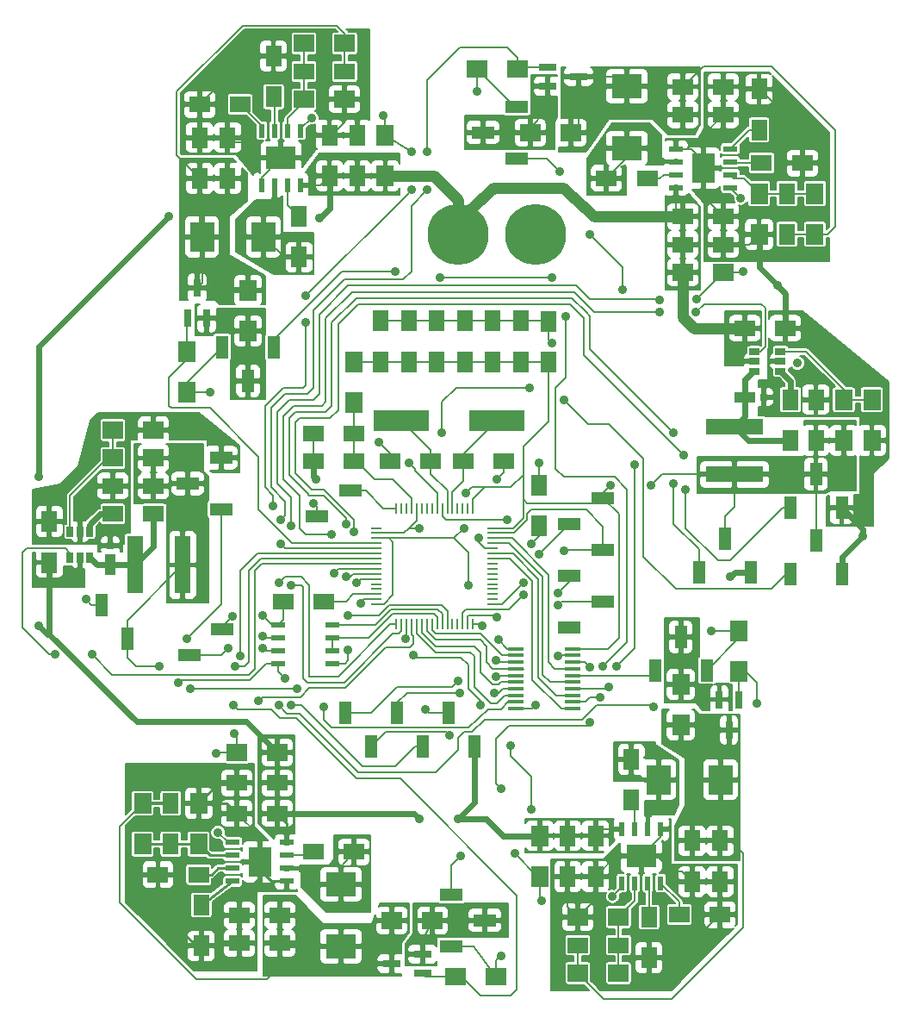
<source format=gtl>
G04 #@! TF.FileFunction,Copper,L1,Top,Signal*
%FSLAX46Y46*%
G04 Gerber Fmt 4.6, Leading zero omitted, Abs format (unit mm)*
G04 Created by KiCad (PCBNEW (2015-01-16 BZR 5376)-product) date 2/14/2015 12:18:55 PM*
%MOMM*%
G01*
G04 APERTURE LIST*
%ADD10C,0.100000*%
%ADD11R,2.999740X2.349500*%
%ADD12R,2.000000X1.600000*%
%ADD13R,1.600000X2.000000*%
%ADD14R,1.700000X2.000000*%
%ADD15R,2.349500X2.999740*%
%ADD16R,2.000000X1.700000*%
%ADD17R,0.250000X1.000000*%
%ADD18R,1.000000X0.250000*%
%ADD19R,1.399540X0.599440*%
%ADD20R,1.600000X0.300000*%
%ADD21R,0.701040X1.000760*%
%ADD22R,1.000760X0.701040*%
%ADD23R,0.599440X1.399540*%
%ADD24R,2.997200X2.260600*%
%ADD25R,2.260600X2.997200*%
%ADD26R,5.499100X1.998980*%
%ADD27R,0.800000X0.800000*%
%ADD28R,1.100000X2.000000*%
%ADD29R,2.000000X1.100000*%
%ADD30R,1.600000X5.700000*%
%ADD31R,5.700000X1.600000*%
%ADD32R,1.270000X2.200000*%
%ADD33R,2.200000X1.270000*%
%ADD34C,5.999480*%
%ADD35R,0.800100X1.800860*%
%ADD36R,1.800860X0.800100*%
%ADD37C,0.889000*%
%ADD38C,0.203200*%
%ADD39C,0.254000*%
%ADD40C,0.558800*%
%ADD41C,1.117600*%
%ADD42C,0.300000*%
%ADD43C,0.177800*%
G04 APERTURE END LIST*
D10*
D11*
X195900000Y-137824860D03*
X195900000Y-143875140D03*
D12*
X194200000Y-110000000D03*
X190200000Y-110000000D03*
X207900000Y-96250000D03*
X211900000Y-96250000D03*
D13*
X216300000Y-86510000D03*
X216300000Y-82510000D03*
X213550000Y-86460000D03*
X213550000Y-82460000D03*
D12*
X204700000Y-96250000D03*
X200700000Y-96250000D03*
D13*
X210800000Y-86460000D03*
X210800000Y-82460000D03*
X208050000Y-86460000D03*
X208050000Y-82460000D03*
X205300000Y-86460000D03*
X205300000Y-82460000D03*
X202550000Y-86460000D03*
X202550000Y-82460000D03*
X199800000Y-86460000D03*
X199800000Y-82460000D03*
D12*
X197160000Y-93500000D03*
X193160000Y-93500000D03*
X197160000Y-96250000D03*
X193160000Y-96250000D03*
X177465000Y-98685000D03*
X173465000Y-98685000D03*
D13*
X242590000Y-94190000D03*
X242590000Y-90190000D03*
D12*
X173465000Y-101435000D03*
X177465000Y-101435000D03*
D13*
X240090000Y-90190000D03*
X240090000Y-94190000D03*
X167215000Y-106185000D03*
X167215000Y-102185000D03*
D12*
X235590000Y-83190000D03*
X239590000Y-83190000D03*
X196250000Y-57950000D03*
X192250000Y-57950000D03*
D13*
X239750000Y-73950000D03*
X239750000Y-69950000D03*
X189250000Y-60450000D03*
X189250000Y-56450000D03*
D12*
X237250000Y-66950000D03*
X241250000Y-66950000D03*
X186000000Y-61200000D03*
X182000000Y-61200000D03*
D13*
X237000000Y-63700000D03*
X237000000Y-59700000D03*
X184750000Y-68450000D03*
X184750000Y-64450000D03*
D12*
X229500000Y-62200000D03*
X233500000Y-62200000D03*
D13*
X194750000Y-68200000D03*
X194750000Y-64200000D03*
X182000000Y-68450000D03*
X182000000Y-64450000D03*
D12*
X229500000Y-72200000D03*
X233500000Y-72200000D03*
X229500000Y-59450000D03*
X233500000Y-59450000D03*
D13*
X191750000Y-72200000D03*
X191750000Y-76200000D03*
D12*
X226000000Y-68450000D03*
X222000000Y-68450000D03*
D13*
X197500000Y-68200000D03*
X197500000Y-64200000D03*
D12*
X229500000Y-74950000D03*
X233500000Y-74950000D03*
X219175000Y-143775000D03*
X223175000Y-143775000D03*
D13*
X179150000Y-129850000D03*
X179150000Y-133850000D03*
X226175000Y-141025000D03*
X226175000Y-145025000D03*
D12*
X181900000Y-136850000D03*
X177900000Y-136850000D03*
X229175000Y-140775000D03*
X233175000Y-140775000D03*
D13*
X182150000Y-139850000D03*
X182150000Y-143850000D03*
X230425000Y-133525000D03*
X230425000Y-137525000D03*
D12*
X189900000Y-140850000D03*
X185900000Y-140850000D03*
D13*
X220925000Y-133025000D03*
X220925000Y-137025000D03*
X233175000Y-133525000D03*
X233175000Y-137525000D03*
D12*
X189650000Y-130850000D03*
X185650000Y-130850000D03*
X189900000Y-143600000D03*
X185900000Y-143600000D03*
D13*
X224425000Y-129525000D03*
X224425000Y-125525000D03*
D12*
X193150000Y-134600000D03*
X197150000Y-134600000D03*
D13*
X218175000Y-133025000D03*
X218175000Y-137025000D03*
D12*
X189650000Y-127850000D03*
X185650000Y-127850000D03*
D14*
X197160000Y-86500000D03*
X197160000Y-90500000D03*
D15*
X188275140Y-74200000D03*
X182224860Y-74200000D03*
D11*
X224000000Y-65475140D03*
X224000000Y-59424860D03*
D15*
X227149860Y-127525000D03*
X233200140Y-127525000D03*
D16*
X177465000Y-95935000D03*
X173465000Y-95935000D03*
X177465000Y-93185000D03*
X173465000Y-93185000D03*
D14*
X245340000Y-94190000D03*
X245340000Y-90190000D03*
X248090000Y-94190000D03*
X248090000Y-90190000D03*
D16*
X196250000Y-55200000D03*
X192250000Y-55200000D03*
D14*
X242500000Y-73950000D03*
X242500000Y-69950000D03*
D16*
X192250000Y-60700000D03*
X196250000Y-60700000D03*
D14*
X237000000Y-69950000D03*
X237000000Y-73950000D03*
X200250000Y-64200000D03*
X200250000Y-68200000D03*
D16*
X233500000Y-77700000D03*
X229500000Y-77700000D03*
X219175000Y-146525000D03*
X223175000Y-146525000D03*
D14*
X176400000Y-129850000D03*
X176400000Y-133850000D03*
D16*
X223175000Y-141025000D03*
X219175000Y-141025000D03*
D14*
X181900000Y-133850000D03*
X181900000Y-129850000D03*
X215425000Y-137025000D03*
X215425000Y-133025000D03*
D16*
X185650000Y-124850000D03*
X189650000Y-124850000D03*
D17*
X208850000Y-100850000D03*
X208350000Y-100850000D03*
X207850000Y-100850000D03*
X207350000Y-100850000D03*
X206850000Y-100850000D03*
X206350000Y-100850000D03*
X205850000Y-100850000D03*
X205350000Y-100850000D03*
X204850000Y-100850000D03*
X204350000Y-100850000D03*
X203850000Y-100850000D03*
X203350000Y-100850000D03*
X202850000Y-100850000D03*
X202350000Y-100850000D03*
X201850000Y-100850000D03*
X201350000Y-100850000D03*
D18*
X199400000Y-102800000D03*
X199400000Y-103300000D03*
X199400000Y-103800000D03*
X199400000Y-104300000D03*
X199400000Y-104800000D03*
X199400000Y-105300000D03*
X199400000Y-105800000D03*
X199400000Y-106300000D03*
X199400000Y-106800000D03*
X199400000Y-107300000D03*
X199400000Y-107800000D03*
X199400000Y-108300000D03*
X199400000Y-108800000D03*
X199400000Y-109300000D03*
X199400000Y-109800000D03*
X199400000Y-110300000D03*
D17*
X201350000Y-112250000D03*
X201850000Y-112250000D03*
X202350000Y-112250000D03*
X202850000Y-112250000D03*
X203350000Y-112250000D03*
X203850000Y-112250000D03*
X204350000Y-112250000D03*
X204850000Y-112250000D03*
X205350000Y-112250000D03*
X205850000Y-112250000D03*
X206350000Y-112250000D03*
X206850000Y-112250000D03*
X207350000Y-112250000D03*
X207850000Y-112250000D03*
X208350000Y-112250000D03*
X208850000Y-112250000D03*
D18*
X210800000Y-110300000D03*
X210800000Y-109800000D03*
X210800000Y-109300000D03*
X210800000Y-108800000D03*
X210800000Y-108300000D03*
X210800000Y-107800000D03*
X210800000Y-107300000D03*
X210800000Y-106800000D03*
X210800000Y-106300000D03*
X210800000Y-105800000D03*
X210800000Y-105300000D03*
X210800000Y-104800000D03*
X210800000Y-104300000D03*
X210800000Y-103800000D03*
X210800000Y-103300000D03*
X210800000Y-102800000D03*
D19*
X189733000Y-116105000D03*
X195067000Y-116105000D03*
X189733000Y-114835000D03*
X189733000Y-113565000D03*
X189733000Y-112295000D03*
X195067000Y-114835000D03*
X195067000Y-113565000D03*
X195067000Y-112295000D03*
D20*
X218700000Y-115975000D03*
X218700000Y-116625000D03*
X218700000Y-115325000D03*
X218700000Y-114675000D03*
X213100000Y-119875000D03*
X213100000Y-120525000D03*
X218700000Y-117275000D03*
X218700000Y-117925000D03*
X213100000Y-119225000D03*
X213100000Y-118575000D03*
X213100000Y-117925000D03*
X213100000Y-117275000D03*
X213100000Y-114675000D03*
X213100000Y-115325000D03*
X213100000Y-115975000D03*
X213100000Y-116625000D03*
X218700000Y-120525000D03*
X218700000Y-119875000D03*
X218700000Y-119225000D03*
X218700000Y-118575000D03*
D21*
X171167500Y-105705000D03*
X170215000Y-105705000D03*
X169262500Y-105705000D03*
X169262500Y-103165000D03*
X170215000Y-103165000D03*
X171167500Y-103165000D03*
D22*
X236570000Y-87392500D03*
X236570000Y-86440000D03*
X236570000Y-85487500D03*
X239110000Y-85487500D03*
X239110000Y-86440000D03*
X239110000Y-87392500D03*
D23*
X191905000Y-69117000D03*
X191905000Y-63783000D03*
X190635000Y-69117000D03*
X189365000Y-69117000D03*
X188095000Y-69117000D03*
X190635000Y-63783000D03*
X189365000Y-63783000D03*
X188095000Y-63783000D03*
D24*
X190000000Y-66450000D03*
D19*
X228833000Y-69355000D03*
X234167000Y-69355000D03*
X228833000Y-68085000D03*
X228833000Y-66815000D03*
X228833000Y-65545000D03*
X234167000Y-68085000D03*
X234167000Y-66815000D03*
X234167000Y-65545000D03*
D25*
X231500000Y-67450000D03*
D23*
X223520000Y-132358000D03*
X223520000Y-137692000D03*
X224790000Y-132358000D03*
X226060000Y-132358000D03*
X227330000Y-132358000D03*
X224790000Y-137692000D03*
X226060000Y-137692000D03*
X227330000Y-137692000D03*
D24*
X225425000Y-135025000D03*
D19*
X190567000Y-133695000D03*
X185233000Y-133695000D03*
X190567000Y-134965000D03*
X190567000Y-136235000D03*
X190567000Y-137505000D03*
X185233000Y-134965000D03*
X185233000Y-136235000D03*
X185233000Y-137505000D03*
D25*
X187900000Y-135600000D03*
D26*
X211199000Y-92250000D03*
X201801000Y-92250000D03*
D27*
X173215000Y-104535000D03*
D28*
X173215000Y-106435000D03*
D27*
X237490000Y-89940000D03*
D29*
X235590000Y-89940000D03*
D30*
X175615000Y-106435000D03*
X180315000Y-106435000D03*
D31*
X234590000Y-92840000D03*
X234590000Y-97540000D03*
D32*
X186750000Y-88350000D03*
X184210000Y-85050000D03*
X189290000Y-85050000D03*
X233640000Y-103840000D03*
X236180000Y-107140000D03*
X231100000Y-107140000D03*
D33*
X209850000Y-63950000D03*
X213150000Y-61410000D03*
X213150000Y-66490000D03*
D32*
X229300000Y-113500000D03*
X231840000Y-116800000D03*
X226760000Y-116800000D03*
X242590000Y-97540000D03*
X245130000Y-100840000D03*
X240050000Y-100840000D03*
D33*
X210050000Y-141350000D03*
X206750000Y-143890000D03*
X206750000Y-138810000D03*
X180950000Y-115270000D03*
X184250000Y-112730000D03*
X218350000Y-112550000D03*
X221650000Y-110010000D03*
X218350000Y-107470000D03*
X218350000Y-102390000D03*
X221650000Y-99850000D03*
X221650000Y-104930000D03*
X180815000Y-98435000D03*
X184115000Y-95895000D03*
X184115000Y-100975000D03*
D32*
X196350000Y-120950000D03*
X198890000Y-124250000D03*
X201430000Y-120950000D03*
X206510000Y-120950000D03*
X209050000Y-124250000D03*
X203970000Y-124250000D03*
D33*
X196850000Y-99130000D03*
X193550000Y-101670000D03*
D32*
X174870000Y-113650000D03*
X172330000Y-110350000D03*
D34*
X215010000Y-74000000D03*
X207390000Y-74000000D03*
D13*
X215400000Y-102600000D03*
X215400000Y-98600000D03*
D32*
X242640000Y-104040000D03*
X245180000Y-107340000D03*
X240100000Y-107340000D03*
D14*
X186750000Y-83450000D03*
X186750000Y-79450000D03*
D16*
X214500000Y-63950000D03*
X218500000Y-63950000D03*
D14*
X180750000Y-89450000D03*
X180750000Y-85450000D03*
D16*
X209250000Y-57700000D03*
X213250000Y-57700000D03*
D14*
X229300000Y-118150000D03*
X229300000Y-122150000D03*
D16*
X204900000Y-141350000D03*
X200900000Y-141350000D03*
D14*
X235050000Y-112900000D03*
X235050000Y-116900000D03*
D16*
X211150000Y-146850000D03*
X207150000Y-146850000D03*
D35*
X180800000Y-82201140D03*
X182700000Y-82201140D03*
X181750000Y-79198860D03*
D36*
X216248860Y-57500000D03*
X216248860Y-59400000D03*
X219251140Y-58450000D03*
D35*
X235000000Y-119648860D03*
X233100000Y-119648860D03*
X234050000Y-122651140D03*
D36*
X203901140Y-146550000D03*
X203901140Y-144650000D03*
X200898860Y-145600000D03*
D37*
X240800000Y-86600000D03*
X232300000Y-112900000D03*
X209250000Y-59950000D03*
X183000000Y-89450000D03*
X170800000Y-109800000D03*
X238800000Y-79000000D03*
X247200000Y-103600000D03*
X234200000Y-107600000D03*
X225400000Y-135000000D03*
X187900000Y-135600000D03*
X231400000Y-67400000D03*
X193400000Y-98000000D03*
X193200000Y-100400000D03*
X203600000Y-102800000D03*
X217800000Y-105000000D03*
X211200000Y-98000000D03*
X199600000Y-94400000D03*
X204200000Y-120600000D03*
X215000000Y-120200000D03*
X211400000Y-113800000D03*
X216600000Y-84600000D03*
X188200000Y-111400000D03*
X217200000Y-115400000D03*
X211200000Y-111600000D03*
X173200000Y-103200000D03*
X170400000Y-101000000D03*
X197800000Y-110200000D03*
X221200000Y-141000000D03*
X211600000Y-144800000D03*
X194000000Y-60200000D03*
X215400000Y-96400000D03*
X222400000Y-98600000D03*
X226400000Y-98600000D03*
X208000000Y-102800000D03*
X208200000Y-99400000D03*
X208400000Y-108400000D03*
X209800000Y-112400000D03*
X191000000Y-120200000D03*
X190400000Y-117600000D03*
X179900000Y-118000000D03*
X178000000Y-116400000D03*
X193800000Y-72400000D03*
X179000000Y-72200000D03*
X166200000Y-97800000D03*
X166200000Y-112400000D03*
X207400000Y-131400000D03*
X203600000Y-131400000D03*
X193000000Y-62500000D03*
X200000000Y-62300000D03*
X202800000Y-69600000D03*
X202800000Y-65800000D03*
X189200000Y-100600000D03*
X189800000Y-108200000D03*
X192400000Y-80000000D03*
X192400000Y-82600000D03*
X235200000Y-70400000D03*
X235400000Y-77600000D03*
X227200000Y-80400000D03*
X191000000Y-102600000D03*
X191000000Y-108400000D03*
X230850000Y-80350000D03*
X222600000Y-139000000D03*
X215600000Y-139400000D03*
X213000000Y-134800000D03*
X212600000Y-124200000D03*
X209600000Y-120200000D03*
X202200000Y-113700000D03*
X203000000Y-115300000D03*
X214600000Y-130400000D03*
X183800000Y-132700000D03*
X183600000Y-124900000D03*
X185400000Y-123000000D03*
X187800000Y-119800000D03*
X217200000Y-110400000D03*
X212200000Y-102000000D03*
X167800000Y-115200000D03*
X171400000Y-115200000D03*
X195000000Y-103400000D03*
X195200000Y-107200000D03*
X230800000Y-81600000D03*
X227200000Y-81600000D03*
X228600000Y-93400000D03*
X228600000Y-98400000D03*
X196400000Y-107600000D03*
X196400000Y-102400000D03*
X196600000Y-111400000D03*
X196600000Y-114800000D03*
X213800000Y-109400000D03*
X217200000Y-109200000D03*
X213800000Y-108200000D03*
X215400000Y-105400000D03*
X221600000Y-116400000D03*
X221400000Y-119400000D03*
X201200000Y-77600000D03*
X205600000Y-78200000D03*
X216600000Y-78200000D03*
X218000000Y-82000000D03*
X211100000Y-115800000D03*
X207400000Y-117800000D03*
X223600000Y-79400000D03*
X222200000Y-118400000D03*
X223000000Y-116400000D03*
X224800000Y-96600000D03*
X217400000Y-67800000D03*
X220400000Y-74000000D03*
X211100000Y-117400000D03*
X207600000Y-119000000D03*
X211000000Y-119000000D03*
X206600000Y-123200000D03*
X180700000Y-113700000D03*
X194200000Y-120400000D03*
X191600000Y-118600000D03*
X181100000Y-118600000D03*
X220400000Y-121900000D03*
X220400000Y-116500000D03*
X211600000Y-128400000D03*
X207700000Y-135000000D03*
X197400000Y-108200000D03*
X197200000Y-103200000D03*
X229800000Y-99000000D03*
X229600000Y-95600000D03*
X214600000Y-104400000D03*
X209400000Y-103800000D03*
X184800000Y-114600000D03*
X188200000Y-114600000D03*
X185200000Y-111500000D03*
X188200000Y-113400000D03*
X202600000Y-96400000D03*
X205800000Y-93400000D03*
X214400000Y-89000000D03*
X217800000Y-90200000D03*
X204400000Y-65800000D03*
X204400000Y-69600000D03*
X190000000Y-102000000D03*
X190000000Y-104400000D03*
X226600000Y-120400000D03*
X236800000Y-120000000D03*
X189800000Y-120200000D03*
X186000000Y-115400000D03*
X185500000Y-116400000D03*
X185300000Y-120200000D03*
D38*
X197100000Y-109300000D02*
X196400000Y-110000000D01*
X196400000Y-110000000D02*
X194200000Y-110000000D01*
X199400000Y-109300000D02*
X197100000Y-109300000D01*
X193160000Y-93500000D02*
X193160000Y-96250000D01*
X189900000Y-112128000D02*
X189733000Y-112295000D01*
X199800000Y-82460000D02*
X202550000Y-82460000D01*
X202550000Y-82460000D02*
X205300000Y-82460000D01*
X205300000Y-82460000D02*
X208050000Y-82460000D01*
X208050000Y-82460000D02*
X210800000Y-82460000D01*
X210800000Y-82460000D02*
X213550000Y-82460000D01*
X213550000Y-82460000D02*
X213600000Y-82510000D01*
X172330000Y-110350000D02*
X171950000Y-110350000D01*
D39*
X181900000Y-129850000D02*
X183650000Y-128100000D01*
X183650000Y-128100000D02*
X185650000Y-127850000D01*
X185650000Y-130850000D02*
X184650000Y-129850000D01*
X184650000Y-129850000D02*
X181900000Y-129850000D01*
D38*
X190567000Y-137505000D02*
X190805000Y-137505000D01*
X227330000Y-132358000D02*
X227330000Y-133120000D01*
X227330000Y-133120000D02*
X225425000Y-135025000D01*
X182150000Y-143850000D02*
X185650000Y-143850000D01*
X185650000Y-143850000D02*
X185900000Y-143600000D01*
X185900000Y-143600000D02*
X185900000Y-140850000D01*
X185900000Y-140850000D02*
X185900000Y-139100000D01*
X187900000Y-137100000D02*
X187900000Y-135600000D01*
X185900000Y-139100000D02*
X187900000Y-137100000D01*
X187900000Y-136850000D02*
X187900000Y-133100000D01*
X187900000Y-133100000D02*
X185650000Y-130850000D01*
X220925000Y-137025000D02*
X218175000Y-137025000D01*
X226175000Y-145025000D02*
X228925000Y-145025000D01*
X228925000Y-145025000D02*
X233175000Y-140775000D01*
X218175000Y-137025000D02*
X218175000Y-140025000D01*
X218175000Y-140025000D02*
X219175000Y-141025000D01*
X225425000Y-135025000D02*
X222925000Y-135025000D01*
X222925000Y-135025000D02*
X220925000Y-137025000D01*
X220925000Y-137025000D02*
X220925000Y-139275000D01*
X220925000Y-139275000D02*
X219175000Y-141025000D01*
X233175000Y-140775000D02*
X233175000Y-137525000D01*
X233175000Y-137525000D02*
X230425000Y-137525000D01*
X228425000Y-136525000D02*
X226925000Y-135025000D01*
X229425000Y-136525000D02*
X228425000Y-136525000D01*
X230425000Y-137525000D02*
X229425000Y-136525000D01*
X226925000Y-135025000D02*
X225425000Y-135025000D01*
X187900000Y-136350000D02*
X187900000Y-135600000D01*
D39*
X190567000Y-137505000D02*
X189055000Y-137505000D01*
X189055000Y-137505000D02*
X187900000Y-136350000D01*
X182150000Y-143850000D02*
X181650000Y-143850000D01*
X177900000Y-140100000D02*
X177900000Y-136850000D01*
X181650000Y-143850000D02*
X177900000Y-140100000D01*
X185650000Y-129300000D02*
X185650000Y-130850000D01*
X185650000Y-127850000D02*
X185650000Y-129300000D01*
D38*
X207210000Y-144350000D02*
X206750000Y-143890000D01*
X208940000Y-143890000D02*
X211150000Y-146850000D01*
X206750000Y-143890000D02*
X208940000Y-143890000D01*
X235050000Y-113590000D02*
X231840000Y-116800000D01*
X235050000Y-112900000D02*
X235050000Y-113590000D01*
X231500000Y-64200000D02*
X231500000Y-67450000D01*
X233500000Y-62200000D02*
X231500000Y-64200000D01*
X233500000Y-59450000D02*
X233500000Y-62200000D01*
X236750000Y-59450000D02*
X237000000Y-59700000D01*
X233500000Y-59450000D02*
X236750000Y-59450000D01*
X241250000Y-63950000D02*
X237000000Y-59700000D01*
X241250000Y-66950000D02*
X241250000Y-63950000D01*
X236000000Y-74950000D02*
X237000000Y-73950000D01*
X233500000Y-74950000D02*
X236000000Y-74950000D01*
X231500000Y-70200000D02*
X231500000Y-67450000D01*
X233500000Y-72200000D02*
X231500000Y-70200000D01*
X233500000Y-74950000D02*
X233500000Y-72200000D01*
X230345000Y-65545000D02*
X228833000Y-65545000D01*
X231500000Y-66700000D02*
X230345000Y-65545000D01*
X231500000Y-67450000D02*
X231500000Y-66700000D01*
X212960000Y-61410000D02*
X209250000Y-57700000D01*
X213150000Y-61410000D02*
X212960000Y-61410000D01*
X188000000Y-66450000D02*
X190000000Y-66450000D01*
X186500000Y-64950000D02*
X188000000Y-66450000D01*
X185250000Y-64950000D02*
X186500000Y-64950000D01*
X184750000Y-64450000D02*
X185250000Y-64950000D01*
X182000000Y-64450000D02*
X184750000Y-64450000D01*
X182000000Y-61200000D02*
X182000000Y-64450000D01*
X186750000Y-56450000D02*
X182000000Y-61200000D01*
X189250000Y-56450000D02*
X186750000Y-56450000D01*
X195000000Y-64200000D02*
X194750000Y-64200000D01*
X196250000Y-62950000D02*
X195000000Y-64200000D01*
X196250000Y-60700000D02*
X196250000Y-62950000D01*
X194750000Y-64200000D02*
X197500000Y-64200000D01*
X188095000Y-68355000D02*
X190000000Y-66450000D01*
X188095000Y-69117000D02*
X188095000Y-68355000D01*
X235050000Y-112900000D02*
X232300000Y-112900000D01*
X209250000Y-57700000D02*
X209250000Y-59950000D01*
X180750000Y-89450000D02*
X183000000Y-89450000D01*
X180750000Y-88510000D02*
X184210000Y-85050000D01*
X180750000Y-89450000D02*
X180750000Y-88510000D01*
X216250000Y-82460000D02*
X216300000Y-82510000D01*
X213550000Y-82460000D02*
X216250000Y-82460000D01*
X212900000Y-103300000D02*
X214206402Y-101993598D01*
X214206402Y-101993598D02*
X214206402Y-101393598D01*
X214206402Y-101393598D02*
X214600000Y-101000000D01*
X214600000Y-101000000D02*
X220000000Y-101000000D01*
X220000000Y-101000000D02*
X221650000Y-102650000D01*
X221650000Y-102650000D02*
X221650000Y-104930000D01*
X210800000Y-103300000D02*
X212900000Y-103300000D01*
X171350000Y-110350000D02*
X170800000Y-109800000D01*
X172330000Y-110350000D02*
X171350000Y-110350000D01*
D40*
X239600000Y-83180000D02*
X239590000Y-83190000D01*
X239600000Y-79800000D02*
X239600000Y-83180000D01*
X237000000Y-73950000D02*
X237000000Y-77200000D01*
X237000000Y-77200000D02*
X238800000Y-79000000D01*
X238800000Y-79000000D02*
X239600000Y-79800000D01*
X247200000Y-102910000D02*
X245130000Y-100840000D01*
X247200000Y-103600000D02*
X245180000Y-105620000D01*
X245180000Y-107340000D02*
X245180000Y-105620000D01*
X247200000Y-103600000D02*
X247200000Y-102910000D01*
X234660000Y-107140000D02*
X234200000Y-107600000D01*
X236180000Y-107140000D02*
X234660000Y-107140000D01*
X225400000Y-135000000D02*
X225425000Y-135025000D01*
X231450000Y-67450000D02*
X231500000Y-67450000D01*
X231400000Y-67400000D02*
X231450000Y-67450000D01*
X193160000Y-97760000D02*
X193400000Y-98000000D01*
X193160000Y-96250000D02*
X193160000Y-97760000D01*
D38*
X193550000Y-100750000D02*
X193200000Y-100400000D01*
X193550000Y-101670000D02*
X193550000Y-100750000D01*
X202600000Y-102800000D02*
X203350000Y-102050000D01*
X202100000Y-103300000D02*
X202600000Y-102800000D01*
X203350000Y-102050000D02*
X203350000Y-100850000D01*
X199400000Y-103300000D02*
X202100000Y-103300000D01*
X202600000Y-102800000D02*
X203600000Y-102800000D01*
X217870000Y-104930000D02*
X217800000Y-105000000D01*
X221650000Y-104930000D02*
X217870000Y-104930000D01*
X211900000Y-97300000D02*
X211200000Y-98000000D01*
X211900000Y-96250000D02*
X211900000Y-97300000D01*
X200700000Y-95500000D02*
X199600000Y-94400000D01*
X200700000Y-96250000D02*
X200700000Y-95500000D01*
X204550000Y-120950000D02*
X204200000Y-120600000D01*
X206510000Y-120950000D02*
X204550000Y-120950000D01*
X213100000Y-120525000D02*
X214675000Y-120525000D01*
X214675000Y-120525000D02*
X215000000Y-120200000D01*
X212275000Y-114675000D02*
X211400000Y-113800000D01*
X213100000Y-114675000D02*
X212275000Y-114675000D01*
X216300000Y-84300000D02*
X216600000Y-84600000D01*
X216300000Y-82510000D02*
X216300000Y-84300000D01*
X190200000Y-111828000D02*
X189733000Y-112295000D01*
X190200000Y-110000000D02*
X190200000Y-111828000D01*
X189095000Y-112295000D02*
X188200000Y-111400000D01*
X189733000Y-112295000D02*
X189095000Y-112295000D01*
X217275000Y-115325000D02*
X217200000Y-115400000D01*
X218700000Y-115325000D02*
X217275000Y-115325000D01*
X208350000Y-111456402D02*
X208406402Y-111400000D01*
X208406402Y-111400000D02*
X211000000Y-111400000D01*
X211000000Y-111400000D02*
X211200000Y-111600000D01*
X208350000Y-112250000D02*
X208350000Y-111456402D01*
X173215000Y-103215000D02*
X173200000Y-103200000D01*
X173215000Y-104535000D02*
X173215000Y-103215000D01*
X170215000Y-101185000D02*
X170400000Y-101000000D01*
X170215000Y-103165000D02*
X170215000Y-101185000D01*
X198200000Y-109800000D02*
X197800000Y-110200000D01*
X199400000Y-109800000D02*
X198200000Y-109800000D01*
X221175000Y-141025000D02*
X221200000Y-141000000D01*
X219175000Y-141025000D02*
X221175000Y-141025000D01*
X211150000Y-145250000D02*
X211600000Y-144800000D01*
X211150000Y-146850000D02*
X211150000Y-145250000D01*
X194500000Y-60700000D02*
X194000000Y-60200000D01*
X196250000Y-60700000D02*
X194500000Y-60700000D01*
X215400000Y-98600000D02*
X215400000Y-96400000D01*
X207900000Y-96250000D02*
X207900000Y-95549000D01*
X207900000Y-95549000D02*
X211199000Y-92250000D01*
X207900000Y-98200000D02*
X206850000Y-99250000D01*
X206850000Y-99250000D02*
X206850000Y-100850000D01*
X207900000Y-96250000D02*
X207900000Y-98200000D01*
X228400000Y-97540000D02*
X227460000Y-97540000D01*
X222400000Y-98600000D02*
X221650000Y-99350000D01*
X227460000Y-97540000D02*
X226400000Y-98600000D01*
X234590000Y-97540000D02*
X228400000Y-97540000D01*
X228400000Y-97540000D02*
X228340000Y-97540000D01*
X221650000Y-99350000D02*
X221650000Y-99850000D01*
X213550000Y-86460000D02*
X216250000Y-86460000D01*
X199800000Y-86460000D02*
X202550000Y-86460000D01*
X202550000Y-86460000D02*
X205300000Y-86460000D01*
X205300000Y-86460000D02*
X208050000Y-86460000D01*
X208050000Y-86460000D02*
X210800000Y-86460000D01*
X210800000Y-86460000D02*
X213550000Y-86460000D01*
X213550000Y-86460000D02*
X213600000Y-86510000D01*
X242640000Y-104040000D02*
X242640000Y-97590000D01*
X242640000Y-97590000D02*
X242590000Y-97540000D01*
X233640000Y-101690000D02*
X234590000Y-100740000D01*
X233640000Y-103840000D02*
X233640000Y-101690000D01*
X234590000Y-100740000D02*
X234590000Y-97540000D01*
X218700000Y-114675000D02*
X218825000Y-114675000D01*
X197160000Y-86500000D02*
X199760000Y-86500000D01*
X199760000Y-86500000D02*
X199800000Y-86460000D01*
X212800000Y-102800000D02*
X213800000Y-101800000D01*
X213800000Y-97600000D02*
X213800000Y-94800000D01*
X213800000Y-99400000D02*
X213800000Y-97600000D01*
X213800000Y-99850000D02*
X213800000Y-99400000D01*
X213800000Y-101800000D02*
X213800000Y-99850000D01*
X213800000Y-94800000D02*
X216300000Y-92300000D01*
X216300000Y-92300000D02*
X216300000Y-86510000D01*
X210800000Y-102800000D02*
X212800000Y-102800000D01*
X208850000Y-99950000D02*
X210000000Y-98800000D01*
X208850000Y-100850000D02*
X208850000Y-99950000D01*
X212600000Y-98800000D02*
X213800000Y-97600000D01*
X210000000Y-98800000D02*
X212600000Y-98800000D01*
X221100000Y-100400000D02*
X221650000Y-99850000D01*
X213800000Y-100000000D02*
X214200000Y-100400000D01*
X214200000Y-100400000D02*
X221100000Y-100400000D01*
X213800000Y-99400000D02*
X213800000Y-100000000D01*
X218700000Y-114675000D02*
X222125000Y-114675000D01*
X222125000Y-114675000D02*
X223200000Y-113600000D01*
X223200000Y-113600000D02*
X223200000Y-101400000D01*
X223200000Y-101400000D02*
X221650000Y-99850000D01*
X200100000Y-110300000D02*
X201000000Y-109400000D01*
X201000000Y-109400000D02*
X201000000Y-104200000D01*
X201000000Y-104200000D02*
X200600000Y-103800000D01*
X200600000Y-103800000D02*
X199400000Y-103800000D01*
X199400000Y-110300000D02*
X200100000Y-110300000D01*
X207000000Y-103800000D02*
X208000000Y-102800000D01*
X208200000Y-99400000D02*
X208800000Y-98800000D01*
X208800000Y-98800000D02*
X210000000Y-98800000D01*
X200600000Y-103800000D02*
X207000000Y-103800000D01*
X209650000Y-112250000D02*
X208850000Y-112250000D01*
X207000000Y-103800000D02*
X208400000Y-105200000D01*
X209650000Y-112250000D02*
X209800000Y-112400000D01*
X208400000Y-105200000D02*
X208400000Y-108400000D01*
X204700000Y-96250000D02*
X204700000Y-95149000D01*
X204700000Y-95149000D02*
X201801000Y-92250000D01*
X204700000Y-97500000D02*
X206350000Y-99150000D01*
X206350000Y-99150000D02*
X206350000Y-100850000D01*
X204700000Y-96250000D02*
X204700000Y-97500000D01*
X197160000Y-90500000D02*
X197160000Y-89500000D01*
X197160000Y-96250000D02*
X197160000Y-93500000D01*
X197160000Y-90500000D02*
X197160000Y-93500000D01*
X199200000Y-98000000D02*
X201000000Y-98000000D01*
X201000000Y-98000000D02*
X202850000Y-99850000D01*
X202850000Y-99850000D02*
X202850000Y-100850000D01*
X197450000Y-96250000D02*
X199200000Y-98000000D01*
X197160000Y-96250000D02*
X197450000Y-96250000D01*
X174870000Y-111880000D02*
X180315000Y-106435000D01*
X174870000Y-113650000D02*
X174870000Y-111880000D01*
X189733000Y-116105000D02*
X189495000Y-116105000D01*
X190400000Y-117600000D02*
X189733000Y-116933000D01*
X189733000Y-116933000D02*
X189733000Y-116105000D01*
X198000000Y-126200000D02*
X192000000Y-120200000D01*
X203150000Y-124250000D02*
X201200000Y-126200000D01*
X203970000Y-124250000D02*
X203150000Y-124250000D01*
X201200000Y-126200000D02*
X198000000Y-126200000D01*
X192000000Y-120200000D02*
X191000000Y-120200000D01*
X188495000Y-116105000D02*
X186900000Y-117700000D01*
X186900000Y-117700000D02*
X180200000Y-117700000D01*
X180200000Y-117700000D02*
X179900000Y-118000000D01*
X174870000Y-115570000D02*
X174870000Y-113650000D01*
X175700000Y-116400000D02*
X178000000Y-116400000D01*
X174870000Y-115570000D02*
X175700000Y-116400000D01*
X189733000Y-116105000D02*
X188495000Y-116105000D01*
D40*
X171167500Y-103165000D02*
X171167500Y-102482500D01*
X172215000Y-101435000D02*
X173465000Y-101435000D01*
X171167500Y-102482500D02*
X172215000Y-101435000D01*
X177465000Y-101435000D02*
X177465000Y-104585000D01*
X177465000Y-104585000D02*
X175615000Y-106435000D01*
X173215000Y-106435000D02*
X171897500Y-106435000D01*
X171897500Y-106435000D02*
X171167500Y-105705000D01*
X175615000Y-106435000D02*
X173215000Y-106435000D01*
X240090000Y-90190000D02*
X240090000Y-88372500D01*
X240090000Y-88372500D02*
X239110000Y-87392500D01*
X240090000Y-94190000D02*
X235940000Y-94190000D01*
X235940000Y-94190000D02*
X234590000Y-92840000D01*
X235590000Y-88210000D02*
X235590000Y-89940000D01*
X236407500Y-87392500D02*
X235590000Y-88210000D01*
X236570000Y-87392500D02*
X236407500Y-87392500D01*
X235590000Y-91840000D02*
X234590000Y-92840000D01*
X235590000Y-89940000D02*
X235590000Y-91840000D01*
D38*
X223520000Y-132358000D02*
X221592000Y-132358000D01*
X221592000Y-132358000D02*
X220925000Y-133025000D01*
X215425000Y-133025000D02*
X218175000Y-133025000D01*
X218175000Y-133025000D02*
X220925000Y-133025000D01*
D39*
X189650000Y-124850000D02*
X189650000Y-127850000D01*
X189650000Y-127850000D02*
X189650000Y-130850000D01*
X189650000Y-130850000D02*
X190567000Y-131767000D01*
X190567000Y-131767000D02*
X190567000Y-133695000D01*
D38*
X228833000Y-71533000D02*
X228833000Y-69355000D01*
X229500000Y-72200000D02*
X228833000Y-71533000D01*
X229500000Y-74950000D02*
X229500000Y-72200000D01*
X229500000Y-77700000D02*
X229500000Y-74950000D01*
X193833000Y-69117000D02*
X191905000Y-69117000D01*
X194750000Y-68200000D02*
X193833000Y-69117000D01*
X197500000Y-68200000D02*
X194750000Y-68200000D01*
X200250000Y-68200000D02*
X197500000Y-68200000D01*
D41*
X205000000Y-68200000D02*
X207390000Y-70590000D01*
X207390000Y-70590000D02*
X207390000Y-74000000D01*
X200250000Y-68200000D02*
X205000000Y-68200000D01*
X210845977Y-69400000D02*
X217745455Y-69400000D01*
X217745455Y-69400000D02*
X220800000Y-72200000D01*
X220800000Y-72200000D02*
X229500000Y-72200000D01*
X207390000Y-72610000D02*
X210845977Y-69400000D01*
D40*
X207390000Y-74000000D02*
X207390000Y-72610000D01*
X167215000Y-106185000D02*
X167215000Y-113215000D01*
X167215000Y-113215000D02*
X175800000Y-121800000D01*
X186600000Y-121800000D02*
X189650000Y-124850000D01*
X175800000Y-121800000D02*
X186600000Y-121800000D01*
X194750000Y-71450000D02*
X193800000Y-72400000D01*
X179000000Y-72200000D02*
X166200000Y-85000000D01*
X166200000Y-85000000D02*
X166200000Y-97800000D01*
X166200000Y-112400000D02*
X167015000Y-113215000D01*
X167015000Y-113215000D02*
X167215000Y-113215000D01*
X194750000Y-68200000D02*
X194750000Y-71450000D01*
D41*
X230590000Y-83190000D02*
X235590000Y-83190000D01*
X229500000Y-82100000D02*
X230590000Y-83190000D01*
X229500000Y-77700000D02*
X229500000Y-82100000D01*
D40*
X210200000Y-131400000D02*
X211825000Y-133025000D01*
X211825000Y-133025000D02*
X215425000Y-133025000D01*
X189650000Y-130850000D02*
X203050000Y-130850000D01*
X203050000Y-130850000D02*
X203600000Y-131400000D01*
X207400000Y-131400000D02*
X210200000Y-131400000D01*
X209050000Y-129750000D02*
X207400000Y-131400000D01*
X209050000Y-124250000D02*
X209050000Y-129750000D01*
D38*
X192250000Y-57950000D02*
X192250000Y-60700000D01*
X192250000Y-55200000D02*
X192250000Y-57950000D01*
X192250000Y-60700000D02*
X192250000Y-60950000D01*
X190635000Y-62565000D02*
X190635000Y-63783000D01*
X192250000Y-60950000D02*
X190635000Y-62565000D01*
X216248860Y-61701140D02*
X216248860Y-59400000D01*
X214500000Y-63450000D02*
X216248860Y-61701140D01*
X214500000Y-63950000D02*
X214500000Y-63450000D01*
X209850000Y-63950000D02*
X214500000Y-63950000D01*
X239750000Y-69950000D02*
X237000000Y-69950000D01*
X242500000Y-69950000D02*
X239750000Y-69950000D01*
X235500000Y-68450000D02*
X234532000Y-68450000D01*
X234532000Y-68450000D02*
X234167000Y-68085000D01*
X237000000Y-69950000D02*
X235500000Y-68450000D01*
X189365000Y-60565000D02*
X189250000Y-60450000D01*
X189365000Y-63783000D02*
X189365000Y-60565000D01*
X234302000Y-66950000D02*
X234167000Y-66815000D01*
X237250000Y-66950000D02*
X234302000Y-66950000D01*
X188095000Y-63295000D02*
X186000000Y-61200000D01*
X188095000Y-63783000D02*
X188095000Y-63295000D01*
X236012000Y-63700000D02*
X234167000Y-65545000D01*
X237000000Y-63700000D02*
X236012000Y-63700000D01*
X190635000Y-71085000D02*
X191750000Y-72200000D01*
X190635000Y-69117000D02*
X190635000Y-71085000D01*
X190275140Y-76200000D02*
X188275140Y-74200000D01*
X191750000Y-76200000D02*
X190275140Y-76200000D01*
X188275140Y-72174860D02*
X189365000Y-71085000D01*
X189365000Y-71085000D02*
X189365000Y-69117000D01*
X188275140Y-74200000D02*
X188275140Y-72174860D01*
X227250000Y-68450000D02*
X227615000Y-68085000D01*
X227615000Y-68085000D02*
X228833000Y-68085000D01*
X226000000Y-68450000D02*
X227250000Y-68450000D01*
X224000000Y-66450000D02*
X222000000Y-68450000D01*
X224000000Y-65475140D02*
X224000000Y-66450000D01*
X225775140Y-65475140D02*
X227115000Y-66815000D01*
X227115000Y-66815000D02*
X228833000Y-66815000D01*
X224000000Y-65475140D02*
X225775140Y-65475140D01*
X223175000Y-146525000D02*
X223175000Y-143775000D01*
X223175000Y-143775000D02*
X223175000Y-141025000D01*
X223175000Y-141025000D02*
X224790000Y-139410000D01*
X224790000Y-139410000D02*
X224790000Y-137692000D01*
X203901140Y-143348860D02*
X204900000Y-141350000D01*
X203901140Y-144650000D02*
X203901140Y-143348860D01*
D39*
X176400000Y-133850000D02*
X179150000Y-133850000D01*
X179150000Y-133850000D02*
X181900000Y-133850000D01*
X181900000Y-133850000D02*
X183015000Y-134965000D01*
X183015000Y-134965000D02*
X185233000Y-134965000D01*
D38*
X226175000Y-141025000D02*
X226175000Y-137807000D01*
X226175000Y-137807000D02*
X226060000Y-137692000D01*
D39*
X181900000Y-136850000D02*
X183150000Y-136850000D01*
X183765000Y-136235000D02*
X185233000Y-136235000D01*
X183150000Y-136850000D02*
X183765000Y-136235000D01*
D38*
X229175000Y-140775000D02*
X229175000Y-139537000D01*
X229175000Y-139537000D02*
X227330000Y-137692000D01*
D39*
X182150000Y-139850000D02*
X182150000Y-139838000D01*
X182150000Y-139838000D02*
X185233000Y-137505000D01*
D38*
X224790000Y-132358000D02*
X224790000Y-129890000D01*
X224790000Y-129890000D02*
X224425000Y-129525000D01*
X190567000Y-134965000D02*
X192785000Y-134965000D01*
X192785000Y-134965000D02*
X193150000Y-134600000D01*
D39*
X193035000Y-134715000D02*
X193150000Y-134600000D01*
D38*
X195900000Y-137824860D02*
X195900000Y-136100000D01*
X195900000Y-136100000D02*
X197150000Y-134600000D01*
X190567000Y-136235000D02*
X192035000Y-136235000D01*
X193624860Y-137824860D02*
X195900000Y-137824860D01*
X192035000Y-136235000D02*
X193624860Y-137824860D01*
X173465000Y-93185000D02*
X173465000Y-95935000D01*
X173465000Y-95935000D02*
X172965000Y-95935000D01*
X172965000Y-95935000D02*
X169262500Y-99637500D01*
X169262500Y-99637500D02*
X169262500Y-103165000D01*
X245340000Y-90190000D02*
X245340000Y-89190000D01*
X245340000Y-89190000D02*
X241637500Y-85487500D01*
X241637500Y-85487500D02*
X239110000Y-85487500D01*
X248090000Y-90190000D02*
X245340000Y-90190000D01*
X191905000Y-63783000D02*
X191917000Y-63783000D01*
X200000000Y-62300000D02*
X200250000Y-62550000D01*
X200250000Y-62550000D02*
X200250000Y-64200000D01*
X191905000Y-63595000D02*
X193000000Y-62500000D01*
X191905000Y-63783000D02*
X191905000Y-63595000D01*
X200250000Y-64250000D02*
X200250000Y-64200000D01*
X202800000Y-65800000D02*
X200250000Y-64250000D01*
X189200000Y-100600000D02*
X189200000Y-99600000D01*
X192800000Y-109200000D02*
X192800000Y-108400000D01*
X195600000Y-117400000D02*
X200750000Y-112250000D01*
X201350000Y-112250000D02*
X200750000Y-112250000D01*
X192800000Y-109200000D02*
X192800000Y-117400000D01*
X192800000Y-117400000D02*
X195600000Y-117400000D01*
X190400000Y-107600000D02*
X189800000Y-108200000D01*
X192000000Y-107600000D02*
X190400000Y-107600000D01*
X192800000Y-108400000D02*
X192000000Y-107600000D01*
X192400000Y-80000000D02*
X202200000Y-70200000D01*
X192400000Y-88800000D02*
X192400000Y-82600000D01*
X192200000Y-89000000D02*
X192400000Y-88800000D01*
X190200000Y-89000000D02*
X192200000Y-89000000D01*
X188400000Y-90800000D02*
X190200000Y-89000000D01*
X188400000Y-98800000D02*
X188400000Y-90800000D01*
X189200000Y-99600000D02*
X188400000Y-98800000D01*
X202200000Y-70200000D02*
X202800000Y-69600000D01*
X235300000Y-77700000D02*
X233500000Y-77700000D01*
X234167000Y-69367000D02*
X235200000Y-70400000D01*
X235400000Y-77600000D02*
X235300000Y-77700000D01*
X234167000Y-69355000D02*
X234167000Y-69367000D01*
X227200000Y-80400000D02*
X227150000Y-80350000D01*
X227150000Y-80350000D02*
X220350000Y-80350000D01*
X192200000Y-109200000D02*
X192200000Y-108600000D01*
X220350000Y-80350000D02*
X219000000Y-79000000D01*
X219000000Y-79000000D02*
X196600000Y-79000000D01*
X196600000Y-79000000D02*
X193800000Y-81800000D01*
X193800000Y-81800000D02*
X193800000Y-89600000D01*
X193800000Y-89600000D02*
X193200000Y-90200000D01*
X193200000Y-90200000D02*
X190800000Y-90200000D01*
X190800000Y-90200000D02*
X189600000Y-91400000D01*
X189600000Y-91400000D02*
X189600000Y-98400000D01*
X189600000Y-98400000D02*
X191000000Y-99800000D01*
X191000000Y-99800000D02*
X191000000Y-102600000D01*
X201850000Y-112950000D02*
X201850000Y-112250000D01*
X201600000Y-113200000D02*
X201850000Y-112950000D01*
X201000000Y-113200000D02*
X201600000Y-113200000D01*
X196200000Y-118000000D02*
X201000000Y-113200000D01*
X192600000Y-118000000D02*
X196200000Y-118000000D01*
X192200000Y-117600000D02*
X192600000Y-118000000D01*
X192200000Y-109200000D02*
X192200000Y-117600000D01*
X192000000Y-108400000D02*
X191000000Y-108400000D01*
X192200000Y-108600000D02*
X192000000Y-108400000D01*
X233500000Y-77700000D02*
X230850000Y-80350000D01*
X215425000Y-137025000D02*
X215225000Y-137025000D01*
X223520000Y-137692000D02*
X223520000Y-138180000D01*
X215600000Y-139400000D02*
X215425000Y-139225000D01*
X215425000Y-139225000D02*
X215425000Y-137025000D01*
X223520000Y-138080000D02*
X222600000Y-139000000D01*
X223520000Y-137692000D02*
X223520000Y-138080000D01*
X213000000Y-134800000D02*
X215225000Y-137025000D01*
X214600000Y-127800000D02*
X214600000Y-127200000D01*
X214600000Y-130400000D02*
X214600000Y-127800000D01*
X209600000Y-120200000D02*
X209600000Y-119800000D01*
X207700000Y-115500000D02*
X204900000Y-115500000D01*
X208400000Y-116200000D02*
X207700000Y-115500000D01*
X208400000Y-118600000D02*
X208400000Y-116200000D01*
X209600000Y-119800000D02*
X208400000Y-118600000D01*
X212600000Y-125200000D02*
X212600000Y-124200000D01*
X214600000Y-127200000D02*
X212600000Y-125200000D01*
X202350000Y-113550000D02*
X202200000Y-113700000D01*
X202350000Y-112250000D02*
X202350000Y-113550000D01*
X203200000Y-115500000D02*
X204900000Y-115500000D01*
X203000000Y-115300000D02*
X203200000Y-115500000D01*
X185233000Y-133695000D02*
X184995000Y-133695000D01*
D39*
X184900000Y-124850000D02*
X185650000Y-124850000D01*
D38*
X183600000Y-124900000D02*
X183650000Y-124850000D01*
X183650000Y-124850000D02*
X185650000Y-124850000D01*
X184795000Y-133695000D02*
X183800000Y-132700000D01*
X185233000Y-133695000D02*
X184795000Y-133695000D01*
X185400000Y-123000000D02*
X185650000Y-123250000D01*
X185650000Y-123250000D02*
X185650000Y-124850000D01*
X192800000Y-118500000D02*
X191900000Y-119400000D01*
X191900000Y-119400000D02*
X188200000Y-119400000D01*
X188200000Y-119400000D02*
X187800000Y-119800000D01*
X200400000Y-114500000D02*
X200300000Y-114500000D01*
X202850000Y-113250000D02*
X203000000Y-113400000D01*
X203000000Y-113400000D02*
X203000000Y-114200000D01*
X203000000Y-114200000D02*
X202700000Y-114500000D01*
X202700000Y-114500000D02*
X200400000Y-114500000D01*
X202850000Y-112250000D02*
X202850000Y-113250000D01*
X196300000Y-118500000D02*
X193300000Y-118500000D01*
X200300000Y-114500000D02*
X196300000Y-118500000D01*
X193300000Y-118500000D02*
X192800000Y-118500000D01*
X217590000Y-110010000D02*
X217200000Y-110400000D01*
X212200000Y-102000000D02*
X206200000Y-102000000D01*
X206200000Y-102000000D02*
X205850000Y-101650000D01*
X205850000Y-101650000D02*
X205850000Y-100850000D01*
X221650000Y-110010000D02*
X217590000Y-110010000D01*
X198330000Y-99130000D02*
X200050000Y-100850000D01*
X200050000Y-100850000D02*
X201350000Y-100850000D01*
X196850000Y-99130000D02*
X198330000Y-99130000D01*
X169262500Y-105705000D02*
X169262500Y-105482500D01*
X169262500Y-105705000D02*
X169262500Y-105262500D01*
X188800000Y-106300000D02*
X188700000Y-106300000D01*
X199400000Y-106300000D02*
X188800000Y-106300000D01*
X188100000Y-106300000D02*
X187400000Y-107000000D01*
X187400000Y-116600000D02*
X186800000Y-117200000D01*
X188800000Y-106300000D02*
X188100000Y-106300000D01*
X187400000Y-107000000D02*
X187400000Y-116600000D01*
X186800000Y-117200000D02*
X175900000Y-117200000D01*
X164600000Y-112600000D02*
X167200000Y-115200000D01*
X167200000Y-115200000D02*
X167800000Y-115200000D01*
X171400000Y-115200000D02*
X173400000Y-117200000D01*
X173400000Y-117200000D02*
X175900000Y-117200000D01*
X168800000Y-104800000D02*
X165000000Y-104800000D01*
X169262500Y-105262500D02*
X168800000Y-104800000D01*
X164600000Y-105200000D02*
X164600000Y-109400000D01*
X165000000Y-104800000D02*
X164600000Y-105200000D01*
X164600000Y-109400000D02*
X164600000Y-112600000D01*
X220200000Y-81000000D02*
X220800000Y-81600000D01*
X192400000Y-103400000D02*
X195000000Y-103400000D01*
X195200000Y-107200000D02*
X195600000Y-106800000D01*
X195600000Y-106800000D02*
X199400000Y-106800000D01*
X191800000Y-99600000D02*
X191800000Y-102800000D01*
X190200000Y-98000000D02*
X191800000Y-99600000D01*
X190200000Y-91800000D02*
X190200000Y-98000000D01*
X191200000Y-90800000D02*
X190200000Y-91800000D01*
X194000000Y-90800000D02*
X191200000Y-90800000D01*
X194400000Y-90400000D02*
X194000000Y-90800000D01*
X194400000Y-82200000D02*
X194400000Y-90400000D01*
X197000000Y-79600000D02*
X194400000Y-82200000D01*
X218800000Y-79600000D02*
X197000000Y-79600000D01*
X220203960Y-81003960D02*
X220200000Y-81000000D01*
X220200000Y-81000000D02*
X218800000Y-79600000D01*
X191800000Y-102800000D02*
X192400000Y-103400000D01*
X236570000Y-85487500D02*
X237042500Y-85487500D01*
X231600000Y-80800000D02*
X230800000Y-81600000D01*
X227200000Y-81600000D02*
X220800000Y-81600000D01*
X236570000Y-85487500D02*
X237112500Y-85487500D01*
X237600000Y-81200000D02*
X237200000Y-80800000D01*
X237600000Y-85000000D02*
X237600000Y-81200000D01*
X237112500Y-85487500D02*
X237600000Y-85000000D01*
X237200000Y-80800000D02*
X231600000Y-80800000D01*
X231100000Y-107140000D02*
X231100000Y-104900000D01*
X192800000Y-99600000D02*
X194159427Y-99600000D01*
X220000000Y-81600000D02*
X218600000Y-80200000D01*
X218600000Y-80200000D02*
X197400000Y-80200000D01*
X197400000Y-80200000D02*
X195000000Y-82600000D01*
X195000000Y-82600000D02*
X195000000Y-90800000D01*
X195000000Y-90800000D02*
X194400000Y-91400000D01*
X194400000Y-91400000D02*
X191400000Y-91400000D01*
X191400000Y-91400000D02*
X190800000Y-92000000D01*
X190800000Y-92000000D02*
X190800000Y-97600000D01*
X190800000Y-97600000D02*
X192600000Y-99400000D01*
X192600000Y-99400000D02*
X192800000Y-99600000D01*
X220400000Y-82000000D02*
X220000000Y-81600000D01*
X220400000Y-85200000D02*
X220400000Y-82000000D01*
X228600000Y-93400000D02*
X220400000Y-85200000D01*
X228600000Y-102400000D02*
X228600000Y-98400000D01*
X231100000Y-104900000D02*
X228600000Y-102400000D01*
X196400000Y-107600000D02*
X196800000Y-107600000D01*
X196800000Y-107600000D02*
X197100000Y-107300000D01*
X199400000Y-107300000D02*
X197100000Y-107300000D01*
X196400000Y-101800000D02*
X196400000Y-102400000D01*
X194159427Y-99600000D02*
X196400000Y-101800000D01*
X194159427Y-99600000D02*
X194159427Y-99600000D01*
X231100000Y-107350000D02*
X231100000Y-107140000D01*
X209000000Y-117800000D02*
X209000000Y-118400000D01*
X203350000Y-112250000D02*
X203350000Y-113150000D01*
X205200000Y-115000000D02*
X203350000Y-113150000D01*
X208600000Y-115000000D02*
X205200000Y-115000000D01*
X209000000Y-115400000D02*
X208600000Y-115000000D01*
X209000000Y-117800000D02*
X209000000Y-115400000D01*
X211975000Y-119225000D02*
X213100000Y-119225000D01*
X211200000Y-120000000D02*
X211975000Y-119225000D01*
X210600000Y-120000000D02*
X211200000Y-120000000D01*
X209000000Y-118400000D02*
X210600000Y-120000000D01*
X213100000Y-117925000D02*
X211675000Y-117925000D01*
X203850000Y-113050000D02*
X203850000Y-112250000D01*
X205200000Y-114400000D02*
X203850000Y-113050000D01*
X209000000Y-114400000D02*
X205200000Y-114400000D01*
X209600000Y-115000000D02*
X209000000Y-114400000D01*
X209600000Y-117000000D02*
X209600000Y-115000000D01*
X210800000Y-118200000D02*
X209600000Y-117000000D01*
X211400000Y-118200000D02*
X210800000Y-118200000D01*
X211675000Y-117925000D02*
X211400000Y-118200000D01*
X213100000Y-116625000D02*
X210825000Y-116625000D01*
X204350000Y-112950000D02*
X204350000Y-112250000D01*
X205200000Y-113800000D02*
X204350000Y-112950000D01*
X209600000Y-113800000D02*
X205200000Y-113800000D01*
X210200000Y-114400000D02*
X209600000Y-113800000D01*
X210200000Y-116000000D02*
X210200000Y-114400000D01*
X210825000Y-116625000D02*
X210200000Y-116000000D01*
X213100000Y-116625000D02*
X213875000Y-116625000D01*
X213100000Y-116625000D02*
X212849740Y-116625000D01*
X213100000Y-115325000D02*
X213575000Y-115325000D01*
X211725000Y-115325000D02*
X209600000Y-113200000D01*
X209600000Y-113200000D02*
X205200000Y-113200000D01*
X205200000Y-113200000D02*
X204850000Y-112850000D01*
X204850000Y-112850000D02*
X204850000Y-112250000D01*
X213100000Y-115325000D02*
X211725000Y-115325000D01*
X195067000Y-113565000D02*
X195067000Y-114835000D01*
X205350000Y-111550000D02*
X205050000Y-111250000D01*
X205050000Y-111250000D02*
X200950000Y-111250000D01*
X200950000Y-111250000D02*
X198635000Y-113565000D01*
X198635000Y-113565000D02*
X195067000Y-113565000D01*
X205350000Y-112250000D02*
X205350000Y-111550000D01*
X205850000Y-111250000D02*
X205400000Y-110800000D01*
X205400000Y-110800000D02*
X200800000Y-110800000D01*
X200800000Y-110800000D02*
X199305000Y-112295000D01*
X199305000Y-112295000D02*
X195067000Y-112295000D01*
X205850000Y-112250000D02*
X205850000Y-111250000D01*
X206350000Y-110950000D02*
X205793598Y-110393598D01*
X205793598Y-110393598D02*
X200606402Y-110393598D01*
X200606402Y-110393598D02*
X199600000Y-111400000D01*
X199600000Y-111400000D02*
X196600000Y-111400000D01*
X196600000Y-114800000D02*
X196600000Y-115800000D01*
X196600000Y-115800000D02*
X196295000Y-116105000D01*
X196295000Y-116105000D02*
X195067000Y-116105000D01*
X206350000Y-112250000D02*
X206350000Y-110950000D01*
X218350000Y-107470000D02*
X218350000Y-108050000D01*
X217200000Y-109200000D02*
X218350000Y-108050000D01*
X213200000Y-110000000D02*
X212400000Y-110800000D01*
X212400000Y-110800000D02*
X208200000Y-110800000D01*
X208200000Y-110800000D02*
X207850000Y-111150000D01*
X207850000Y-112250000D02*
X207850000Y-111150000D01*
X213200000Y-110000000D02*
X213800000Y-109400000D01*
X210850000Y-110300000D02*
X210800000Y-110300000D01*
X211700000Y-110300000D02*
X210800000Y-110300000D01*
X213800000Y-108200000D02*
X211700000Y-110300000D01*
X218350000Y-102450000D02*
X215400000Y-105400000D01*
X218350000Y-102390000D02*
X218350000Y-102450000D01*
X212500000Y-105800000D02*
X214700000Y-108000000D01*
X214700000Y-117700000D02*
X217525000Y-120525000D01*
X217525000Y-120525000D02*
X218700000Y-120525000D01*
X210800000Y-105800000D02*
X212500000Y-105800000D01*
X214700000Y-108000000D02*
X214700000Y-117700000D01*
X212800000Y-105300000D02*
X215300000Y-107800000D01*
X215300000Y-117500000D02*
X217025000Y-119225000D01*
X217025000Y-119225000D02*
X218700000Y-119225000D01*
X210800000Y-105300000D02*
X212800000Y-105300000D01*
X215300000Y-107800000D02*
X215300000Y-117500000D01*
X212400000Y-104300000D02*
X215706402Y-107606402D01*
X215706402Y-117206402D02*
X216425000Y-117925000D01*
X216425000Y-117925000D02*
X218700000Y-117925000D01*
X210800000Y-104300000D02*
X212400000Y-104300000D01*
X215706402Y-107606402D02*
X215706402Y-117206402D01*
X212700000Y-103800000D02*
X216300000Y-107400000D01*
X216300000Y-116000000D02*
X216925000Y-116625000D01*
X216925000Y-116625000D02*
X218700000Y-116625000D01*
X210800000Y-103800000D02*
X212700000Y-103800000D01*
X216300000Y-107400000D02*
X216300000Y-116000000D01*
X189290000Y-84310000D02*
X189290000Y-85050000D01*
X196000000Y-77600000D02*
X189290000Y-84310000D01*
X224000000Y-100000000D02*
X224000000Y-99000000D01*
X218700000Y-119875000D02*
X219925000Y-119875000D01*
X221600000Y-116400000D02*
X224000000Y-114000000D01*
X220400000Y-119400000D02*
X221400000Y-119400000D01*
X219925000Y-119875000D02*
X220400000Y-119400000D01*
X224000000Y-114000000D02*
X224000000Y-100000000D01*
X216600000Y-78200000D02*
X205600000Y-78200000D01*
X218000000Y-88000000D02*
X218000000Y-82000000D01*
X217000000Y-89000000D02*
X218000000Y-88000000D01*
X217000000Y-97000000D02*
X217000000Y-89000000D01*
X217800000Y-97800000D02*
X217000000Y-97000000D01*
X222800000Y-97800000D02*
X217800000Y-97800000D01*
X224000000Y-99000000D02*
X222800000Y-97800000D01*
X201200000Y-77600000D02*
X196000000Y-77600000D01*
X211275000Y-115975000D02*
X211100000Y-115800000D01*
X213100000Y-115975000D02*
X211275000Y-115975000D01*
X198850000Y-120950000D02*
X196350000Y-120950000D01*
X201400000Y-118400000D02*
X198850000Y-120950000D01*
X206800000Y-118400000D02*
X201400000Y-118400000D01*
X207400000Y-117800000D02*
X206800000Y-118400000D01*
X222025000Y-118575000D02*
X222200000Y-118400000D01*
X223000000Y-116400000D02*
X224800000Y-114600000D01*
X224800000Y-114600000D02*
X224800000Y-96600000D01*
X218700000Y-118575000D02*
X222025000Y-118575000D01*
X223600000Y-78200000D02*
X223600000Y-79400000D01*
X213150000Y-66490000D02*
X213150000Y-66550000D01*
X216090000Y-66490000D02*
X217400000Y-67800000D01*
X220400000Y-74000000D02*
X223600000Y-77200000D01*
X223600000Y-77200000D02*
X223600000Y-78200000D01*
X213150000Y-66490000D02*
X216090000Y-66490000D01*
X211275000Y-117275000D02*
X211100000Y-117400000D01*
X213100000Y-117275000D02*
X211275000Y-117275000D01*
X201430000Y-119970000D02*
X201430000Y-120950000D01*
X202400000Y-119000000D02*
X201430000Y-119970000D01*
X207600000Y-119000000D02*
X202400000Y-119000000D01*
X211825000Y-118575000D02*
X211400000Y-119000000D01*
X211400000Y-119000000D02*
X211000000Y-119000000D01*
X213100000Y-118575000D02*
X211825000Y-118575000D01*
X200333598Y-122806402D02*
X198890000Y-124250000D01*
X206206402Y-122806402D02*
X200333598Y-122806402D01*
X206600000Y-123200000D02*
X206206402Y-122806402D01*
X213100000Y-119875000D02*
X212325000Y-119875000D01*
X212325000Y-119875000D02*
X211600000Y-120600000D01*
X211600000Y-120600000D02*
X210358416Y-120600000D01*
X210358416Y-120600000D02*
X210400000Y-120600000D01*
X180700000Y-113700000D02*
X184115000Y-110285000D01*
X184115000Y-110285000D02*
X184115000Y-100975000D01*
X194200000Y-121600000D02*
X194200000Y-120400000D01*
X210358416Y-120600000D02*
X208415842Y-122400000D01*
X195000000Y-122400000D02*
X208415842Y-122400000D01*
X195000000Y-122400000D02*
X194200000Y-121600000D01*
X191600000Y-118600000D02*
X181100000Y-118600000D01*
X211100000Y-127400000D02*
X211100000Y-123500000D01*
X211100000Y-123500000D02*
X212400000Y-122200000D01*
X212400000Y-122200000D02*
X220100000Y-122200000D01*
X220100000Y-122200000D02*
X220400000Y-121900000D01*
X220400000Y-116500000D02*
X219875000Y-115975000D01*
X219875000Y-115975000D02*
X218700000Y-115975000D01*
X211600000Y-128400000D02*
X211100000Y-127900000D01*
X211100000Y-127900000D02*
X211100000Y-127400000D01*
X206750000Y-138810000D02*
X206750000Y-135950000D01*
X206750000Y-135950000D02*
X207700000Y-135000000D01*
X218700000Y-117275000D02*
X226285000Y-117275000D01*
X226285000Y-117275000D02*
X226760000Y-116800000D01*
X219800000Y-82200000D02*
X219800000Y-85800000D01*
X197800000Y-107800000D02*
X197400000Y-108200000D01*
X195600000Y-91200000D02*
X194800000Y-92000000D01*
X239360000Y-100840000D02*
X234200000Y-106000000D01*
X234200000Y-106000000D02*
X233000000Y-106000000D01*
X233000000Y-106000000D02*
X229800000Y-102800000D01*
X229800000Y-102800000D02*
X229800000Y-99000000D01*
X219800000Y-82200000D02*
X218400000Y-80800000D01*
X218400000Y-80800000D02*
X197600000Y-80800000D01*
X197600000Y-80800000D02*
X195600000Y-82800000D01*
X195600000Y-82800000D02*
X195600000Y-91200000D01*
X240050000Y-100840000D02*
X239360000Y-100840000D01*
X197200000Y-102000000D02*
X197200000Y-103200000D01*
X194200000Y-99000000D02*
X197200000Y-102000000D01*
X193000000Y-99000000D02*
X194200000Y-99000000D01*
X191400000Y-97400000D02*
X193000000Y-99000000D01*
X191400000Y-92400000D02*
X191400000Y-97400000D01*
X191800000Y-92000000D02*
X191400000Y-92400000D01*
X194800000Y-92000000D02*
X191800000Y-92000000D01*
X197800000Y-107800000D02*
X199400000Y-107800000D01*
X219800000Y-85800000D02*
X229600000Y-95600000D01*
X215400000Y-102600000D02*
X215400000Y-103600000D01*
X209400000Y-104200000D02*
X210000000Y-104800000D01*
X210000000Y-104800000D02*
X210800000Y-104800000D01*
X215400000Y-103600000D02*
X214600000Y-104400000D01*
X209400000Y-103800000D02*
X209400000Y-104200000D01*
X196250000Y-55200000D02*
X196250000Y-57950000D01*
X182000000Y-68450000D02*
X184750000Y-68450000D01*
X182000000Y-73975140D02*
X182224860Y-74200000D01*
X182000000Y-68450000D02*
X182000000Y-73975140D01*
X182224860Y-78724000D02*
X181750000Y-79198860D01*
X182224860Y-74200000D02*
X182224860Y-78724000D01*
X186498860Y-79198860D02*
X186750000Y-79450000D01*
X181750000Y-79198860D02*
X186498860Y-79198860D01*
X196250000Y-54200000D02*
X195500000Y-53450000D01*
X195500000Y-53450000D02*
X186250000Y-53450000D01*
X186250000Y-53450000D02*
X179750000Y-59950000D01*
X179750000Y-59950000D02*
X179750000Y-66200000D01*
X179750000Y-66200000D02*
X182000000Y-68450000D01*
X196250000Y-55200000D02*
X196250000Y-54200000D01*
X239750000Y-73950000D02*
X242500000Y-73950000D01*
X243750000Y-73950000D02*
X244500000Y-73200000D01*
X244500000Y-73200000D02*
X244500000Y-63700000D01*
X244500000Y-63700000D02*
X238250000Y-57450000D01*
X238250000Y-57450000D02*
X231500000Y-57450000D01*
X231500000Y-57450000D02*
X229500000Y-59450000D01*
X242500000Y-73950000D02*
X243750000Y-73950000D01*
X224025140Y-59450000D02*
X229500000Y-59450000D01*
X223025140Y-58450000D02*
X224025140Y-59450000D01*
X219251140Y-58450000D02*
X223025140Y-58450000D01*
X229500000Y-62200000D02*
X229500000Y-59450000D01*
X219251140Y-63198860D02*
X218500000Y-63950000D01*
X219251140Y-58450000D02*
X219251140Y-63198860D01*
X235425000Y-142025000D02*
X228425000Y-149025000D01*
X235425000Y-134775000D02*
X235425000Y-142025000D01*
X234175000Y-133525000D02*
X235425000Y-134775000D01*
X219175000Y-146525000D02*
X219175000Y-143775000D01*
X233175000Y-133525000D02*
X234175000Y-133525000D01*
X221675000Y-149025000D02*
X219175000Y-146525000D01*
X228425000Y-149025000D02*
X221675000Y-149025000D01*
X230425000Y-133525000D02*
X233175000Y-133525000D01*
X233175000Y-133525000D02*
X233200140Y-133499860D01*
X233200140Y-133499860D02*
X233200140Y-127525000D01*
X189900000Y-143600000D02*
X189900000Y-145850000D01*
X174150000Y-132100000D02*
X176400000Y-129850000D01*
X174150000Y-139600000D02*
X174150000Y-132100000D01*
X181650000Y-147100000D02*
X174150000Y-139600000D01*
X188650000Y-147100000D02*
X181650000Y-147100000D01*
X189900000Y-145850000D02*
X188650000Y-147100000D01*
D42*
X176400000Y-129850000D02*
X179150000Y-129850000D01*
D39*
X189900000Y-140850000D02*
X189900000Y-143600000D01*
X189900000Y-143600000D02*
X190175140Y-143875140D01*
X190175140Y-143875140D02*
X195900000Y-143875140D01*
D38*
X184800000Y-114600000D02*
X184130000Y-115270000D01*
X184130000Y-115270000D02*
X180950000Y-115270000D01*
X188200000Y-114600000D02*
X188435000Y-114835000D01*
X189733000Y-114835000D02*
X188435000Y-114835000D01*
X184250000Y-112450000D02*
X184250000Y-112730000D01*
X185200000Y-111500000D02*
X184250000Y-112450000D01*
X189733000Y-113565000D02*
X188365000Y-113565000D01*
X188365000Y-113565000D02*
X188200000Y-113400000D01*
X225600000Y-105600000D02*
X225600000Y-96000000D01*
X220200000Y-92600000D02*
X217800000Y-90200000D01*
X205350000Y-100850000D02*
X205350000Y-99350000D01*
X203200000Y-97200000D02*
X205350000Y-99350000D01*
X203200000Y-97000000D02*
X203200000Y-97200000D01*
X202600000Y-96400000D02*
X203200000Y-97000000D01*
X205800000Y-90400000D02*
X205800000Y-93400000D01*
X207200000Y-89000000D02*
X205800000Y-90400000D01*
X214400000Y-89000000D02*
X207200000Y-89000000D01*
X228800000Y-108800000D02*
X225600000Y-105600000D01*
X238200000Y-108800000D02*
X228800000Y-108800000D01*
X238200000Y-108800000D02*
X239660000Y-107340000D01*
X222200000Y-92600000D02*
X220200000Y-92600000D01*
X225600000Y-96000000D02*
X222200000Y-92600000D01*
X240100000Y-107340000D02*
X239660000Y-107340000D01*
X180750000Y-82251140D02*
X180800000Y-82201140D01*
X180750000Y-85450000D02*
X180750000Y-82251140D01*
X180750000Y-85450000D02*
X180050000Y-85450000D01*
X180750000Y-85450000D02*
X180750000Y-86250000D01*
X179000000Y-88000000D02*
X179000000Y-90800000D01*
X179000000Y-90800000D02*
X179200000Y-91000000D01*
X179200000Y-91000000D02*
X183000000Y-91000000D01*
X183000000Y-91000000D02*
X187800000Y-95800000D01*
X179000000Y-88000000D02*
X180750000Y-86250000D01*
X187800000Y-101000000D02*
X191100000Y-104300000D01*
X199400000Y-104300000D02*
X191100000Y-104300000D01*
X187800000Y-95800000D02*
X187800000Y-101000000D01*
X213450000Y-57500000D02*
X213250000Y-57700000D01*
X216248860Y-57500000D02*
X213450000Y-57500000D01*
X204400000Y-69600000D02*
X202800000Y-71200000D01*
X202800000Y-71200000D02*
X202800000Y-76200000D01*
X212200000Y-55600000D02*
X207600000Y-55600000D01*
X213250000Y-56650000D02*
X213250000Y-57700000D01*
X213250000Y-56650000D02*
X212200000Y-55600000D01*
X207600000Y-55600000D02*
X204400000Y-58800000D01*
X196200000Y-78400000D02*
X202000000Y-78400000D01*
X199400000Y-104800000D02*
X190400000Y-104800000D01*
X196200000Y-78400000D02*
X193200000Y-81400000D01*
X193200000Y-81400000D02*
X193200000Y-89000000D01*
X193200000Y-89000000D02*
X192600000Y-89600000D01*
X192600000Y-89600000D02*
X190400000Y-89600000D01*
X190400000Y-89600000D02*
X189000000Y-91000000D01*
X189000000Y-91000000D02*
X189000000Y-98800000D01*
X189000000Y-98800000D02*
X190400000Y-100200000D01*
X190400000Y-100200000D02*
X190400000Y-101600000D01*
X190400000Y-101600000D02*
X190000000Y-102000000D01*
X190400000Y-104800000D02*
X190000000Y-104400000D01*
X202800000Y-77600000D02*
X202800000Y-76200000D01*
X202000000Y-78400000D02*
X202800000Y-77600000D01*
X204400000Y-58800000D02*
X204400000Y-65800000D01*
X235050000Y-116900000D02*
X235500000Y-116900000D01*
X235050000Y-119598860D02*
X235000000Y-119648860D01*
X235050000Y-116900000D02*
X235050000Y-119598860D01*
X235050000Y-116900000D02*
X235700000Y-116900000D01*
X191800000Y-121000000D02*
X190600000Y-121000000D01*
X189800000Y-120200000D02*
X190600000Y-121000000D01*
X205200000Y-126800000D02*
X197600000Y-126800000D01*
X210000000Y-121600000D02*
X208793598Y-122806402D01*
X208793598Y-122806402D02*
X207993598Y-122806402D01*
X207993598Y-122806402D02*
X207400000Y-123400000D01*
X207400000Y-123400000D02*
X207400000Y-124600000D01*
X207400000Y-124600000D02*
X205200000Y-126800000D01*
X236800000Y-118000000D02*
X235700000Y-116900000D01*
X219600000Y-121600000D02*
X212200000Y-121600000D01*
X221000000Y-120200000D02*
X219600000Y-121600000D01*
X226400000Y-120200000D02*
X221000000Y-120200000D01*
X226600000Y-120400000D02*
X226400000Y-120200000D01*
X236800000Y-118000000D02*
X236800000Y-120000000D01*
X212200000Y-121600000D02*
X210000000Y-121600000D01*
X197600000Y-126800000D02*
X191800000Y-121000000D01*
X199400000Y-105300000D02*
X187700000Y-105300000D01*
X187700000Y-105300000D02*
X186000000Y-107000000D01*
X186000000Y-107000000D02*
X186000000Y-115400000D01*
X206700000Y-147300000D02*
X207150000Y-146850000D01*
X204201140Y-146850000D02*
X203901140Y-146550000D01*
X207150000Y-146850000D02*
X204201140Y-146850000D01*
X207150000Y-146850000D02*
X207750000Y-146850000D01*
X186400000Y-116400000D02*
X185500000Y-116400000D01*
X186800000Y-107000000D02*
X186800000Y-116000000D01*
X186800000Y-116000000D02*
X186400000Y-116400000D01*
X188000000Y-105800000D02*
X199400000Y-105800000D01*
X188000000Y-105800000D02*
X186800000Y-107000000D01*
X213200000Y-148100000D02*
X213200000Y-138900000D01*
X209600000Y-148700000D02*
X212600000Y-148700000D01*
X212600000Y-148700000D02*
X213200000Y-148100000D01*
X207750000Y-146850000D02*
X209600000Y-148700000D01*
X189900000Y-121500000D02*
X189000000Y-120600000D01*
X191500000Y-121500000D02*
X189900000Y-121500000D01*
X197400000Y-127400000D02*
X191500000Y-121500000D01*
X201700000Y-127400000D02*
X197400000Y-127400000D01*
X213200000Y-138900000D02*
X201700000Y-127400000D01*
X189000000Y-120600000D02*
X185700000Y-120600000D01*
X185700000Y-120600000D02*
X185300000Y-120200000D01*
D43*
G36*
X237206300Y-84836924D02*
X237192124Y-84851100D01*
X237186900Y-84851100D01*
X237186900Y-84108731D01*
X237186900Y-83871269D01*
X237186900Y-83504325D01*
X237186900Y-82875675D01*
X237186900Y-82508731D01*
X237186900Y-82271269D01*
X237096028Y-82051883D01*
X236928117Y-81883973D01*
X236708731Y-81793100D01*
X235904325Y-81793100D01*
X235755100Y-81942325D01*
X235755100Y-83024900D01*
X237037675Y-83024900D01*
X237186900Y-82875675D01*
X237186900Y-83504325D01*
X237037675Y-83355100D01*
X235755100Y-83355100D01*
X235755100Y-84437675D01*
X235904325Y-84586900D01*
X236708731Y-84586900D01*
X236928117Y-84496027D01*
X237096028Y-84328117D01*
X237186900Y-84108731D01*
X237186900Y-84851100D01*
X237129931Y-84851100D01*
X237070380Y-84839157D01*
X236069620Y-84839157D01*
X236008066Y-84851100D01*
X235751100Y-84851100D01*
X235751100Y-85575334D01*
X235731503Y-85583452D01*
X235563593Y-85751363D01*
X235472720Y-85970749D01*
X235472720Y-86125675D01*
X235621945Y-86274900D01*
X236404900Y-86274900D01*
X236404900Y-86254900D01*
X236735100Y-86254900D01*
X236735100Y-86274900D01*
X236755100Y-86274900D01*
X236755100Y-86605100D01*
X236735100Y-86605100D01*
X236735100Y-86625100D01*
X236404900Y-86625100D01*
X236404900Y-86605100D01*
X235621945Y-86605100D01*
X235472720Y-86754325D01*
X235472720Y-86851100D01*
X235424900Y-86851100D01*
X235424900Y-84437675D01*
X235424900Y-83355100D01*
X235424900Y-83024900D01*
X235424900Y-81942325D01*
X235275675Y-81793100D01*
X234471269Y-81793100D01*
X234251883Y-81883973D01*
X234083972Y-82051883D01*
X233993100Y-82271269D01*
X233993100Y-82508731D01*
X233993100Y-82875675D01*
X234142325Y-83024900D01*
X235424900Y-83024900D01*
X235424900Y-83355100D01*
X234142325Y-83355100D01*
X233993100Y-83504325D01*
X233993100Y-83871269D01*
X233993100Y-84108731D01*
X234083972Y-84328117D01*
X234251883Y-84496027D01*
X234471269Y-84586900D01*
X235275675Y-84586900D01*
X235424900Y-84437675D01*
X235424900Y-86851100D01*
X233678900Y-86851100D01*
X233678900Y-81528900D01*
X237206300Y-81528900D01*
X237206300Y-84836924D01*
X237206300Y-84836924D01*
G37*
X237206300Y-84836924D02*
X237192124Y-84851100D01*
X237186900Y-84851100D01*
X237186900Y-84108731D01*
X237186900Y-83871269D01*
X237186900Y-83504325D01*
X237186900Y-82875675D01*
X237186900Y-82508731D01*
X237186900Y-82271269D01*
X237096028Y-82051883D01*
X236928117Y-81883973D01*
X236708731Y-81793100D01*
X235904325Y-81793100D01*
X235755100Y-81942325D01*
X235755100Y-83024900D01*
X237037675Y-83024900D01*
X237186900Y-82875675D01*
X237186900Y-83504325D01*
X237037675Y-83355100D01*
X235755100Y-83355100D01*
X235755100Y-84437675D01*
X235904325Y-84586900D01*
X236708731Y-84586900D01*
X236928117Y-84496027D01*
X237096028Y-84328117D01*
X237186900Y-84108731D01*
X237186900Y-84851100D01*
X237129931Y-84851100D01*
X237070380Y-84839157D01*
X236069620Y-84839157D01*
X236008066Y-84851100D01*
X235751100Y-84851100D01*
X235751100Y-85575334D01*
X235731503Y-85583452D01*
X235563593Y-85751363D01*
X235472720Y-85970749D01*
X235472720Y-86125675D01*
X235621945Y-86274900D01*
X236404900Y-86274900D01*
X236404900Y-86254900D01*
X236735100Y-86254900D01*
X236735100Y-86274900D01*
X236755100Y-86274900D01*
X236755100Y-86605100D01*
X236735100Y-86605100D01*
X236735100Y-86625100D01*
X236404900Y-86625100D01*
X236404900Y-86605100D01*
X235621945Y-86605100D01*
X235472720Y-86754325D01*
X235472720Y-86851100D01*
X235424900Y-86851100D01*
X235424900Y-84437675D01*
X235424900Y-83355100D01*
X235424900Y-83024900D01*
X235424900Y-81942325D01*
X235275675Y-81793100D01*
X234471269Y-81793100D01*
X234251883Y-81883973D01*
X234083972Y-82051883D01*
X233993100Y-82271269D01*
X233993100Y-82508731D01*
X233993100Y-82875675D01*
X234142325Y-83024900D01*
X235424900Y-83024900D01*
X235424900Y-83355100D01*
X234142325Y-83355100D01*
X233993100Y-83504325D01*
X233993100Y-83871269D01*
X233993100Y-84108731D01*
X234083972Y-84328117D01*
X234251883Y-84496027D01*
X234471269Y-84586900D01*
X235275675Y-84586900D01*
X235424900Y-84437675D01*
X235424900Y-86851100D01*
X233678900Y-86851100D01*
X233678900Y-81528900D01*
X237206300Y-81528900D01*
X237206300Y-84836924D01*
G36*
X249751100Y-95903176D02*
X249536900Y-96117376D01*
X249536900Y-95308731D01*
X249536900Y-94504325D01*
X249536900Y-93875675D01*
X249536900Y-93071269D01*
X249446027Y-92851883D01*
X249278117Y-92683972D01*
X249237823Y-92667281D01*
X249237823Y-91190000D01*
X249237823Y-89190000D01*
X249216213Y-89078623D01*
X249151910Y-88980733D01*
X249054835Y-88915207D01*
X248940000Y-88892177D01*
X247240000Y-88892177D01*
X247128623Y-88913787D01*
X247030733Y-88978090D01*
X246965207Y-89075165D01*
X246942177Y-89190000D01*
X246942177Y-89796300D01*
X246487823Y-89796300D01*
X246487823Y-89190000D01*
X246466213Y-89078623D01*
X246401910Y-88980733D01*
X246304835Y-88915207D01*
X246190000Y-88892177D01*
X245598953Y-88892177D01*
X241915888Y-85209112D01*
X241788163Y-85123769D01*
X241637500Y-85093800D01*
X241186900Y-85093800D01*
X241186900Y-84108731D01*
X241186900Y-83871269D01*
X241186900Y-83504325D01*
X241186900Y-82875675D01*
X241186900Y-82508731D01*
X241186900Y-82271269D01*
X241096028Y-82051883D01*
X240928117Y-81883973D01*
X240708731Y-81793100D01*
X239904325Y-81793100D01*
X239755100Y-81942325D01*
X239755100Y-83024900D01*
X241037675Y-83024900D01*
X241186900Y-82875675D01*
X241186900Y-83504325D01*
X241037675Y-83355100D01*
X239755100Y-83355100D01*
X239755100Y-84437675D01*
X239904325Y-84586900D01*
X240708731Y-84586900D01*
X240928117Y-84496027D01*
X241096028Y-84328117D01*
X241186900Y-84108731D01*
X241186900Y-85093800D01*
X239899824Y-85093800D01*
X239886593Y-85025603D01*
X239822290Y-84927713D01*
X239725215Y-84862187D01*
X239610380Y-84839157D01*
X238609620Y-84839157D01*
X238498243Y-84860767D01*
X238400353Y-84925070D01*
X238334827Y-85022145D01*
X238311797Y-85136980D01*
X238311797Y-85566761D01*
X238271503Y-85583452D01*
X238103593Y-85751363D01*
X238012720Y-85970749D01*
X238012720Y-86125675D01*
X238161945Y-86274900D01*
X238944900Y-86274900D01*
X238944900Y-86254900D01*
X239275100Y-86254900D01*
X239275100Y-86274900D01*
X239295100Y-86274900D01*
X239295100Y-86605100D01*
X239275100Y-86605100D01*
X239275100Y-86625100D01*
X238944900Y-86625100D01*
X238944900Y-86605100D01*
X238161945Y-86605100D01*
X238012720Y-86754325D01*
X238012720Y-86909251D01*
X238103593Y-87128637D01*
X238271503Y-87296548D01*
X238311797Y-87313238D01*
X238311797Y-87743020D01*
X238333407Y-87854397D01*
X238397710Y-87952287D01*
X238494785Y-88017813D01*
X238609620Y-88040843D01*
X238950119Y-88040843D01*
X239518500Y-88609223D01*
X239518500Y-88892177D01*
X239290000Y-88892177D01*
X239178623Y-88913787D01*
X239080733Y-88978090D01*
X239015207Y-89075165D01*
X238992177Y-89190000D01*
X238992177Y-91190000D01*
X239013787Y-91301377D01*
X239078090Y-91399267D01*
X239175165Y-91464793D01*
X239290000Y-91487823D01*
X240890000Y-91487823D01*
X241001377Y-91466213D01*
X241099267Y-91401910D01*
X241164793Y-91304835D01*
X241187823Y-91190000D01*
X241187823Y-89190000D01*
X241166213Y-89078623D01*
X241101910Y-88980733D01*
X241004835Y-88915207D01*
X240890000Y-88892177D01*
X240661500Y-88892177D01*
X240661500Y-88372500D01*
X240617997Y-88153797D01*
X240617997Y-88153796D01*
X240494112Y-87968388D01*
X240494108Y-87968385D01*
X239908203Y-87382479D01*
X239908203Y-87313238D01*
X239948497Y-87296548D01*
X240116407Y-87128637D01*
X240168981Y-87001711D01*
X240175177Y-87016705D01*
X240382205Y-87224095D01*
X240652838Y-87336472D01*
X240945876Y-87336728D01*
X241216705Y-87224823D01*
X241424095Y-87017795D01*
X241536472Y-86747162D01*
X241536728Y-86454124D01*
X241424823Y-86183295D01*
X241217795Y-85975905D01*
X240989720Y-85881200D01*
X241474424Y-85881200D01*
X244486148Y-88892924D01*
X244378623Y-88913787D01*
X244280733Y-88978090D01*
X244215207Y-89075165D01*
X244192177Y-89190000D01*
X244192177Y-91190000D01*
X244213787Y-91301377D01*
X244278090Y-91399267D01*
X244375165Y-91464793D01*
X244490000Y-91487823D01*
X246190000Y-91487823D01*
X246301377Y-91466213D01*
X246399267Y-91401910D01*
X246464793Y-91304835D01*
X246487823Y-91190000D01*
X246487823Y-90583700D01*
X246942177Y-90583700D01*
X246942177Y-91190000D01*
X246963787Y-91301377D01*
X247028090Y-91399267D01*
X247125165Y-91464793D01*
X247240000Y-91487823D01*
X248940000Y-91487823D01*
X249051377Y-91466213D01*
X249149267Y-91401910D01*
X249214793Y-91304835D01*
X249237823Y-91190000D01*
X249237823Y-92667281D01*
X249058731Y-92593100D01*
X248821269Y-92593100D01*
X248404325Y-92593100D01*
X248255100Y-92742325D01*
X248255100Y-94024900D01*
X249387675Y-94024900D01*
X249536900Y-93875675D01*
X249536900Y-94504325D01*
X249387675Y-94355100D01*
X248255100Y-94355100D01*
X248255100Y-95637675D01*
X248404325Y-95786900D01*
X248821269Y-95786900D01*
X249058731Y-95786900D01*
X249278117Y-95696028D01*
X249446027Y-95528117D01*
X249536900Y-95308731D01*
X249536900Y-96117376D01*
X248251100Y-97403176D01*
X248251100Y-102601100D01*
X246361900Y-102601100D01*
X246361900Y-102058731D01*
X246361900Y-101821269D01*
X246361900Y-101154325D01*
X246212675Y-101005100D01*
X245295100Y-101005100D01*
X245295100Y-102387675D01*
X245444325Y-102536900D01*
X245883731Y-102536900D01*
X246103117Y-102446027D01*
X246271028Y-102278117D01*
X246361900Y-102058731D01*
X246361900Y-102601100D01*
X244964900Y-102601100D01*
X244964900Y-102387675D01*
X244964900Y-101005100D01*
X244047325Y-101005100D01*
X243898100Y-101154325D01*
X243898100Y-101821269D01*
X243898100Y-102058731D01*
X243988972Y-102278117D01*
X244156883Y-102446027D01*
X244376269Y-102536900D01*
X244815675Y-102536900D01*
X244964900Y-102387675D01*
X244964900Y-102601100D01*
X243678900Y-102601100D01*
X243678900Y-99744943D01*
X243898100Y-99635343D01*
X243898100Y-99858731D01*
X243898100Y-100525675D01*
X244047325Y-100674900D01*
X244964900Y-100674900D01*
X244964900Y-100654900D01*
X245295100Y-100654900D01*
X245295100Y-100674900D01*
X246212675Y-100674900D01*
X246361900Y-100525675D01*
X246361900Y-99858731D01*
X246361900Y-99621269D01*
X246323639Y-99528900D01*
X246928900Y-99528900D01*
X246928900Y-95707218D01*
X247121269Y-95786900D01*
X247358731Y-95786900D01*
X247775675Y-95786900D01*
X247924900Y-95637675D01*
X247924900Y-94355100D01*
X247904900Y-94355100D01*
X247904900Y-94024900D01*
X247924900Y-94024900D01*
X247924900Y-92742325D01*
X247775675Y-92593100D01*
X247358731Y-92593100D01*
X247121269Y-92593100D01*
X246928900Y-92672781D01*
X246928900Y-91851100D01*
X243986900Y-91851100D01*
X243986900Y-91308731D01*
X243986900Y-90504325D01*
X243986900Y-89875675D01*
X243986900Y-89071269D01*
X243896027Y-88851883D01*
X243728117Y-88683972D01*
X243508731Y-88593100D01*
X243271269Y-88593100D01*
X242904325Y-88593100D01*
X242755100Y-88742325D01*
X242755100Y-90024900D01*
X243837675Y-90024900D01*
X243986900Y-89875675D01*
X243986900Y-90504325D01*
X243837675Y-90355100D01*
X242755100Y-90355100D01*
X242755100Y-91637675D01*
X242904325Y-91786900D01*
X243271269Y-91786900D01*
X243508731Y-91786900D01*
X243728117Y-91696028D01*
X243896027Y-91528117D01*
X243986900Y-91308731D01*
X243986900Y-91851100D01*
X242424900Y-91851100D01*
X242424900Y-91637675D01*
X242424900Y-90355100D01*
X242424900Y-90024900D01*
X242424900Y-88742325D01*
X242275675Y-88593100D01*
X241908731Y-88593100D01*
X241671269Y-88593100D01*
X241451883Y-88683972D01*
X241283973Y-88851883D01*
X241193100Y-89071269D01*
X241193100Y-89875675D01*
X241342325Y-90024900D01*
X242424900Y-90024900D01*
X242424900Y-90355100D01*
X241342325Y-90355100D01*
X241193100Y-90504325D01*
X241193100Y-91308731D01*
X241283973Y-91528117D01*
X241451883Y-91696028D01*
X241671269Y-91786900D01*
X241908731Y-91786900D01*
X242275675Y-91786900D01*
X242424900Y-91637675D01*
X242424900Y-91851100D01*
X238486900Y-91851100D01*
X238486900Y-90458731D01*
X238486900Y-90254325D01*
X238486900Y-89625675D01*
X238486900Y-89421269D01*
X238396028Y-89201883D01*
X238228117Y-89033973D01*
X238008731Y-88943100D01*
X237804325Y-88943100D01*
X237655100Y-89092325D01*
X237655100Y-89774900D01*
X238337675Y-89774900D01*
X238486900Y-89625675D01*
X238486900Y-90254325D01*
X238337675Y-90105100D01*
X237655100Y-90105100D01*
X237655100Y-90787675D01*
X237804325Y-90936900D01*
X238008731Y-90936900D01*
X238228117Y-90846027D01*
X238396028Y-90678117D01*
X238486900Y-90458731D01*
X238486900Y-91851100D01*
X237665288Y-91851100D01*
X237651910Y-91830733D01*
X237554835Y-91765207D01*
X237440000Y-91742177D01*
X236928900Y-91742177D01*
X236928900Y-90919350D01*
X236971269Y-90936900D01*
X237175675Y-90936900D01*
X237324900Y-90787675D01*
X237324900Y-90105100D01*
X237304900Y-90105100D01*
X237304900Y-89774900D01*
X237324900Y-89774900D01*
X237324900Y-89092325D01*
X237175675Y-88943100D01*
X236971269Y-88943100D01*
X236928900Y-88960649D01*
X236928900Y-88278900D01*
X237928900Y-88278900D01*
X237928900Y-85202791D01*
X237928900Y-85202790D01*
X237963731Y-85150663D01*
X237963731Y-85150662D01*
X237993700Y-85000000D01*
X237993700Y-84110179D01*
X238083972Y-84328117D01*
X238251883Y-84496027D01*
X238471269Y-84586900D01*
X239275675Y-84586900D01*
X239424900Y-84437675D01*
X239424900Y-83355100D01*
X239404900Y-83355100D01*
X239404900Y-83024900D01*
X239424900Y-83024900D01*
X239424900Y-81942325D01*
X239275675Y-81793100D01*
X238471269Y-81793100D01*
X238251883Y-81883973D01*
X238083972Y-82051883D01*
X237993700Y-82269820D01*
X237993700Y-81528900D01*
X241308106Y-81528900D01*
X249751100Y-88481954D01*
X249751100Y-95903176D01*
X249751100Y-95903176D01*
G37*
X249751100Y-95903176D02*
X249536900Y-96117376D01*
X249536900Y-95308731D01*
X249536900Y-94504325D01*
X249536900Y-93875675D01*
X249536900Y-93071269D01*
X249446027Y-92851883D01*
X249278117Y-92683972D01*
X249237823Y-92667281D01*
X249237823Y-91190000D01*
X249237823Y-89190000D01*
X249216213Y-89078623D01*
X249151910Y-88980733D01*
X249054835Y-88915207D01*
X248940000Y-88892177D01*
X247240000Y-88892177D01*
X247128623Y-88913787D01*
X247030733Y-88978090D01*
X246965207Y-89075165D01*
X246942177Y-89190000D01*
X246942177Y-89796300D01*
X246487823Y-89796300D01*
X246487823Y-89190000D01*
X246466213Y-89078623D01*
X246401910Y-88980733D01*
X246304835Y-88915207D01*
X246190000Y-88892177D01*
X245598953Y-88892177D01*
X241915888Y-85209112D01*
X241788163Y-85123769D01*
X241637500Y-85093800D01*
X241186900Y-85093800D01*
X241186900Y-84108731D01*
X241186900Y-83871269D01*
X241186900Y-83504325D01*
X241186900Y-82875675D01*
X241186900Y-82508731D01*
X241186900Y-82271269D01*
X241096028Y-82051883D01*
X240928117Y-81883973D01*
X240708731Y-81793100D01*
X239904325Y-81793100D01*
X239755100Y-81942325D01*
X239755100Y-83024900D01*
X241037675Y-83024900D01*
X241186900Y-82875675D01*
X241186900Y-83504325D01*
X241037675Y-83355100D01*
X239755100Y-83355100D01*
X239755100Y-84437675D01*
X239904325Y-84586900D01*
X240708731Y-84586900D01*
X240928117Y-84496027D01*
X241096028Y-84328117D01*
X241186900Y-84108731D01*
X241186900Y-85093800D01*
X239899824Y-85093800D01*
X239886593Y-85025603D01*
X239822290Y-84927713D01*
X239725215Y-84862187D01*
X239610380Y-84839157D01*
X238609620Y-84839157D01*
X238498243Y-84860767D01*
X238400353Y-84925070D01*
X238334827Y-85022145D01*
X238311797Y-85136980D01*
X238311797Y-85566761D01*
X238271503Y-85583452D01*
X238103593Y-85751363D01*
X238012720Y-85970749D01*
X238012720Y-86125675D01*
X238161945Y-86274900D01*
X238944900Y-86274900D01*
X238944900Y-86254900D01*
X239275100Y-86254900D01*
X239275100Y-86274900D01*
X239295100Y-86274900D01*
X239295100Y-86605100D01*
X239275100Y-86605100D01*
X239275100Y-86625100D01*
X238944900Y-86625100D01*
X238944900Y-86605100D01*
X238161945Y-86605100D01*
X238012720Y-86754325D01*
X238012720Y-86909251D01*
X238103593Y-87128637D01*
X238271503Y-87296548D01*
X238311797Y-87313238D01*
X238311797Y-87743020D01*
X238333407Y-87854397D01*
X238397710Y-87952287D01*
X238494785Y-88017813D01*
X238609620Y-88040843D01*
X238950119Y-88040843D01*
X239518500Y-88609223D01*
X239518500Y-88892177D01*
X239290000Y-88892177D01*
X239178623Y-88913787D01*
X239080733Y-88978090D01*
X239015207Y-89075165D01*
X238992177Y-89190000D01*
X238992177Y-91190000D01*
X239013787Y-91301377D01*
X239078090Y-91399267D01*
X239175165Y-91464793D01*
X239290000Y-91487823D01*
X240890000Y-91487823D01*
X241001377Y-91466213D01*
X241099267Y-91401910D01*
X241164793Y-91304835D01*
X241187823Y-91190000D01*
X241187823Y-89190000D01*
X241166213Y-89078623D01*
X241101910Y-88980733D01*
X241004835Y-88915207D01*
X240890000Y-88892177D01*
X240661500Y-88892177D01*
X240661500Y-88372500D01*
X240617997Y-88153797D01*
X240617997Y-88153796D01*
X240494112Y-87968388D01*
X240494108Y-87968385D01*
X239908203Y-87382479D01*
X239908203Y-87313238D01*
X239948497Y-87296548D01*
X240116407Y-87128637D01*
X240168981Y-87001711D01*
X240175177Y-87016705D01*
X240382205Y-87224095D01*
X240652838Y-87336472D01*
X240945876Y-87336728D01*
X241216705Y-87224823D01*
X241424095Y-87017795D01*
X241536472Y-86747162D01*
X241536728Y-86454124D01*
X241424823Y-86183295D01*
X241217795Y-85975905D01*
X240989720Y-85881200D01*
X241474424Y-85881200D01*
X244486148Y-88892924D01*
X244378623Y-88913787D01*
X244280733Y-88978090D01*
X244215207Y-89075165D01*
X244192177Y-89190000D01*
X244192177Y-91190000D01*
X244213787Y-91301377D01*
X244278090Y-91399267D01*
X244375165Y-91464793D01*
X244490000Y-91487823D01*
X246190000Y-91487823D01*
X246301377Y-91466213D01*
X246399267Y-91401910D01*
X246464793Y-91304835D01*
X246487823Y-91190000D01*
X246487823Y-90583700D01*
X246942177Y-90583700D01*
X246942177Y-91190000D01*
X246963787Y-91301377D01*
X247028090Y-91399267D01*
X247125165Y-91464793D01*
X247240000Y-91487823D01*
X248940000Y-91487823D01*
X249051377Y-91466213D01*
X249149267Y-91401910D01*
X249214793Y-91304835D01*
X249237823Y-91190000D01*
X249237823Y-92667281D01*
X249058731Y-92593100D01*
X248821269Y-92593100D01*
X248404325Y-92593100D01*
X248255100Y-92742325D01*
X248255100Y-94024900D01*
X249387675Y-94024900D01*
X249536900Y-93875675D01*
X249536900Y-94504325D01*
X249387675Y-94355100D01*
X248255100Y-94355100D01*
X248255100Y-95637675D01*
X248404325Y-95786900D01*
X248821269Y-95786900D01*
X249058731Y-95786900D01*
X249278117Y-95696028D01*
X249446027Y-95528117D01*
X249536900Y-95308731D01*
X249536900Y-96117376D01*
X248251100Y-97403176D01*
X248251100Y-102601100D01*
X246361900Y-102601100D01*
X246361900Y-102058731D01*
X246361900Y-101821269D01*
X246361900Y-101154325D01*
X246212675Y-101005100D01*
X245295100Y-101005100D01*
X245295100Y-102387675D01*
X245444325Y-102536900D01*
X245883731Y-102536900D01*
X246103117Y-102446027D01*
X246271028Y-102278117D01*
X246361900Y-102058731D01*
X246361900Y-102601100D01*
X244964900Y-102601100D01*
X244964900Y-102387675D01*
X244964900Y-101005100D01*
X244047325Y-101005100D01*
X243898100Y-101154325D01*
X243898100Y-101821269D01*
X243898100Y-102058731D01*
X243988972Y-102278117D01*
X244156883Y-102446027D01*
X244376269Y-102536900D01*
X244815675Y-102536900D01*
X244964900Y-102387675D01*
X244964900Y-102601100D01*
X243678900Y-102601100D01*
X243678900Y-99744943D01*
X243898100Y-99635343D01*
X243898100Y-99858731D01*
X243898100Y-100525675D01*
X244047325Y-100674900D01*
X244964900Y-100674900D01*
X244964900Y-100654900D01*
X245295100Y-100654900D01*
X245295100Y-100674900D01*
X246212675Y-100674900D01*
X246361900Y-100525675D01*
X246361900Y-99858731D01*
X246361900Y-99621269D01*
X246323639Y-99528900D01*
X246928900Y-99528900D01*
X246928900Y-95707218D01*
X247121269Y-95786900D01*
X247358731Y-95786900D01*
X247775675Y-95786900D01*
X247924900Y-95637675D01*
X247924900Y-94355100D01*
X247904900Y-94355100D01*
X247904900Y-94024900D01*
X247924900Y-94024900D01*
X247924900Y-92742325D01*
X247775675Y-92593100D01*
X247358731Y-92593100D01*
X247121269Y-92593100D01*
X246928900Y-92672781D01*
X246928900Y-91851100D01*
X243986900Y-91851100D01*
X243986900Y-91308731D01*
X243986900Y-90504325D01*
X243986900Y-89875675D01*
X243986900Y-89071269D01*
X243896027Y-88851883D01*
X243728117Y-88683972D01*
X243508731Y-88593100D01*
X243271269Y-88593100D01*
X242904325Y-88593100D01*
X242755100Y-88742325D01*
X242755100Y-90024900D01*
X243837675Y-90024900D01*
X243986900Y-89875675D01*
X243986900Y-90504325D01*
X243837675Y-90355100D01*
X242755100Y-90355100D01*
X242755100Y-91637675D01*
X242904325Y-91786900D01*
X243271269Y-91786900D01*
X243508731Y-91786900D01*
X243728117Y-91696028D01*
X243896027Y-91528117D01*
X243986900Y-91308731D01*
X243986900Y-91851100D01*
X242424900Y-91851100D01*
X242424900Y-91637675D01*
X242424900Y-90355100D01*
X242424900Y-90024900D01*
X242424900Y-88742325D01*
X242275675Y-88593100D01*
X241908731Y-88593100D01*
X241671269Y-88593100D01*
X241451883Y-88683972D01*
X241283973Y-88851883D01*
X241193100Y-89071269D01*
X241193100Y-89875675D01*
X241342325Y-90024900D01*
X242424900Y-90024900D01*
X242424900Y-90355100D01*
X241342325Y-90355100D01*
X241193100Y-90504325D01*
X241193100Y-91308731D01*
X241283973Y-91528117D01*
X241451883Y-91696028D01*
X241671269Y-91786900D01*
X241908731Y-91786900D01*
X242275675Y-91786900D01*
X242424900Y-91637675D01*
X242424900Y-91851100D01*
X238486900Y-91851100D01*
X238486900Y-90458731D01*
X238486900Y-90254325D01*
X238486900Y-89625675D01*
X238486900Y-89421269D01*
X238396028Y-89201883D01*
X238228117Y-89033973D01*
X238008731Y-88943100D01*
X237804325Y-88943100D01*
X237655100Y-89092325D01*
X237655100Y-89774900D01*
X238337675Y-89774900D01*
X238486900Y-89625675D01*
X238486900Y-90254325D01*
X238337675Y-90105100D01*
X237655100Y-90105100D01*
X237655100Y-90787675D01*
X237804325Y-90936900D01*
X238008731Y-90936900D01*
X238228117Y-90846027D01*
X238396028Y-90678117D01*
X238486900Y-90458731D01*
X238486900Y-91851100D01*
X237665288Y-91851100D01*
X237651910Y-91830733D01*
X237554835Y-91765207D01*
X237440000Y-91742177D01*
X236928900Y-91742177D01*
X236928900Y-90919350D01*
X236971269Y-90936900D01*
X237175675Y-90936900D01*
X237324900Y-90787675D01*
X237324900Y-90105100D01*
X237304900Y-90105100D01*
X237304900Y-89774900D01*
X237324900Y-89774900D01*
X237324900Y-89092325D01*
X237175675Y-88943100D01*
X236971269Y-88943100D01*
X236928900Y-88960649D01*
X236928900Y-88278900D01*
X237928900Y-88278900D01*
X237928900Y-85202791D01*
X237928900Y-85202790D01*
X237963731Y-85150663D01*
X237963731Y-85150662D01*
X237993700Y-85000000D01*
X237993700Y-84110179D01*
X238083972Y-84328117D01*
X238251883Y-84496027D01*
X238471269Y-84586900D01*
X239275675Y-84586900D01*
X239424900Y-84437675D01*
X239424900Y-83355100D01*
X239404900Y-83355100D01*
X239404900Y-83024900D01*
X239424900Y-83024900D01*
X239424900Y-81942325D01*
X239275675Y-81793100D01*
X238471269Y-81793100D01*
X238251883Y-81883973D01*
X238083972Y-82051883D01*
X237993700Y-82269820D01*
X237993700Y-81528900D01*
X241308106Y-81528900D01*
X249751100Y-88481954D01*
X249751100Y-95903176D01*
G36*
X246501100Y-99101100D02*
X245174900Y-99101100D01*
X245174900Y-95637675D01*
X245174900Y-94355100D01*
X245174900Y-94024900D01*
X245174900Y-92742325D01*
X245025675Y-92593100D01*
X244608731Y-92593100D01*
X244371269Y-92593100D01*
X244151883Y-92683972D01*
X243983973Y-92851883D01*
X243940000Y-92958042D01*
X243896027Y-92851883D01*
X243728117Y-92683972D01*
X243508731Y-92593100D01*
X243271269Y-92593100D01*
X242904325Y-92593100D01*
X242755100Y-92742325D01*
X242755100Y-94024900D01*
X243837675Y-94024900D01*
X243940000Y-93922575D01*
X244042325Y-94024900D01*
X245174900Y-94024900D01*
X245174900Y-94355100D01*
X244042325Y-94355100D01*
X243940000Y-94457425D01*
X243837675Y-94355100D01*
X242755100Y-94355100D01*
X242755100Y-95637675D01*
X242904325Y-95786900D01*
X243271269Y-95786900D01*
X243508731Y-95786900D01*
X243728117Y-95696028D01*
X243896027Y-95528117D01*
X243940000Y-95421957D01*
X243983973Y-95528117D01*
X244151883Y-95696028D01*
X244371269Y-95786900D01*
X244608731Y-95786900D01*
X245025675Y-95786900D01*
X245174900Y-95637675D01*
X245174900Y-99101100D01*
X244069014Y-99101100D01*
X243821900Y-99224657D01*
X243821900Y-98758731D01*
X243821900Y-98521269D01*
X243821900Y-97854325D01*
X243821900Y-97225675D01*
X243821900Y-96558731D01*
X243821900Y-96321269D01*
X243731028Y-96101883D01*
X243563117Y-95933973D01*
X243343731Y-95843100D01*
X242904325Y-95843100D01*
X242755100Y-95992325D01*
X242755100Y-97374900D01*
X243672675Y-97374900D01*
X243821900Y-97225675D01*
X243821900Y-97854325D01*
X243672675Y-97705100D01*
X242755100Y-97705100D01*
X242755100Y-99087675D01*
X242904325Y-99236900D01*
X243343731Y-99236900D01*
X243563117Y-99146027D01*
X243731028Y-98978117D01*
X243821900Y-98758731D01*
X243821900Y-99224657D01*
X243569014Y-99351100D01*
X242424900Y-99351100D01*
X242424900Y-99087675D01*
X242424900Y-97705100D01*
X242424900Y-97374900D01*
X242424900Y-95992325D01*
X242275675Y-95843100D01*
X241836269Y-95843100D01*
X241616883Y-95933973D01*
X241448972Y-96101883D01*
X241358100Y-96321269D01*
X241358100Y-96558731D01*
X241358100Y-97225675D01*
X241507325Y-97374900D01*
X242424900Y-97374900D01*
X242424900Y-97705100D01*
X241507325Y-97705100D01*
X241358100Y-97854325D01*
X241358100Y-98521269D01*
X241358100Y-98758731D01*
X241448972Y-98978117D01*
X241616883Y-99146027D01*
X241836269Y-99236900D01*
X242275675Y-99236900D01*
X242424900Y-99087675D01*
X242424900Y-99351100D01*
X238036900Y-99351100D01*
X238036900Y-98458731D01*
X238036900Y-97854325D01*
X238036900Y-97225675D01*
X238036900Y-96621269D01*
X237946027Y-96401883D01*
X237778117Y-96233972D01*
X237558731Y-96143100D01*
X237321269Y-96143100D01*
X234904325Y-96143100D01*
X234755100Y-96292325D01*
X234755100Y-97374900D01*
X237887675Y-97374900D01*
X238036900Y-97225675D01*
X238036900Y-97854325D01*
X237887675Y-97705100D01*
X234755100Y-97705100D01*
X234755100Y-98787675D01*
X234904325Y-98936900D01*
X237321269Y-98936900D01*
X237558731Y-98936900D01*
X237778117Y-98846028D01*
X237946027Y-98678117D01*
X238036900Y-98458731D01*
X238036900Y-99351100D01*
X234424900Y-99351100D01*
X234424900Y-98787675D01*
X234424900Y-97705100D01*
X234424900Y-97374900D01*
X234424900Y-96292325D01*
X234275675Y-96143100D01*
X231858731Y-96143100D01*
X231621269Y-96143100D01*
X231401883Y-96233972D01*
X231233973Y-96401883D01*
X231143100Y-96621269D01*
X231143100Y-97225675D01*
X231292325Y-97374900D01*
X234424900Y-97374900D01*
X234424900Y-97705100D01*
X231292325Y-97705100D01*
X231143100Y-97854325D01*
X231143100Y-98458731D01*
X231233973Y-98678117D01*
X231401883Y-98846028D01*
X231621269Y-98936900D01*
X231858731Y-98936900D01*
X234275675Y-98936900D01*
X234424900Y-98787675D01*
X234424900Y-99351100D01*
X230928900Y-99351100D01*
X230928900Y-95778900D01*
X241428900Y-95778900D01*
X241428900Y-95673044D01*
X241451883Y-95696028D01*
X241671269Y-95786900D01*
X241908731Y-95786900D01*
X242275675Y-95786900D01*
X242424900Y-95637675D01*
X242424900Y-94355100D01*
X242404900Y-94355100D01*
X242404900Y-94024900D01*
X242424900Y-94024900D01*
X242424900Y-92742325D01*
X242275675Y-92593100D01*
X241908731Y-92593100D01*
X241671269Y-92593100D01*
X241451883Y-92683972D01*
X241428900Y-92706955D01*
X241428900Y-92278900D01*
X246501100Y-92278900D01*
X246501100Y-92672781D01*
X246308731Y-92593100D01*
X246071269Y-92593100D01*
X245654325Y-92593100D01*
X245505100Y-92742325D01*
X245505100Y-94024900D01*
X245525100Y-94024900D01*
X245525100Y-94355100D01*
X245505100Y-94355100D01*
X245505100Y-95637675D01*
X245654325Y-95786900D01*
X246071269Y-95786900D01*
X246308731Y-95786900D01*
X246501100Y-95707218D01*
X246501100Y-99101100D01*
X246501100Y-99101100D01*
G37*
X246501100Y-99101100D02*
X245174900Y-99101100D01*
X245174900Y-95637675D01*
X245174900Y-94355100D01*
X245174900Y-94024900D01*
X245174900Y-92742325D01*
X245025675Y-92593100D01*
X244608731Y-92593100D01*
X244371269Y-92593100D01*
X244151883Y-92683972D01*
X243983973Y-92851883D01*
X243940000Y-92958042D01*
X243896027Y-92851883D01*
X243728117Y-92683972D01*
X243508731Y-92593100D01*
X243271269Y-92593100D01*
X242904325Y-92593100D01*
X242755100Y-92742325D01*
X242755100Y-94024900D01*
X243837675Y-94024900D01*
X243940000Y-93922575D01*
X244042325Y-94024900D01*
X245174900Y-94024900D01*
X245174900Y-94355100D01*
X244042325Y-94355100D01*
X243940000Y-94457425D01*
X243837675Y-94355100D01*
X242755100Y-94355100D01*
X242755100Y-95637675D01*
X242904325Y-95786900D01*
X243271269Y-95786900D01*
X243508731Y-95786900D01*
X243728117Y-95696028D01*
X243896027Y-95528117D01*
X243940000Y-95421957D01*
X243983973Y-95528117D01*
X244151883Y-95696028D01*
X244371269Y-95786900D01*
X244608731Y-95786900D01*
X245025675Y-95786900D01*
X245174900Y-95637675D01*
X245174900Y-99101100D01*
X244069014Y-99101100D01*
X243821900Y-99224657D01*
X243821900Y-98758731D01*
X243821900Y-98521269D01*
X243821900Y-97854325D01*
X243821900Y-97225675D01*
X243821900Y-96558731D01*
X243821900Y-96321269D01*
X243731028Y-96101883D01*
X243563117Y-95933973D01*
X243343731Y-95843100D01*
X242904325Y-95843100D01*
X242755100Y-95992325D01*
X242755100Y-97374900D01*
X243672675Y-97374900D01*
X243821900Y-97225675D01*
X243821900Y-97854325D01*
X243672675Y-97705100D01*
X242755100Y-97705100D01*
X242755100Y-99087675D01*
X242904325Y-99236900D01*
X243343731Y-99236900D01*
X243563117Y-99146027D01*
X243731028Y-98978117D01*
X243821900Y-98758731D01*
X243821900Y-99224657D01*
X243569014Y-99351100D01*
X242424900Y-99351100D01*
X242424900Y-99087675D01*
X242424900Y-97705100D01*
X242424900Y-97374900D01*
X242424900Y-95992325D01*
X242275675Y-95843100D01*
X241836269Y-95843100D01*
X241616883Y-95933973D01*
X241448972Y-96101883D01*
X241358100Y-96321269D01*
X241358100Y-96558731D01*
X241358100Y-97225675D01*
X241507325Y-97374900D01*
X242424900Y-97374900D01*
X242424900Y-97705100D01*
X241507325Y-97705100D01*
X241358100Y-97854325D01*
X241358100Y-98521269D01*
X241358100Y-98758731D01*
X241448972Y-98978117D01*
X241616883Y-99146027D01*
X241836269Y-99236900D01*
X242275675Y-99236900D01*
X242424900Y-99087675D01*
X242424900Y-99351100D01*
X238036900Y-99351100D01*
X238036900Y-98458731D01*
X238036900Y-97854325D01*
X238036900Y-97225675D01*
X238036900Y-96621269D01*
X237946027Y-96401883D01*
X237778117Y-96233972D01*
X237558731Y-96143100D01*
X237321269Y-96143100D01*
X234904325Y-96143100D01*
X234755100Y-96292325D01*
X234755100Y-97374900D01*
X237887675Y-97374900D01*
X238036900Y-97225675D01*
X238036900Y-97854325D01*
X237887675Y-97705100D01*
X234755100Y-97705100D01*
X234755100Y-98787675D01*
X234904325Y-98936900D01*
X237321269Y-98936900D01*
X237558731Y-98936900D01*
X237778117Y-98846028D01*
X237946027Y-98678117D01*
X238036900Y-98458731D01*
X238036900Y-99351100D01*
X234424900Y-99351100D01*
X234424900Y-98787675D01*
X234424900Y-97705100D01*
X234424900Y-97374900D01*
X234424900Y-96292325D01*
X234275675Y-96143100D01*
X231858731Y-96143100D01*
X231621269Y-96143100D01*
X231401883Y-96233972D01*
X231233973Y-96401883D01*
X231143100Y-96621269D01*
X231143100Y-97225675D01*
X231292325Y-97374900D01*
X234424900Y-97374900D01*
X234424900Y-97705100D01*
X231292325Y-97705100D01*
X231143100Y-97854325D01*
X231143100Y-98458731D01*
X231233973Y-98678117D01*
X231401883Y-98846028D01*
X231621269Y-98936900D01*
X231858731Y-98936900D01*
X234275675Y-98936900D01*
X234424900Y-98787675D01*
X234424900Y-99351100D01*
X230928900Y-99351100D01*
X230928900Y-95778900D01*
X241428900Y-95778900D01*
X241428900Y-95673044D01*
X241451883Y-95696028D01*
X241671269Y-95786900D01*
X241908731Y-95786900D01*
X242275675Y-95786900D01*
X242424900Y-95637675D01*
X242424900Y-94355100D01*
X242404900Y-94355100D01*
X242404900Y-94024900D01*
X242424900Y-94024900D01*
X242424900Y-92742325D01*
X242275675Y-92593100D01*
X241908731Y-92593100D01*
X241671269Y-92593100D01*
X241451883Y-92683972D01*
X241428900Y-92706955D01*
X241428900Y-92278900D01*
X246501100Y-92278900D01*
X246501100Y-92672781D01*
X246308731Y-92593100D01*
X246071269Y-92593100D01*
X245654325Y-92593100D01*
X245505100Y-92742325D01*
X245505100Y-94024900D01*
X245525100Y-94024900D01*
X245525100Y-94355100D01*
X245505100Y-94355100D01*
X245505100Y-95637675D01*
X245654325Y-95786900D01*
X246071269Y-95786900D01*
X246308731Y-95786900D01*
X246501100Y-95707218D01*
X246501100Y-99101100D01*
G36*
X170626100Y-108596100D02*
X170465000Y-108596100D01*
X167049900Y-108596100D01*
X167049900Y-107632675D01*
X167049900Y-106350100D01*
X165967325Y-106350100D01*
X165818100Y-106499325D01*
X165818100Y-107303731D01*
X165908973Y-107523117D01*
X166076883Y-107691028D01*
X166296269Y-107781900D01*
X166533731Y-107781900D01*
X166900675Y-107781900D01*
X167049900Y-107632675D01*
X167049900Y-108596100D01*
X166715000Y-108596100D01*
X165553900Y-108596100D01*
X165553900Y-105193700D01*
X165818100Y-105193700D01*
X165818100Y-105870675D01*
X165967325Y-106019900D01*
X167049900Y-106019900D01*
X167049900Y-105999900D01*
X167380100Y-105999900D01*
X167380100Y-106019900D01*
X167400100Y-106019900D01*
X167400100Y-106350100D01*
X167380100Y-106350100D01*
X167380100Y-107632675D01*
X167529325Y-107781900D01*
X167896269Y-107781900D01*
X168133731Y-107781900D01*
X168353117Y-107691028D01*
X168521027Y-107523117D01*
X168611900Y-107303731D01*
X168611900Y-106523900D01*
X169350334Y-106523900D01*
X169358452Y-106543497D01*
X169526363Y-106711407D01*
X169745749Y-106802280D01*
X169900675Y-106802280D01*
X170049900Y-106653055D01*
X170049900Y-105870100D01*
X170029900Y-105870100D01*
X170029900Y-105539900D01*
X170049900Y-105539900D01*
X170049900Y-105519900D01*
X170380100Y-105519900D01*
X170380100Y-105539900D01*
X170400100Y-105539900D01*
X170400100Y-105870100D01*
X170380100Y-105870100D01*
X170380100Y-106653055D01*
X170529325Y-106802280D01*
X170626100Y-106802280D01*
X170626100Y-108596100D01*
X170626100Y-108596100D01*
G37*
X170626100Y-108596100D02*
X170465000Y-108596100D01*
X167049900Y-108596100D01*
X167049900Y-107632675D01*
X167049900Y-106350100D01*
X165967325Y-106350100D01*
X165818100Y-106499325D01*
X165818100Y-107303731D01*
X165908973Y-107523117D01*
X166076883Y-107691028D01*
X166296269Y-107781900D01*
X166533731Y-107781900D01*
X166900675Y-107781900D01*
X167049900Y-107632675D01*
X167049900Y-108596100D01*
X166715000Y-108596100D01*
X165553900Y-108596100D01*
X165553900Y-105193700D01*
X165818100Y-105193700D01*
X165818100Y-105870675D01*
X165967325Y-106019900D01*
X167049900Y-106019900D01*
X167049900Y-105999900D01*
X167380100Y-105999900D01*
X167380100Y-106019900D01*
X167400100Y-106019900D01*
X167400100Y-106350100D01*
X167380100Y-106350100D01*
X167380100Y-107632675D01*
X167529325Y-107781900D01*
X167896269Y-107781900D01*
X168133731Y-107781900D01*
X168353117Y-107691028D01*
X168521027Y-107523117D01*
X168611900Y-107303731D01*
X168611900Y-106523900D01*
X169350334Y-106523900D01*
X169358452Y-106543497D01*
X169526363Y-106711407D01*
X169745749Y-106802280D01*
X169900675Y-106802280D01*
X170049900Y-106653055D01*
X170049900Y-105870100D01*
X170029900Y-105870100D01*
X170029900Y-105539900D01*
X170049900Y-105539900D01*
X170049900Y-105519900D01*
X170380100Y-105519900D01*
X170380100Y-105539900D01*
X170400100Y-105539900D01*
X170400100Y-105870100D01*
X170380100Y-105870100D01*
X170380100Y-106653055D01*
X170529325Y-106802280D01*
X170626100Y-106802280D01*
X170626100Y-108596100D01*
G36*
X185876100Y-97346100D02*
X185811900Y-97346100D01*
X185811900Y-96648731D01*
X185811900Y-96209325D01*
X185811900Y-95580675D01*
X185811900Y-95141269D01*
X185721027Y-94921883D01*
X185553117Y-94753972D01*
X185333731Y-94663100D01*
X185096269Y-94663100D01*
X184429325Y-94663100D01*
X184280100Y-94812325D01*
X184280100Y-95729900D01*
X185662675Y-95729900D01*
X185811900Y-95580675D01*
X185811900Y-96209325D01*
X185662675Y-96060100D01*
X184280100Y-96060100D01*
X184280100Y-96977675D01*
X184429325Y-97126900D01*
X185096269Y-97126900D01*
X185333731Y-97126900D01*
X185553117Y-97036028D01*
X185721027Y-96868117D01*
X185811900Y-96648731D01*
X185811900Y-97346100D01*
X183251824Y-97346100D01*
X183032624Y-97126900D01*
X183133731Y-97126900D01*
X183800675Y-97126900D01*
X183949900Y-96977675D01*
X183949900Y-96060100D01*
X183929900Y-96060100D01*
X183929900Y-95729900D01*
X183949900Y-95729900D01*
X183949900Y-94812325D01*
X183800675Y-94663100D01*
X183133731Y-94663100D01*
X182896269Y-94663100D01*
X182803900Y-94701360D01*
X182803900Y-94096100D01*
X179061900Y-94096100D01*
X179061900Y-93916269D01*
X179061900Y-93499325D01*
X179061900Y-92870675D01*
X179061900Y-92453731D01*
X179061900Y-92216269D01*
X178971028Y-91996883D01*
X178803117Y-91828973D01*
X178583731Y-91738100D01*
X177779325Y-91738100D01*
X177630100Y-91887325D01*
X177630100Y-93019900D01*
X178912675Y-93019900D01*
X179061900Y-92870675D01*
X179061900Y-93499325D01*
X178912675Y-93350100D01*
X177630100Y-93350100D01*
X177630100Y-93370100D01*
X177299900Y-93370100D01*
X177299900Y-93350100D01*
X177299900Y-93019900D01*
X177299900Y-91887325D01*
X177150675Y-91738100D01*
X176346269Y-91738100D01*
X176126883Y-91828973D01*
X175958972Y-91996883D01*
X175868100Y-92216269D01*
X175868100Y-92453731D01*
X175868100Y-92870675D01*
X176017325Y-93019900D01*
X177299900Y-93019900D01*
X177299900Y-93350100D01*
X176017325Y-93350100D01*
X175868100Y-93499325D01*
X175868100Y-93916269D01*
X175868100Y-94096100D01*
X175126100Y-94096100D01*
X175126100Y-103287177D01*
X175061900Y-103287177D01*
X175061900Y-99603731D01*
X175061900Y-99366269D01*
X175061900Y-98999325D01*
X175061900Y-98370675D01*
X175061900Y-98003731D01*
X175061900Y-97766269D01*
X174971028Y-97546883D01*
X174803117Y-97378973D01*
X174762823Y-97362282D01*
X174762823Y-96785000D01*
X174762823Y-95085000D01*
X174741213Y-94973623D01*
X174676910Y-94875733D01*
X174579835Y-94810207D01*
X174465000Y-94787177D01*
X173858700Y-94787177D01*
X173858700Y-94332823D01*
X174465000Y-94332823D01*
X174576377Y-94311213D01*
X174674267Y-94246910D01*
X174739793Y-94149835D01*
X174762823Y-94035000D01*
X174762823Y-92335000D01*
X174741213Y-92223623D01*
X174676910Y-92125733D01*
X174579835Y-92060207D01*
X174465000Y-92037177D01*
X172465000Y-92037177D01*
X172353623Y-92058787D01*
X172255733Y-92123090D01*
X172190207Y-92220165D01*
X172167177Y-92335000D01*
X172167177Y-94035000D01*
X172188787Y-94146377D01*
X172253090Y-94244267D01*
X172350165Y-94309793D01*
X172465000Y-94332823D01*
X173071300Y-94332823D01*
X173071300Y-94787177D01*
X172465000Y-94787177D01*
X172353623Y-94808787D01*
X172255733Y-94873090D01*
X172190207Y-94970165D01*
X172167177Y-95085000D01*
X172167177Y-96176047D01*
X168984112Y-99359112D01*
X168898769Y-99486837D01*
X168868800Y-99637500D01*
X168868800Y-102375175D01*
X168800603Y-102388407D01*
X168702713Y-102452710D01*
X168637187Y-102549785D01*
X168614157Y-102664620D01*
X168614157Y-103665380D01*
X168635767Y-103776757D01*
X168700070Y-103874647D01*
X168797145Y-103940173D01*
X168911980Y-103963203D01*
X169341761Y-103963203D01*
X169358452Y-104003497D01*
X169526363Y-104171407D01*
X169745749Y-104262280D01*
X169900675Y-104262280D01*
X170049900Y-104113055D01*
X170049900Y-103330100D01*
X170029900Y-103330100D01*
X170029900Y-102999900D01*
X170049900Y-102999900D01*
X170049900Y-102216945D01*
X169900675Y-102067720D01*
X169745749Y-102067720D01*
X169656200Y-102104812D01*
X169656200Y-99800576D01*
X172389162Y-97067613D01*
X172465000Y-97082823D01*
X174465000Y-97082823D01*
X174576377Y-97061213D01*
X174674267Y-96996910D01*
X174739793Y-96899835D01*
X174762823Y-96785000D01*
X174762823Y-97362282D01*
X174583731Y-97288100D01*
X173779325Y-97288100D01*
X173630100Y-97437325D01*
X173630100Y-98519900D01*
X174912675Y-98519900D01*
X175061900Y-98370675D01*
X175061900Y-98999325D01*
X174912675Y-98850100D01*
X173630100Y-98850100D01*
X173630100Y-99932675D01*
X173779325Y-100081900D01*
X174583731Y-100081900D01*
X174803117Y-99991027D01*
X174971028Y-99823117D01*
X175061900Y-99603731D01*
X175061900Y-103287177D01*
X174815000Y-103287177D01*
X174762823Y-103297300D01*
X174762823Y-102235000D01*
X174762823Y-100635000D01*
X174741213Y-100523623D01*
X174676910Y-100425733D01*
X174579835Y-100360207D01*
X174465000Y-100337177D01*
X173299900Y-100337177D01*
X173299900Y-99932675D01*
X173299900Y-98850100D01*
X173299900Y-98519900D01*
X173299900Y-97437325D01*
X173150675Y-97288100D01*
X172346269Y-97288100D01*
X172126883Y-97378973D01*
X171958972Y-97546883D01*
X171868100Y-97766269D01*
X171868100Y-98003731D01*
X171868100Y-98370675D01*
X172017325Y-98519900D01*
X173299900Y-98519900D01*
X173299900Y-98850100D01*
X172017325Y-98850100D01*
X171868100Y-98999325D01*
X171868100Y-99366269D01*
X171868100Y-99603731D01*
X171958972Y-99823117D01*
X172126883Y-99991027D01*
X172346269Y-100081900D01*
X173150675Y-100081900D01*
X173299900Y-99932675D01*
X173299900Y-100337177D01*
X172465000Y-100337177D01*
X172353623Y-100358787D01*
X172255733Y-100423090D01*
X172190207Y-100520165D01*
X172167177Y-100635000D01*
X172167177Y-100873011D01*
X171996297Y-100907002D01*
X171934774Y-100948110D01*
X171810888Y-101030888D01*
X171810885Y-101030891D01*
X170763388Y-102078388D01*
X170751816Y-102095706D01*
X170684251Y-102067720D01*
X170529325Y-102067720D01*
X170380100Y-102216945D01*
X170380100Y-102999900D01*
X170400100Y-102999900D01*
X170400100Y-103330100D01*
X170380100Y-103330100D01*
X170380100Y-104113055D01*
X170529325Y-104262280D01*
X170684251Y-104262280D01*
X170903637Y-104171407D01*
X171071548Y-104003497D01*
X171088238Y-103963203D01*
X171518020Y-103963203D01*
X171629397Y-103941593D01*
X171727287Y-103877290D01*
X171792813Y-103780215D01*
X171815843Y-103665380D01*
X171815843Y-102664620D01*
X171812229Y-102645994D01*
X172176284Y-102281939D01*
X172188787Y-102346377D01*
X172253090Y-102444267D01*
X172350165Y-102509793D01*
X172465000Y-102532823D01*
X174465000Y-102532823D01*
X174576377Y-102511213D01*
X174674267Y-102446910D01*
X174739793Y-102349835D01*
X174762823Y-102235000D01*
X174762823Y-103297300D01*
X174703623Y-103308787D01*
X174646820Y-103346100D01*
X174626100Y-103346100D01*
X174626100Y-103359711D01*
X174605733Y-103373090D01*
X174540207Y-103470165D01*
X174517177Y-103585000D01*
X174517177Y-104346100D01*
X174376100Y-104346100D01*
X174376100Y-105096100D01*
X174194350Y-105096100D01*
X174211900Y-105053731D01*
X174211900Y-104849325D01*
X174211900Y-104220675D01*
X174211900Y-104016269D01*
X174121027Y-103796883D01*
X173953117Y-103628972D01*
X173733731Y-103538100D01*
X173529325Y-103538100D01*
X173380100Y-103687325D01*
X173380100Y-104369900D01*
X174062675Y-104369900D01*
X174211900Y-104220675D01*
X174211900Y-104849325D01*
X174062675Y-104700100D01*
X173380100Y-104700100D01*
X173380100Y-104720100D01*
X173049900Y-104720100D01*
X173049900Y-104700100D01*
X173049900Y-104369900D01*
X173049900Y-103687325D01*
X172900675Y-103538100D01*
X172696269Y-103538100D01*
X172476883Y-103628972D01*
X172308973Y-103796883D01*
X172218100Y-104016269D01*
X172218100Y-104220675D01*
X172367325Y-104369900D01*
X173049900Y-104369900D01*
X173049900Y-104700100D01*
X172367325Y-104700100D01*
X172218100Y-104849325D01*
X172218100Y-105053731D01*
X172235649Y-105096100D01*
X172053900Y-105096100D01*
X172053900Y-104346100D01*
X170715000Y-104346100D01*
X168611900Y-104346100D01*
X168611900Y-103303731D01*
X168611900Y-102499325D01*
X168611900Y-101870675D01*
X168611900Y-101066269D01*
X168521027Y-100846883D01*
X168353117Y-100678972D01*
X168133731Y-100588100D01*
X167896269Y-100588100D01*
X167529325Y-100588100D01*
X167380100Y-100737325D01*
X167380100Y-102019900D01*
X168462675Y-102019900D01*
X168611900Y-101870675D01*
X168611900Y-102499325D01*
X168462675Y-102350100D01*
X167380100Y-102350100D01*
X167380100Y-103632675D01*
X167529325Y-103781900D01*
X167896269Y-103781900D01*
X168133731Y-103781900D01*
X168353117Y-103691028D01*
X168521027Y-103523117D01*
X168611900Y-103303731D01*
X168611900Y-104346100D01*
X167049900Y-104346100D01*
X167049900Y-103632675D01*
X167049900Y-102350100D01*
X167049900Y-102019900D01*
X167049900Y-100737325D01*
X166900675Y-100588100D01*
X166533731Y-100588100D01*
X166296269Y-100588100D01*
X166076883Y-100678972D01*
X165908973Y-100846883D01*
X165818100Y-101066269D01*
X165818100Y-101870675D01*
X165967325Y-102019900D01*
X167049900Y-102019900D01*
X167049900Y-102350100D01*
X165967325Y-102350100D01*
X165818100Y-102499325D01*
X165818100Y-103303731D01*
X165908973Y-103523117D01*
X166076883Y-103691028D01*
X166296269Y-103781900D01*
X166533731Y-103781900D01*
X166900675Y-103781900D01*
X167049900Y-103632675D01*
X167049900Y-104346100D01*
X165553900Y-104346100D01*
X165553900Y-99009194D01*
X168258225Y-98517498D01*
X170044398Y-96731326D01*
X171294398Y-92231326D01*
X172001824Y-91523900D01*
X181933437Y-91523900D01*
X185876100Y-94727314D01*
X185876100Y-97346100D01*
X185876100Y-97346100D01*
G37*
X185876100Y-97346100D02*
X185811900Y-97346100D01*
X185811900Y-96648731D01*
X185811900Y-96209325D01*
X185811900Y-95580675D01*
X185811900Y-95141269D01*
X185721027Y-94921883D01*
X185553117Y-94753972D01*
X185333731Y-94663100D01*
X185096269Y-94663100D01*
X184429325Y-94663100D01*
X184280100Y-94812325D01*
X184280100Y-95729900D01*
X185662675Y-95729900D01*
X185811900Y-95580675D01*
X185811900Y-96209325D01*
X185662675Y-96060100D01*
X184280100Y-96060100D01*
X184280100Y-96977675D01*
X184429325Y-97126900D01*
X185096269Y-97126900D01*
X185333731Y-97126900D01*
X185553117Y-97036028D01*
X185721027Y-96868117D01*
X185811900Y-96648731D01*
X185811900Y-97346100D01*
X183251824Y-97346100D01*
X183032624Y-97126900D01*
X183133731Y-97126900D01*
X183800675Y-97126900D01*
X183949900Y-96977675D01*
X183949900Y-96060100D01*
X183929900Y-96060100D01*
X183929900Y-95729900D01*
X183949900Y-95729900D01*
X183949900Y-94812325D01*
X183800675Y-94663100D01*
X183133731Y-94663100D01*
X182896269Y-94663100D01*
X182803900Y-94701360D01*
X182803900Y-94096100D01*
X179061900Y-94096100D01*
X179061900Y-93916269D01*
X179061900Y-93499325D01*
X179061900Y-92870675D01*
X179061900Y-92453731D01*
X179061900Y-92216269D01*
X178971028Y-91996883D01*
X178803117Y-91828973D01*
X178583731Y-91738100D01*
X177779325Y-91738100D01*
X177630100Y-91887325D01*
X177630100Y-93019900D01*
X178912675Y-93019900D01*
X179061900Y-92870675D01*
X179061900Y-93499325D01*
X178912675Y-93350100D01*
X177630100Y-93350100D01*
X177630100Y-93370100D01*
X177299900Y-93370100D01*
X177299900Y-93350100D01*
X177299900Y-93019900D01*
X177299900Y-91887325D01*
X177150675Y-91738100D01*
X176346269Y-91738100D01*
X176126883Y-91828973D01*
X175958972Y-91996883D01*
X175868100Y-92216269D01*
X175868100Y-92453731D01*
X175868100Y-92870675D01*
X176017325Y-93019900D01*
X177299900Y-93019900D01*
X177299900Y-93350100D01*
X176017325Y-93350100D01*
X175868100Y-93499325D01*
X175868100Y-93916269D01*
X175868100Y-94096100D01*
X175126100Y-94096100D01*
X175126100Y-103287177D01*
X175061900Y-103287177D01*
X175061900Y-99603731D01*
X175061900Y-99366269D01*
X175061900Y-98999325D01*
X175061900Y-98370675D01*
X175061900Y-98003731D01*
X175061900Y-97766269D01*
X174971028Y-97546883D01*
X174803117Y-97378973D01*
X174762823Y-97362282D01*
X174762823Y-96785000D01*
X174762823Y-95085000D01*
X174741213Y-94973623D01*
X174676910Y-94875733D01*
X174579835Y-94810207D01*
X174465000Y-94787177D01*
X173858700Y-94787177D01*
X173858700Y-94332823D01*
X174465000Y-94332823D01*
X174576377Y-94311213D01*
X174674267Y-94246910D01*
X174739793Y-94149835D01*
X174762823Y-94035000D01*
X174762823Y-92335000D01*
X174741213Y-92223623D01*
X174676910Y-92125733D01*
X174579835Y-92060207D01*
X174465000Y-92037177D01*
X172465000Y-92037177D01*
X172353623Y-92058787D01*
X172255733Y-92123090D01*
X172190207Y-92220165D01*
X172167177Y-92335000D01*
X172167177Y-94035000D01*
X172188787Y-94146377D01*
X172253090Y-94244267D01*
X172350165Y-94309793D01*
X172465000Y-94332823D01*
X173071300Y-94332823D01*
X173071300Y-94787177D01*
X172465000Y-94787177D01*
X172353623Y-94808787D01*
X172255733Y-94873090D01*
X172190207Y-94970165D01*
X172167177Y-95085000D01*
X172167177Y-96176047D01*
X168984112Y-99359112D01*
X168898769Y-99486837D01*
X168868800Y-99637500D01*
X168868800Y-102375175D01*
X168800603Y-102388407D01*
X168702713Y-102452710D01*
X168637187Y-102549785D01*
X168614157Y-102664620D01*
X168614157Y-103665380D01*
X168635767Y-103776757D01*
X168700070Y-103874647D01*
X168797145Y-103940173D01*
X168911980Y-103963203D01*
X169341761Y-103963203D01*
X169358452Y-104003497D01*
X169526363Y-104171407D01*
X169745749Y-104262280D01*
X169900675Y-104262280D01*
X170049900Y-104113055D01*
X170049900Y-103330100D01*
X170029900Y-103330100D01*
X170029900Y-102999900D01*
X170049900Y-102999900D01*
X170049900Y-102216945D01*
X169900675Y-102067720D01*
X169745749Y-102067720D01*
X169656200Y-102104812D01*
X169656200Y-99800576D01*
X172389162Y-97067613D01*
X172465000Y-97082823D01*
X174465000Y-97082823D01*
X174576377Y-97061213D01*
X174674267Y-96996910D01*
X174739793Y-96899835D01*
X174762823Y-96785000D01*
X174762823Y-97362282D01*
X174583731Y-97288100D01*
X173779325Y-97288100D01*
X173630100Y-97437325D01*
X173630100Y-98519900D01*
X174912675Y-98519900D01*
X175061900Y-98370675D01*
X175061900Y-98999325D01*
X174912675Y-98850100D01*
X173630100Y-98850100D01*
X173630100Y-99932675D01*
X173779325Y-100081900D01*
X174583731Y-100081900D01*
X174803117Y-99991027D01*
X174971028Y-99823117D01*
X175061900Y-99603731D01*
X175061900Y-103287177D01*
X174815000Y-103287177D01*
X174762823Y-103297300D01*
X174762823Y-102235000D01*
X174762823Y-100635000D01*
X174741213Y-100523623D01*
X174676910Y-100425733D01*
X174579835Y-100360207D01*
X174465000Y-100337177D01*
X173299900Y-100337177D01*
X173299900Y-99932675D01*
X173299900Y-98850100D01*
X173299900Y-98519900D01*
X173299900Y-97437325D01*
X173150675Y-97288100D01*
X172346269Y-97288100D01*
X172126883Y-97378973D01*
X171958972Y-97546883D01*
X171868100Y-97766269D01*
X171868100Y-98003731D01*
X171868100Y-98370675D01*
X172017325Y-98519900D01*
X173299900Y-98519900D01*
X173299900Y-98850100D01*
X172017325Y-98850100D01*
X171868100Y-98999325D01*
X171868100Y-99366269D01*
X171868100Y-99603731D01*
X171958972Y-99823117D01*
X172126883Y-99991027D01*
X172346269Y-100081900D01*
X173150675Y-100081900D01*
X173299900Y-99932675D01*
X173299900Y-100337177D01*
X172465000Y-100337177D01*
X172353623Y-100358787D01*
X172255733Y-100423090D01*
X172190207Y-100520165D01*
X172167177Y-100635000D01*
X172167177Y-100873011D01*
X171996297Y-100907002D01*
X171934774Y-100948110D01*
X171810888Y-101030888D01*
X171810885Y-101030891D01*
X170763388Y-102078388D01*
X170751816Y-102095706D01*
X170684251Y-102067720D01*
X170529325Y-102067720D01*
X170380100Y-102216945D01*
X170380100Y-102999900D01*
X170400100Y-102999900D01*
X170400100Y-103330100D01*
X170380100Y-103330100D01*
X170380100Y-104113055D01*
X170529325Y-104262280D01*
X170684251Y-104262280D01*
X170903637Y-104171407D01*
X171071548Y-104003497D01*
X171088238Y-103963203D01*
X171518020Y-103963203D01*
X171629397Y-103941593D01*
X171727287Y-103877290D01*
X171792813Y-103780215D01*
X171815843Y-103665380D01*
X171815843Y-102664620D01*
X171812229Y-102645994D01*
X172176284Y-102281939D01*
X172188787Y-102346377D01*
X172253090Y-102444267D01*
X172350165Y-102509793D01*
X172465000Y-102532823D01*
X174465000Y-102532823D01*
X174576377Y-102511213D01*
X174674267Y-102446910D01*
X174739793Y-102349835D01*
X174762823Y-102235000D01*
X174762823Y-103297300D01*
X174703623Y-103308787D01*
X174646820Y-103346100D01*
X174626100Y-103346100D01*
X174626100Y-103359711D01*
X174605733Y-103373090D01*
X174540207Y-103470165D01*
X174517177Y-103585000D01*
X174517177Y-104346100D01*
X174376100Y-104346100D01*
X174376100Y-105096100D01*
X174194350Y-105096100D01*
X174211900Y-105053731D01*
X174211900Y-104849325D01*
X174211900Y-104220675D01*
X174211900Y-104016269D01*
X174121027Y-103796883D01*
X173953117Y-103628972D01*
X173733731Y-103538100D01*
X173529325Y-103538100D01*
X173380100Y-103687325D01*
X173380100Y-104369900D01*
X174062675Y-104369900D01*
X174211900Y-104220675D01*
X174211900Y-104849325D01*
X174062675Y-104700100D01*
X173380100Y-104700100D01*
X173380100Y-104720100D01*
X173049900Y-104720100D01*
X173049900Y-104700100D01*
X173049900Y-104369900D01*
X173049900Y-103687325D01*
X172900675Y-103538100D01*
X172696269Y-103538100D01*
X172476883Y-103628972D01*
X172308973Y-103796883D01*
X172218100Y-104016269D01*
X172218100Y-104220675D01*
X172367325Y-104369900D01*
X173049900Y-104369900D01*
X173049900Y-104700100D01*
X172367325Y-104700100D01*
X172218100Y-104849325D01*
X172218100Y-105053731D01*
X172235649Y-105096100D01*
X172053900Y-105096100D01*
X172053900Y-104346100D01*
X170715000Y-104346100D01*
X168611900Y-104346100D01*
X168611900Y-103303731D01*
X168611900Y-102499325D01*
X168611900Y-101870675D01*
X168611900Y-101066269D01*
X168521027Y-100846883D01*
X168353117Y-100678972D01*
X168133731Y-100588100D01*
X167896269Y-100588100D01*
X167529325Y-100588100D01*
X167380100Y-100737325D01*
X167380100Y-102019900D01*
X168462675Y-102019900D01*
X168611900Y-101870675D01*
X168611900Y-102499325D01*
X168462675Y-102350100D01*
X167380100Y-102350100D01*
X167380100Y-103632675D01*
X167529325Y-103781900D01*
X167896269Y-103781900D01*
X168133731Y-103781900D01*
X168353117Y-103691028D01*
X168521027Y-103523117D01*
X168611900Y-103303731D01*
X168611900Y-104346100D01*
X167049900Y-104346100D01*
X167049900Y-103632675D01*
X167049900Y-102350100D01*
X167049900Y-102019900D01*
X167049900Y-100737325D01*
X166900675Y-100588100D01*
X166533731Y-100588100D01*
X166296269Y-100588100D01*
X166076883Y-100678972D01*
X165908973Y-100846883D01*
X165818100Y-101066269D01*
X165818100Y-101870675D01*
X165967325Y-102019900D01*
X167049900Y-102019900D01*
X167049900Y-102350100D01*
X165967325Y-102350100D01*
X165818100Y-102499325D01*
X165818100Y-103303731D01*
X165908973Y-103523117D01*
X166076883Y-103691028D01*
X166296269Y-103781900D01*
X166533731Y-103781900D01*
X166900675Y-103781900D01*
X167049900Y-103632675D01*
X167049900Y-104346100D01*
X165553900Y-104346100D01*
X165553900Y-99009194D01*
X168258225Y-98517498D01*
X170044398Y-96731326D01*
X171294398Y-92231326D01*
X172001824Y-91523900D01*
X181933437Y-91523900D01*
X185876100Y-94727314D01*
X185876100Y-97346100D01*
G36*
X182876100Y-110096100D02*
X182511900Y-110096100D01*
X182511900Y-99188731D01*
X182511900Y-98749325D01*
X182511900Y-98120675D01*
X182511900Y-97681269D01*
X182421027Y-97461883D01*
X182253117Y-97293972D01*
X182033731Y-97203100D01*
X181796269Y-97203100D01*
X181129325Y-97203100D01*
X180980100Y-97352325D01*
X180980100Y-98269900D01*
X182362675Y-98269900D01*
X182511900Y-98120675D01*
X182511900Y-98749325D01*
X182362675Y-98600100D01*
X180980100Y-98600100D01*
X180980100Y-99517675D01*
X181129325Y-99666900D01*
X181796269Y-99666900D01*
X182033731Y-99666900D01*
X182253117Y-99576028D01*
X182421027Y-99408117D01*
X182511900Y-99188731D01*
X182511900Y-110096100D01*
X181711900Y-110096100D01*
X181711900Y-109403731D01*
X181711900Y-109166269D01*
X181711900Y-106749325D01*
X181711900Y-106120675D01*
X181711900Y-103703731D01*
X181711900Y-103466269D01*
X181621028Y-103246883D01*
X181453117Y-103078973D01*
X181233731Y-102988100D01*
X180649900Y-102988100D01*
X180649900Y-99517675D01*
X180649900Y-98600100D01*
X180649900Y-98269900D01*
X180649900Y-97352325D01*
X180500675Y-97203100D01*
X179833731Y-97203100D01*
X179596269Y-97203100D01*
X179376883Y-97293972D01*
X179208973Y-97461883D01*
X179118100Y-97681269D01*
X179118100Y-98120675D01*
X179267325Y-98269900D01*
X180649900Y-98269900D01*
X180649900Y-98600100D01*
X179267325Y-98600100D01*
X179118100Y-98749325D01*
X179118100Y-99188731D01*
X179208973Y-99408117D01*
X179376883Y-99576028D01*
X179596269Y-99666900D01*
X179833731Y-99666900D01*
X180500675Y-99666900D01*
X180649900Y-99517675D01*
X180649900Y-102988100D01*
X180629325Y-102988100D01*
X180480100Y-103137325D01*
X180480100Y-106269900D01*
X181562675Y-106269900D01*
X181711900Y-106120675D01*
X181711900Y-106749325D01*
X181562675Y-106600100D01*
X180480100Y-106600100D01*
X180480100Y-109732675D01*
X180629325Y-109881900D01*
X181233731Y-109881900D01*
X181453117Y-109791027D01*
X181621028Y-109623117D01*
X181711900Y-109403731D01*
X181711900Y-110096100D01*
X180149900Y-110096100D01*
X180149900Y-109732675D01*
X180149900Y-106600100D01*
X180149900Y-106269900D01*
X180149900Y-103137325D01*
X180000675Y-102988100D01*
X179396269Y-102988100D01*
X179176883Y-103078973D01*
X179061900Y-103193955D01*
X179061900Y-99603731D01*
X179061900Y-99366269D01*
X179061900Y-98999325D01*
X179061900Y-98370675D01*
X179061900Y-98003731D01*
X179061900Y-97766269D01*
X178971028Y-97546883D01*
X178803117Y-97378973D01*
X178696957Y-97335000D01*
X178803117Y-97291027D01*
X178971028Y-97123117D01*
X179061900Y-96903731D01*
X179061900Y-96666269D01*
X179061900Y-96249325D01*
X178912675Y-96100100D01*
X177630100Y-96100100D01*
X177630100Y-97232675D01*
X177732425Y-97335000D01*
X177630100Y-97437325D01*
X177630100Y-98519900D01*
X178912675Y-98519900D01*
X179061900Y-98370675D01*
X179061900Y-98999325D01*
X178912675Y-98850100D01*
X177630100Y-98850100D01*
X177630100Y-99932675D01*
X177779325Y-100081900D01*
X178583731Y-100081900D01*
X178803117Y-99991027D01*
X178971028Y-99823117D01*
X179061900Y-99603731D01*
X179061900Y-103193955D01*
X179008972Y-103246883D01*
X178918100Y-103466269D01*
X178918100Y-103703731D01*
X178918100Y-106120675D01*
X179067325Y-106269900D01*
X180149900Y-106269900D01*
X180149900Y-106600100D01*
X179067325Y-106600100D01*
X178918100Y-106749325D01*
X178918100Y-109166269D01*
X178918100Y-109403731D01*
X179008972Y-109623117D01*
X179176883Y-109791027D01*
X179396269Y-109881900D01*
X180000675Y-109881900D01*
X180149900Y-109732675D01*
X180149900Y-110096100D01*
X178803900Y-110096100D01*
X178803900Y-100346100D01*
X178509492Y-100346100D01*
X178465000Y-100337177D01*
X177299900Y-100337177D01*
X177299900Y-99932675D01*
X177299900Y-98850100D01*
X177299900Y-98519900D01*
X177299900Y-97437325D01*
X177197575Y-97335000D01*
X177299900Y-97232675D01*
X177299900Y-96100100D01*
X176017325Y-96100100D01*
X175868100Y-96249325D01*
X175868100Y-96666269D01*
X175868100Y-96903731D01*
X175958972Y-97123117D01*
X176126883Y-97291027D01*
X176233042Y-97335000D01*
X176126883Y-97378973D01*
X175958972Y-97546883D01*
X175868100Y-97766269D01*
X175868100Y-98003731D01*
X175868100Y-98370675D01*
X176017325Y-98519900D01*
X177299900Y-98519900D01*
X177299900Y-98850100D01*
X176017325Y-98850100D01*
X175868100Y-98999325D01*
X175868100Y-99366269D01*
X175868100Y-99603731D01*
X175958972Y-99823117D01*
X176126883Y-99991027D01*
X176346269Y-100081900D01*
X177150675Y-100081900D01*
X177299900Y-99932675D01*
X177299900Y-100337177D01*
X176465000Y-100337177D01*
X176419011Y-100346100D01*
X175553900Y-100346100D01*
X175553900Y-94523900D01*
X176259840Y-94523900D01*
X176126883Y-94578973D01*
X175958972Y-94746883D01*
X175868100Y-94966269D01*
X175868100Y-95203731D01*
X175868100Y-95620675D01*
X176017325Y-95769900D01*
X177299900Y-95769900D01*
X177299900Y-95749900D01*
X177630100Y-95749900D01*
X177630100Y-95769900D01*
X178912675Y-95769900D01*
X179061900Y-95620675D01*
X179061900Y-95203731D01*
X179061900Y-94966269D01*
X178971028Y-94746883D01*
X178803117Y-94578973D01*
X178670159Y-94523900D01*
X182376100Y-94523900D01*
X182376100Y-97221824D01*
X182876100Y-97721824D01*
X182876100Y-100081866D01*
X182805733Y-100128090D01*
X182740207Y-100225165D01*
X182717177Y-100340000D01*
X182717177Y-101610000D01*
X182738787Y-101721377D01*
X182803090Y-101819267D01*
X182876100Y-101868549D01*
X182876100Y-110096100D01*
X182876100Y-110096100D01*
G37*
X182876100Y-110096100D02*
X182511900Y-110096100D01*
X182511900Y-99188731D01*
X182511900Y-98749325D01*
X182511900Y-98120675D01*
X182511900Y-97681269D01*
X182421027Y-97461883D01*
X182253117Y-97293972D01*
X182033731Y-97203100D01*
X181796269Y-97203100D01*
X181129325Y-97203100D01*
X180980100Y-97352325D01*
X180980100Y-98269900D01*
X182362675Y-98269900D01*
X182511900Y-98120675D01*
X182511900Y-98749325D01*
X182362675Y-98600100D01*
X180980100Y-98600100D01*
X180980100Y-99517675D01*
X181129325Y-99666900D01*
X181796269Y-99666900D01*
X182033731Y-99666900D01*
X182253117Y-99576028D01*
X182421027Y-99408117D01*
X182511900Y-99188731D01*
X182511900Y-110096100D01*
X181711900Y-110096100D01*
X181711900Y-109403731D01*
X181711900Y-109166269D01*
X181711900Y-106749325D01*
X181711900Y-106120675D01*
X181711900Y-103703731D01*
X181711900Y-103466269D01*
X181621028Y-103246883D01*
X181453117Y-103078973D01*
X181233731Y-102988100D01*
X180649900Y-102988100D01*
X180649900Y-99517675D01*
X180649900Y-98600100D01*
X180649900Y-98269900D01*
X180649900Y-97352325D01*
X180500675Y-97203100D01*
X179833731Y-97203100D01*
X179596269Y-97203100D01*
X179376883Y-97293972D01*
X179208973Y-97461883D01*
X179118100Y-97681269D01*
X179118100Y-98120675D01*
X179267325Y-98269900D01*
X180649900Y-98269900D01*
X180649900Y-98600100D01*
X179267325Y-98600100D01*
X179118100Y-98749325D01*
X179118100Y-99188731D01*
X179208973Y-99408117D01*
X179376883Y-99576028D01*
X179596269Y-99666900D01*
X179833731Y-99666900D01*
X180500675Y-99666900D01*
X180649900Y-99517675D01*
X180649900Y-102988100D01*
X180629325Y-102988100D01*
X180480100Y-103137325D01*
X180480100Y-106269900D01*
X181562675Y-106269900D01*
X181711900Y-106120675D01*
X181711900Y-106749325D01*
X181562675Y-106600100D01*
X180480100Y-106600100D01*
X180480100Y-109732675D01*
X180629325Y-109881900D01*
X181233731Y-109881900D01*
X181453117Y-109791027D01*
X181621028Y-109623117D01*
X181711900Y-109403731D01*
X181711900Y-110096100D01*
X180149900Y-110096100D01*
X180149900Y-109732675D01*
X180149900Y-106600100D01*
X180149900Y-106269900D01*
X180149900Y-103137325D01*
X180000675Y-102988100D01*
X179396269Y-102988100D01*
X179176883Y-103078973D01*
X179061900Y-103193955D01*
X179061900Y-99603731D01*
X179061900Y-99366269D01*
X179061900Y-98999325D01*
X179061900Y-98370675D01*
X179061900Y-98003731D01*
X179061900Y-97766269D01*
X178971028Y-97546883D01*
X178803117Y-97378973D01*
X178696957Y-97335000D01*
X178803117Y-97291027D01*
X178971028Y-97123117D01*
X179061900Y-96903731D01*
X179061900Y-96666269D01*
X179061900Y-96249325D01*
X178912675Y-96100100D01*
X177630100Y-96100100D01*
X177630100Y-97232675D01*
X177732425Y-97335000D01*
X177630100Y-97437325D01*
X177630100Y-98519900D01*
X178912675Y-98519900D01*
X179061900Y-98370675D01*
X179061900Y-98999325D01*
X178912675Y-98850100D01*
X177630100Y-98850100D01*
X177630100Y-99932675D01*
X177779325Y-100081900D01*
X178583731Y-100081900D01*
X178803117Y-99991027D01*
X178971028Y-99823117D01*
X179061900Y-99603731D01*
X179061900Y-103193955D01*
X179008972Y-103246883D01*
X178918100Y-103466269D01*
X178918100Y-103703731D01*
X178918100Y-106120675D01*
X179067325Y-106269900D01*
X180149900Y-106269900D01*
X180149900Y-106600100D01*
X179067325Y-106600100D01*
X178918100Y-106749325D01*
X178918100Y-109166269D01*
X178918100Y-109403731D01*
X179008972Y-109623117D01*
X179176883Y-109791027D01*
X179396269Y-109881900D01*
X180000675Y-109881900D01*
X180149900Y-109732675D01*
X180149900Y-110096100D01*
X178803900Y-110096100D01*
X178803900Y-100346100D01*
X178509492Y-100346100D01*
X178465000Y-100337177D01*
X177299900Y-100337177D01*
X177299900Y-99932675D01*
X177299900Y-98850100D01*
X177299900Y-98519900D01*
X177299900Y-97437325D01*
X177197575Y-97335000D01*
X177299900Y-97232675D01*
X177299900Y-96100100D01*
X176017325Y-96100100D01*
X175868100Y-96249325D01*
X175868100Y-96666269D01*
X175868100Y-96903731D01*
X175958972Y-97123117D01*
X176126883Y-97291027D01*
X176233042Y-97335000D01*
X176126883Y-97378973D01*
X175958972Y-97546883D01*
X175868100Y-97766269D01*
X175868100Y-98003731D01*
X175868100Y-98370675D01*
X176017325Y-98519900D01*
X177299900Y-98519900D01*
X177299900Y-98850100D01*
X176017325Y-98850100D01*
X175868100Y-98999325D01*
X175868100Y-99366269D01*
X175868100Y-99603731D01*
X175958972Y-99823117D01*
X176126883Y-99991027D01*
X176346269Y-100081900D01*
X177150675Y-100081900D01*
X177299900Y-99932675D01*
X177299900Y-100337177D01*
X176465000Y-100337177D01*
X176419011Y-100346100D01*
X175553900Y-100346100D01*
X175553900Y-94523900D01*
X176259840Y-94523900D01*
X176126883Y-94578973D01*
X175958972Y-94746883D01*
X175868100Y-94966269D01*
X175868100Y-95203731D01*
X175868100Y-95620675D01*
X176017325Y-95769900D01*
X177299900Y-95769900D01*
X177299900Y-95749900D01*
X177630100Y-95749900D01*
X177630100Y-95769900D01*
X178912675Y-95769900D01*
X179061900Y-95620675D01*
X179061900Y-95203731D01*
X179061900Y-94966269D01*
X178971028Y-94746883D01*
X178803117Y-94578973D01*
X178670159Y-94523900D01*
X182376100Y-94523900D01*
X182376100Y-97221824D01*
X182876100Y-97721824D01*
X182876100Y-100081866D01*
X182805733Y-100128090D01*
X182740207Y-100225165D01*
X182717177Y-100340000D01*
X182717177Y-101610000D01*
X182738787Y-101721377D01*
X182803090Y-101819267D01*
X182876100Y-101868549D01*
X182876100Y-110096100D01*
G36*
X201661100Y-70111100D02*
X200084900Y-70111100D01*
X200084900Y-69647675D01*
X200084900Y-68365100D01*
X200084900Y-68034900D01*
X200084900Y-66752325D01*
X199935675Y-66603100D01*
X199518731Y-66603100D01*
X199281269Y-66603100D01*
X199061883Y-66693972D01*
X198893973Y-66861883D01*
X198850000Y-66968042D01*
X198806027Y-66861883D01*
X198638117Y-66693972D01*
X198418731Y-66603100D01*
X198181269Y-66603100D01*
X197814325Y-66603100D01*
X197665100Y-66752325D01*
X197665100Y-68034900D01*
X198747675Y-68034900D01*
X198850000Y-67932575D01*
X198952325Y-68034900D01*
X200084900Y-68034900D01*
X200084900Y-68365100D01*
X198952325Y-68365100D01*
X198850000Y-68467425D01*
X198747675Y-68365100D01*
X197665100Y-68365100D01*
X197665100Y-69647675D01*
X197814325Y-69796900D01*
X198181269Y-69796900D01*
X198418731Y-69796900D01*
X198638117Y-69706028D01*
X198806027Y-69538117D01*
X198850000Y-69431957D01*
X198893973Y-69538117D01*
X199061883Y-69706028D01*
X199281269Y-69796900D01*
X199518731Y-69796900D01*
X199935675Y-69796900D01*
X200084900Y-69647675D01*
X200084900Y-70111100D01*
X197334900Y-70111100D01*
X197334900Y-69647675D01*
X197334900Y-68365100D01*
X197334900Y-68034900D01*
X197334900Y-66752325D01*
X197185675Y-66603100D01*
X196818731Y-66603100D01*
X196581269Y-66603100D01*
X196361883Y-66693972D01*
X196193973Y-66861883D01*
X196125000Y-67028397D01*
X196056027Y-66861883D01*
X195888117Y-66693972D01*
X195668731Y-66603100D01*
X195431269Y-66603100D01*
X195064325Y-66603100D01*
X194915100Y-66752325D01*
X194915100Y-68034900D01*
X195997675Y-68034900D01*
X196125000Y-67907575D01*
X196252325Y-68034900D01*
X197334900Y-68034900D01*
X197334900Y-68365100D01*
X196252325Y-68365100D01*
X196125000Y-68492425D01*
X195997675Y-68365100D01*
X194915100Y-68365100D01*
X194915100Y-69647675D01*
X195064325Y-69796900D01*
X195431269Y-69796900D01*
X195668731Y-69796900D01*
X195888117Y-69706028D01*
X196056027Y-69538117D01*
X196125000Y-69371602D01*
X196193973Y-69538117D01*
X196361883Y-69706028D01*
X196581269Y-69796900D01*
X196818731Y-69796900D01*
X197185675Y-69796900D01*
X197334900Y-69647675D01*
X197334900Y-70111100D01*
X194584900Y-70111100D01*
X194584900Y-69647675D01*
X194584900Y-68365100D01*
X194584900Y-68034900D01*
X194584900Y-66752325D01*
X194435675Y-66603100D01*
X194068731Y-66603100D01*
X193831269Y-66603100D01*
X193611883Y-66693972D01*
X193443973Y-66861883D01*
X193353100Y-67081269D01*
X193353100Y-67885675D01*
X193502325Y-68034900D01*
X194584900Y-68034900D01*
X194584900Y-68365100D01*
X193502325Y-68365100D01*
X193353100Y-68514325D01*
X193353100Y-69318731D01*
X193443973Y-69538117D01*
X193611883Y-69706028D01*
X193831269Y-69796900D01*
X194068731Y-69796900D01*
X194435675Y-69796900D01*
X194584900Y-69647675D01*
X194584900Y-70111100D01*
X192728885Y-70111100D01*
X192801620Y-69935501D01*
X192801620Y-69698039D01*
X192801620Y-69431325D01*
X192652395Y-69282100D01*
X192054860Y-69282100D01*
X192054860Y-69302100D01*
X191755140Y-69302100D01*
X191755140Y-69282100D01*
X191719900Y-69282100D01*
X191719900Y-68951900D01*
X191755140Y-68951900D01*
X191755140Y-68931900D01*
X192054860Y-68931900D01*
X192054860Y-68951900D01*
X192652395Y-68951900D01*
X192801620Y-68802675D01*
X192801620Y-68535961D01*
X192801620Y-68298499D01*
X192710748Y-68079113D01*
X192542837Y-67911203D01*
X192387340Y-67846793D01*
X193793480Y-66038900D01*
X201661100Y-66038900D01*
X201661100Y-66994840D01*
X201606027Y-66861883D01*
X201438117Y-66693972D01*
X201218731Y-66603100D01*
X200981269Y-66603100D01*
X200564325Y-66603100D01*
X200415100Y-66752325D01*
X200415100Y-68034900D01*
X200435100Y-68034900D01*
X200435100Y-68365100D01*
X200415100Y-68365100D01*
X200415100Y-69647675D01*
X200564325Y-69796900D01*
X200981269Y-69796900D01*
X201218731Y-69796900D01*
X201438117Y-69706028D01*
X201606027Y-69538117D01*
X201661100Y-69405159D01*
X201661100Y-70111100D01*
X201661100Y-70111100D01*
G37*
X201661100Y-70111100D02*
X200084900Y-70111100D01*
X200084900Y-69647675D01*
X200084900Y-68365100D01*
X200084900Y-68034900D01*
X200084900Y-66752325D01*
X199935675Y-66603100D01*
X199518731Y-66603100D01*
X199281269Y-66603100D01*
X199061883Y-66693972D01*
X198893973Y-66861883D01*
X198850000Y-66968042D01*
X198806027Y-66861883D01*
X198638117Y-66693972D01*
X198418731Y-66603100D01*
X198181269Y-66603100D01*
X197814325Y-66603100D01*
X197665100Y-66752325D01*
X197665100Y-68034900D01*
X198747675Y-68034900D01*
X198850000Y-67932575D01*
X198952325Y-68034900D01*
X200084900Y-68034900D01*
X200084900Y-68365100D01*
X198952325Y-68365100D01*
X198850000Y-68467425D01*
X198747675Y-68365100D01*
X197665100Y-68365100D01*
X197665100Y-69647675D01*
X197814325Y-69796900D01*
X198181269Y-69796900D01*
X198418731Y-69796900D01*
X198638117Y-69706028D01*
X198806027Y-69538117D01*
X198850000Y-69431957D01*
X198893973Y-69538117D01*
X199061883Y-69706028D01*
X199281269Y-69796900D01*
X199518731Y-69796900D01*
X199935675Y-69796900D01*
X200084900Y-69647675D01*
X200084900Y-70111100D01*
X197334900Y-70111100D01*
X197334900Y-69647675D01*
X197334900Y-68365100D01*
X197334900Y-68034900D01*
X197334900Y-66752325D01*
X197185675Y-66603100D01*
X196818731Y-66603100D01*
X196581269Y-66603100D01*
X196361883Y-66693972D01*
X196193973Y-66861883D01*
X196125000Y-67028397D01*
X196056027Y-66861883D01*
X195888117Y-66693972D01*
X195668731Y-66603100D01*
X195431269Y-66603100D01*
X195064325Y-66603100D01*
X194915100Y-66752325D01*
X194915100Y-68034900D01*
X195997675Y-68034900D01*
X196125000Y-67907575D01*
X196252325Y-68034900D01*
X197334900Y-68034900D01*
X197334900Y-68365100D01*
X196252325Y-68365100D01*
X196125000Y-68492425D01*
X195997675Y-68365100D01*
X194915100Y-68365100D01*
X194915100Y-69647675D01*
X195064325Y-69796900D01*
X195431269Y-69796900D01*
X195668731Y-69796900D01*
X195888117Y-69706028D01*
X196056027Y-69538117D01*
X196125000Y-69371602D01*
X196193973Y-69538117D01*
X196361883Y-69706028D01*
X196581269Y-69796900D01*
X196818731Y-69796900D01*
X197185675Y-69796900D01*
X197334900Y-69647675D01*
X197334900Y-70111100D01*
X194584900Y-70111100D01*
X194584900Y-69647675D01*
X194584900Y-68365100D01*
X194584900Y-68034900D01*
X194584900Y-66752325D01*
X194435675Y-66603100D01*
X194068731Y-66603100D01*
X193831269Y-66603100D01*
X193611883Y-66693972D01*
X193443973Y-66861883D01*
X193353100Y-67081269D01*
X193353100Y-67885675D01*
X193502325Y-68034900D01*
X194584900Y-68034900D01*
X194584900Y-68365100D01*
X193502325Y-68365100D01*
X193353100Y-68514325D01*
X193353100Y-69318731D01*
X193443973Y-69538117D01*
X193611883Y-69706028D01*
X193831269Y-69796900D01*
X194068731Y-69796900D01*
X194435675Y-69796900D01*
X194584900Y-69647675D01*
X194584900Y-70111100D01*
X192728885Y-70111100D01*
X192801620Y-69935501D01*
X192801620Y-69698039D01*
X192801620Y-69431325D01*
X192652395Y-69282100D01*
X192054860Y-69282100D01*
X192054860Y-69302100D01*
X191755140Y-69302100D01*
X191755140Y-69282100D01*
X191719900Y-69282100D01*
X191719900Y-68951900D01*
X191755140Y-68951900D01*
X191755140Y-68931900D01*
X192054860Y-68931900D01*
X192054860Y-68951900D01*
X192652395Y-68951900D01*
X192801620Y-68802675D01*
X192801620Y-68535961D01*
X192801620Y-68298499D01*
X192710748Y-68079113D01*
X192542837Y-67911203D01*
X192387340Y-67846793D01*
X193793480Y-66038900D01*
X201661100Y-66038900D01*
X201661100Y-66994840D01*
X201606027Y-66861883D01*
X201438117Y-66693972D01*
X201218731Y-66603100D01*
X200981269Y-66603100D01*
X200564325Y-66603100D01*
X200415100Y-66752325D01*
X200415100Y-68034900D01*
X200435100Y-68034900D01*
X200435100Y-68365100D01*
X200415100Y-68365100D01*
X200415100Y-69647675D01*
X200564325Y-69796900D01*
X200981269Y-69796900D01*
X201218731Y-69796900D01*
X201438117Y-69706028D01*
X201606027Y-69538117D01*
X201661100Y-69405159D01*
X201661100Y-70111100D01*
G36*
X193161100Y-77861100D02*
X193146900Y-77861100D01*
X193146900Y-77318731D01*
X193146900Y-76514325D01*
X193146900Y-75885675D01*
X193146900Y-75081269D01*
X193056027Y-74861883D01*
X192888117Y-74693972D01*
X192668731Y-74603100D01*
X192431269Y-74603100D01*
X192064325Y-74603100D01*
X191915100Y-74752325D01*
X191915100Y-76034900D01*
X192997675Y-76034900D01*
X193146900Y-75885675D01*
X193146900Y-76514325D01*
X192997675Y-76365100D01*
X191915100Y-76365100D01*
X191915100Y-77647675D01*
X192064325Y-77796900D01*
X192431269Y-77796900D01*
X192668731Y-77796900D01*
X192888117Y-77706028D01*
X193056027Y-77538117D01*
X193146900Y-77318731D01*
X193146900Y-77861100D01*
X191584900Y-77861100D01*
X191584900Y-77647675D01*
X191584900Y-76365100D01*
X191584900Y-76034900D01*
X191584900Y-74752325D01*
X191435675Y-74603100D01*
X191068731Y-74603100D01*
X190831269Y-74603100D01*
X190611883Y-74693972D01*
X190443973Y-74861883D01*
X190353100Y-75081269D01*
X190353100Y-75885675D01*
X190502325Y-76034900D01*
X191584900Y-76034900D01*
X191584900Y-76365100D01*
X190502325Y-76365100D01*
X190353100Y-76514325D01*
X190353100Y-77318731D01*
X190443973Y-77538117D01*
X190611883Y-77706028D01*
X190831269Y-77796900D01*
X191068731Y-77796900D01*
X191435675Y-77796900D01*
X191584900Y-77647675D01*
X191584900Y-77861100D01*
X190046790Y-77861100D01*
X190046790Y-75818601D01*
X190046790Y-75581139D01*
X190046790Y-74514325D01*
X190046790Y-73885675D01*
X190046790Y-72818861D01*
X190046790Y-72581399D01*
X189955918Y-72362013D01*
X189788007Y-72194103D01*
X189568621Y-72103230D01*
X188589465Y-72103230D01*
X188440240Y-72252455D01*
X188440240Y-74034900D01*
X189897565Y-74034900D01*
X190046790Y-73885675D01*
X190046790Y-74514325D01*
X189897565Y-74365100D01*
X188440240Y-74365100D01*
X188440240Y-76147545D01*
X188589465Y-76296770D01*
X189568621Y-76296770D01*
X189788007Y-76205897D01*
X189955918Y-76037987D01*
X190046790Y-75818601D01*
X190046790Y-77861100D01*
X189274624Y-77861100D01*
X188110040Y-77162349D01*
X188110040Y-76147545D01*
X188110040Y-74365100D01*
X188110040Y-74034900D01*
X188110040Y-72252455D01*
X187960815Y-72103230D01*
X186981659Y-72103230D01*
X186762273Y-72194103D01*
X186594362Y-72362013D01*
X186503490Y-72581399D01*
X186503490Y-72818861D01*
X186503490Y-73885675D01*
X186652715Y-74034900D01*
X188110040Y-74034900D01*
X188110040Y-74365100D01*
X186652715Y-74365100D01*
X186503490Y-74514325D01*
X186503490Y-75581139D01*
X186503490Y-75818601D01*
X186594362Y-76037987D01*
X186762273Y-76205897D01*
X186981659Y-76296770D01*
X187960815Y-76296770D01*
X188110040Y-76147545D01*
X188110040Y-77162349D01*
X185588900Y-75649666D01*
X185588900Y-72486824D01*
X187536824Y-70538900D01*
X189088900Y-70538900D01*
X189088900Y-70390685D01*
X189215140Y-70264445D01*
X189215140Y-69282100D01*
X189179900Y-69282100D01*
X189179900Y-68951900D01*
X189215140Y-68951900D01*
X189215140Y-68931900D01*
X189514860Y-68931900D01*
X189514860Y-68951900D01*
X189550100Y-68951900D01*
X189550100Y-69282100D01*
X189514860Y-69282100D01*
X189514860Y-70264445D01*
X189664085Y-70413670D01*
X189783451Y-70413670D01*
X190002837Y-70322797D01*
X190161100Y-70164534D01*
X190161100Y-73788900D01*
X193161100Y-73788900D01*
X193161100Y-77861100D01*
X193161100Y-77861100D01*
G37*
X193161100Y-77861100D02*
X193146900Y-77861100D01*
X193146900Y-77318731D01*
X193146900Y-76514325D01*
X193146900Y-75885675D01*
X193146900Y-75081269D01*
X193056027Y-74861883D01*
X192888117Y-74693972D01*
X192668731Y-74603100D01*
X192431269Y-74603100D01*
X192064325Y-74603100D01*
X191915100Y-74752325D01*
X191915100Y-76034900D01*
X192997675Y-76034900D01*
X193146900Y-75885675D01*
X193146900Y-76514325D01*
X192997675Y-76365100D01*
X191915100Y-76365100D01*
X191915100Y-77647675D01*
X192064325Y-77796900D01*
X192431269Y-77796900D01*
X192668731Y-77796900D01*
X192888117Y-77706028D01*
X193056027Y-77538117D01*
X193146900Y-77318731D01*
X193146900Y-77861100D01*
X191584900Y-77861100D01*
X191584900Y-77647675D01*
X191584900Y-76365100D01*
X191584900Y-76034900D01*
X191584900Y-74752325D01*
X191435675Y-74603100D01*
X191068731Y-74603100D01*
X190831269Y-74603100D01*
X190611883Y-74693972D01*
X190443973Y-74861883D01*
X190353100Y-75081269D01*
X190353100Y-75885675D01*
X190502325Y-76034900D01*
X191584900Y-76034900D01*
X191584900Y-76365100D01*
X190502325Y-76365100D01*
X190353100Y-76514325D01*
X190353100Y-77318731D01*
X190443973Y-77538117D01*
X190611883Y-77706028D01*
X190831269Y-77796900D01*
X191068731Y-77796900D01*
X191435675Y-77796900D01*
X191584900Y-77647675D01*
X191584900Y-77861100D01*
X190046790Y-77861100D01*
X190046790Y-75818601D01*
X190046790Y-75581139D01*
X190046790Y-74514325D01*
X190046790Y-73885675D01*
X190046790Y-72818861D01*
X190046790Y-72581399D01*
X189955918Y-72362013D01*
X189788007Y-72194103D01*
X189568621Y-72103230D01*
X188589465Y-72103230D01*
X188440240Y-72252455D01*
X188440240Y-74034900D01*
X189897565Y-74034900D01*
X190046790Y-73885675D01*
X190046790Y-74514325D01*
X189897565Y-74365100D01*
X188440240Y-74365100D01*
X188440240Y-76147545D01*
X188589465Y-76296770D01*
X189568621Y-76296770D01*
X189788007Y-76205897D01*
X189955918Y-76037987D01*
X190046790Y-75818601D01*
X190046790Y-77861100D01*
X189274624Y-77861100D01*
X188110040Y-77162349D01*
X188110040Y-76147545D01*
X188110040Y-74365100D01*
X188110040Y-74034900D01*
X188110040Y-72252455D01*
X187960815Y-72103230D01*
X186981659Y-72103230D01*
X186762273Y-72194103D01*
X186594362Y-72362013D01*
X186503490Y-72581399D01*
X186503490Y-72818861D01*
X186503490Y-73885675D01*
X186652715Y-74034900D01*
X188110040Y-74034900D01*
X188110040Y-74365100D01*
X186652715Y-74365100D01*
X186503490Y-74514325D01*
X186503490Y-75581139D01*
X186503490Y-75818601D01*
X186594362Y-76037987D01*
X186762273Y-76205897D01*
X186981659Y-76296770D01*
X187960815Y-76296770D01*
X188110040Y-76147545D01*
X188110040Y-77162349D01*
X185588900Y-75649666D01*
X185588900Y-72486824D01*
X187536824Y-70538900D01*
X189088900Y-70538900D01*
X189088900Y-70390685D01*
X189215140Y-70264445D01*
X189215140Y-69282100D01*
X189179900Y-69282100D01*
X189179900Y-68951900D01*
X189215140Y-68951900D01*
X189215140Y-68931900D01*
X189514860Y-68931900D01*
X189514860Y-68951900D01*
X189550100Y-68951900D01*
X189550100Y-69282100D01*
X189514860Y-69282100D01*
X189514860Y-70264445D01*
X189664085Y-70413670D01*
X189783451Y-70413670D01*
X190002837Y-70322797D01*
X190161100Y-70164534D01*
X190161100Y-73788900D01*
X193161100Y-73788900D01*
X193161100Y-77861100D01*
G36*
X188411100Y-90111100D02*
X188196900Y-90111100D01*
X188196900Y-84568731D01*
X188196900Y-83764325D01*
X188196900Y-83135675D01*
X188196900Y-82331269D01*
X188106027Y-82111883D01*
X187938117Y-81943972D01*
X187718731Y-81853100D01*
X187481269Y-81853100D01*
X187064325Y-81853100D01*
X186915100Y-82002325D01*
X186915100Y-83284900D01*
X188047675Y-83284900D01*
X188196900Y-83135675D01*
X188196900Y-83764325D01*
X188047675Y-83615100D01*
X186915100Y-83615100D01*
X186915100Y-84897675D01*
X187064325Y-85046900D01*
X187481269Y-85046900D01*
X187718731Y-85046900D01*
X187938117Y-84956028D01*
X188106027Y-84788117D01*
X188196900Y-84568731D01*
X188196900Y-90111100D01*
X187981900Y-90111100D01*
X187981900Y-89568731D01*
X187981900Y-89331269D01*
X187981900Y-88664325D01*
X187981900Y-88035675D01*
X187981900Y-87368731D01*
X187981900Y-87131269D01*
X187891028Y-86911883D01*
X187723117Y-86743973D01*
X187503731Y-86653100D01*
X187064325Y-86653100D01*
X186915100Y-86802325D01*
X186915100Y-88184900D01*
X187832675Y-88184900D01*
X187981900Y-88035675D01*
X187981900Y-88664325D01*
X187832675Y-88515100D01*
X186915100Y-88515100D01*
X186915100Y-89897675D01*
X187064325Y-90046900D01*
X187503731Y-90046900D01*
X187723117Y-89956027D01*
X187891028Y-89788117D01*
X187981900Y-89568731D01*
X187981900Y-90111100D01*
X186584900Y-90111100D01*
X186584900Y-89897675D01*
X186584900Y-88515100D01*
X186584900Y-88184900D01*
X186584900Y-86802325D01*
X186584900Y-84897675D01*
X186584900Y-83615100D01*
X186584900Y-83284900D01*
X186584900Y-82002325D01*
X186435675Y-81853100D01*
X186018731Y-81853100D01*
X185781269Y-81853100D01*
X185561883Y-81943972D01*
X185393973Y-82111883D01*
X185303100Y-82331269D01*
X185303100Y-83135675D01*
X185452325Y-83284900D01*
X186584900Y-83284900D01*
X186584900Y-83615100D01*
X185452325Y-83615100D01*
X185303100Y-83764325D01*
X185303100Y-84568731D01*
X185393973Y-84788117D01*
X185561883Y-84956028D01*
X185781269Y-85046900D01*
X186018731Y-85046900D01*
X186435675Y-85046900D01*
X186584900Y-84897675D01*
X186584900Y-86802325D01*
X186435675Y-86653100D01*
X185996269Y-86653100D01*
X185776883Y-86743973D01*
X185608972Y-86911883D01*
X185518100Y-87131269D01*
X185518100Y-87368731D01*
X185518100Y-88035675D01*
X185667325Y-88184900D01*
X186584900Y-88184900D01*
X186584900Y-88515100D01*
X185667325Y-88515100D01*
X185518100Y-88664325D01*
X185518100Y-89331269D01*
X185518100Y-89568731D01*
X185608972Y-89788117D01*
X185776883Y-89956027D01*
X185996269Y-90046900D01*
X186435675Y-90046900D01*
X186584900Y-89897675D01*
X186584900Y-90111100D01*
X185088900Y-90111100D01*
X185088900Y-86310602D01*
X185119793Y-86264835D01*
X185142823Y-86150000D01*
X185142823Y-83950000D01*
X185121213Y-83838623D01*
X185056910Y-83740733D01*
X184959835Y-83675207D01*
X184845000Y-83652177D01*
X183696950Y-83652177D01*
X183696950Y-83220301D01*
X183696950Y-82982839D01*
X183696950Y-82515465D01*
X183547725Y-82366240D01*
X182865100Y-82366240D01*
X182865100Y-83549245D01*
X183014325Y-83698470D01*
X183218781Y-83698470D01*
X183438167Y-83607597D01*
X183606078Y-83439687D01*
X183696950Y-83220301D01*
X183696950Y-83652177D01*
X183575000Y-83652177D01*
X183463623Y-83673787D01*
X183365733Y-83738090D01*
X183300207Y-83835165D01*
X183295005Y-83861100D01*
X182534900Y-83861100D01*
X182534900Y-83549245D01*
X182534900Y-82366240D01*
X181852275Y-82366240D01*
X181703050Y-82515465D01*
X181703050Y-82982839D01*
X181703050Y-83220301D01*
X181793922Y-83439687D01*
X181961833Y-83607597D01*
X182181219Y-83698470D01*
X182385675Y-83698470D01*
X182534900Y-83549245D01*
X182534900Y-83861100D01*
X181588900Y-83861100D01*
X181588900Y-80788900D01*
X181975794Y-80788900D01*
X181961833Y-80794683D01*
X181793922Y-80962593D01*
X181703050Y-81181979D01*
X181703050Y-81419441D01*
X181703050Y-81886815D01*
X181852275Y-82036040D01*
X182534900Y-82036040D01*
X182534900Y-82016040D01*
X182865100Y-82016040D01*
X182865100Y-82036040D01*
X183547725Y-82036040D01*
X183696950Y-81886815D01*
X183696950Y-81419441D01*
X183696950Y-81272674D01*
X183713176Y-81288900D01*
X188411100Y-81288900D01*
X188411100Y-83450000D01*
X188411100Y-83700000D01*
X188411100Y-83789397D01*
X188380207Y-83835165D01*
X188357177Y-83950000D01*
X188357177Y-86150000D01*
X188378787Y-86261377D01*
X188411100Y-86310567D01*
X188411100Y-90111100D01*
X188411100Y-90111100D01*
G37*
X188411100Y-90111100D02*
X188196900Y-90111100D01*
X188196900Y-84568731D01*
X188196900Y-83764325D01*
X188196900Y-83135675D01*
X188196900Y-82331269D01*
X188106027Y-82111883D01*
X187938117Y-81943972D01*
X187718731Y-81853100D01*
X187481269Y-81853100D01*
X187064325Y-81853100D01*
X186915100Y-82002325D01*
X186915100Y-83284900D01*
X188047675Y-83284900D01*
X188196900Y-83135675D01*
X188196900Y-83764325D01*
X188047675Y-83615100D01*
X186915100Y-83615100D01*
X186915100Y-84897675D01*
X187064325Y-85046900D01*
X187481269Y-85046900D01*
X187718731Y-85046900D01*
X187938117Y-84956028D01*
X188106027Y-84788117D01*
X188196900Y-84568731D01*
X188196900Y-90111100D01*
X187981900Y-90111100D01*
X187981900Y-89568731D01*
X187981900Y-89331269D01*
X187981900Y-88664325D01*
X187981900Y-88035675D01*
X187981900Y-87368731D01*
X187981900Y-87131269D01*
X187891028Y-86911883D01*
X187723117Y-86743973D01*
X187503731Y-86653100D01*
X187064325Y-86653100D01*
X186915100Y-86802325D01*
X186915100Y-88184900D01*
X187832675Y-88184900D01*
X187981900Y-88035675D01*
X187981900Y-88664325D01*
X187832675Y-88515100D01*
X186915100Y-88515100D01*
X186915100Y-89897675D01*
X187064325Y-90046900D01*
X187503731Y-90046900D01*
X187723117Y-89956027D01*
X187891028Y-89788117D01*
X187981900Y-89568731D01*
X187981900Y-90111100D01*
X186584900Y-90111100D01*
X186584900Y-89897675D01*
X186584900Y-88515100D01*
X186584900Y-88184900D01*
X186584900Y-86802325D01*
X186584900Y-84897675D01*
X186584900Y-83615100D01*
X186584900Y-83284900D01*
X186584900Y-82002325D01*
X186435675Y-81853100D01*
X186018731Y-81853100D01*
X185781269Y-81853100D01*
X185561883Y-81943972D01*
X185393973Y-82111883D01*
X185303100Y-82331269D01*
X185303100Y-83135675D01*
X185452325Y-83284900D01*
X186584900Y-83284900D01*
X186584900Y-83615100D01*
X185452325Y-83615100D01*
X185303100Y-83764325D01*
X185303100Y-84568731D01*
X185393973Y-84788117D01*
X185561883Y-84956028D01*
X185781269Y-85046900D01*
X186018731Y-85046900D01*
X186435675Y-85046900D01*
X186584900Y-84897675D01*
X186584900Y-86802325D01*
X186435675Y-86653100D01*
X185996269Y-86653100D01*
X185776883Y-86743973D01*
X185608972Y-86911883D01*
X185518100Y-87131269D01*
X185518100Y-87368731D01*
X185518100Y-88035675D01*
X185667325Y-88184900D01*
X186584900Y-88184900D01*
X186584900Y-88515100D01*
X185667325Y-88515100D01*
X185518100Y-88664325D01*
X185518100Y-89331269D01*
X185518100Y-89568731D01*
X185608972Y-89788117D01*
X185776883Y-89956027D01*
X185996269Y-90046900D01*
X186435675Y-90046900D01*
X186584900Y-89897675D01*
X186584900Y-90111100D01*
X185088900Y-90111100D01*
X185088900Y-86310602D01*
X185119793Y-86264835D01*
X185142823Y-86150000D01*
X185142823Y-83950000D01*
X185121213Y-83838623D01*
X185056910Y-83740733D01*
X184959835Y-83675207D01*
X184845000Y-83652177D01*
X183696950Y-83652177D01*
X183696950Y-83220301D01*
X183696950Y-82982839D01*
X183696950Y-82515465D01*
X183547725Y-82366240D01*
X182865100Y-82366240D01*
X182865100Y-83549245D01*
X183014325Y-83698470D01*
X183218781Y-83698470D01*
X183438167Y-83607597D01*
X183606078Y-83439687D01*
X183696950Y-83220301D01*
X183696950Y-83652177D01*
X183575000Y-83652177D01*
X183463623Y-83673787D01*
X183365733Y-83738090D01*
X183300207Y-83835165D01*
X183295005Y-83861100D01*
X182534900Y-83861100D01*
X182534900Y-83549245D01*
X182534900Y-82366240D01*
X181852275Y-82366240D01*
X181703050Y-82515465D01*
X181703050Y-82982839D01*
X181703050Y-83220301D01*
X181793922Y-83439687D01*
X181961833Y-83607597D01*
X182181219Y-83698470D01*
X182385675Y-83698470D01*
X182534900Y-83549245D01*
X182534900Y-83861100D01*
X181588900Y-83861100D01*
X181588900Y-80788900D01*
X181975794Y-80788900D01*
X181961833Y-80794683D01*
X181793922Y-80962593D01*
X181703050Y-81181979D01*
X181703050Y-81419441D01*
X181703050Y-81886815D01*
X181852275Y-82036040D01*
X182534900Y-82036040D01*
X182534900Y-82016040D01*
X182865100Y-82016040D01*
X182865100Y-82036040D01*
X183547725Y-82036040D01*
X183696950Y-81886815D01*
X183696950Y-81419441D01*
X183696950Y-81272674D01*
X183713176Y-81288900D01*
X188411100Y-81288900D01*
X188411100Y-83450000D01*
X188411100Y-83700000D01*
X188411100Y-83789397D01*
X188380207Y-83835165D01*
X188357177Y-83950000D01*
X188357177Y-86150000D01*
X188378787Y-86261377D01*
X188411100Y-86310567D01*
X188411100Y-90111100D01*
G36*
X188411100Y-80861100D02*
X188033044Y-80861100D01*
X188106027Y-80788117D01*
X188196900Y-80568731D01*
X188196900Y-79764325D01*
X188196900Y-79135675D01*
X188196900Y-78331269D01*
X188106027Y-78111883D01*
X187938117Y-77943972D01*
X187718731Y-77853100D01*
X187481269Y-77853100D01*
X187064325Y-77853100D01*
X186915100Y-78002325D01*
X186915100Y-79284900D01*
X188047675Y-79284900D01*
X188196900Y-79135675D01*
X188196900Y-79764325D01*
X188047675Y-79615100D01*
X186915100Y-79615100D01*
X186915100Y-79635100D01*
X186584900Y-79635100D01*
X186584900Y-79615100D01*
X186584900Y-79284900D01*
X186584900Y-78002325D01*
X186435675Y-77853100D01*
X186018731Y-77853100D01*
X185781269Y-77853100D01*
X185561883Y-77943972D01*
X185393973Y-78111883D01*
X185303100Y-78331269D01*
X185303100Y-79135675D01*
X185452325Y-79284900D01*
X186584900Y-79284900D01*
X186584900Y-79615100D01*
X185452325Y-79615100D01*
X185303100Y-79764325D01*
X185303100Y-80568731D01*
X185393973Y-80788117D01*
X185466955Y-80861100D01*
X184584900Y-80861100D01*
X184584900Y-69897675D01*
X184584900Y-68615100D01*
X184584900Y-68284900D01*
X184584900Y-67002325D01*
X184435675Y-66853100D01*
X184068731Y-66853100D01*
X183831269Y-66853100D01*
X183611883Y-66943972D01*
X183443973Y-67111883D01*
X183375000Y-67278397D01*
X183306027Y-67111883D01*
X183138117Y-66943972D01*
X182918731Y-66853100D01*
X182681269Y-66853100D01*
X182314325Y-66853100D01*
X182165100Y-67002325D01*
X182165100Y-68284900D01*
X183247675Y-68284900D01*
X183375000Y-68157575D01*
X183502325Y-68284900D01*
X184584900Y-68284900D01*
X184584900Y-68615100D01*
X183502325Y-68615100D01*
X183375000Y-68742425D01*
X183247675Y-68615100D01*
X182165100Y-68615100D01*
X182165100Y-69897675D01*
X182314325Y-70046900D01*
X182681269Y-70046900D01*
X182918731Y-70046900D01*
X183138117Y-69956028D01*
X183306027Y-69788117D01*
X183375000Y-69621602D01*
X183443973Y-69788117D01*
X183611883Y-69956028D01*
X183831269Y-70046900D01*
X184068731Y-70046900D01*
X184435675Y-70046900D01*
X184584900Y-69897675D01*
X184584900Y-80861100D01*
X184036824Y-80861100D01*
X183996510Y-80820786D01*
X183996510Y-75818601D01*
X183996510Y-75581139D01*
X183996510Y-74514325D01*
X183996510Y-73885675D01*
X183996510Y-72818861D01*
X183996510Y-72581399D01*
X183905638Y-72362013D01*
X183737727Y-72194103D01*
X183518341Y-72103230D01*
X182539185Y-72103230D01*
X182389960Y-72252455D01*
X182389960Y-74034900D01*
X183847285Y-74034900D01*
X183996510Y-73885675D01*
X183996510Y-74514325D01*
X183847285Y-74365100D01*
X182389960Y-74365100D01*
X182389960Y-76147545D01*
X182539185Y-76296770D01*
X183518341Y-76296770D01*
X183737727Y-76205897D01*
X183905638Y-76037987D01*
X183996510Y-75818601D01*
X183996510Y-80820786D01*
X183536824Y-80361100D01*
X182687685Y-80361100D01*
X182746950Y-80218021D01*
X182746950Y-79980559D01*
X182746950Y-79513185D01*
X182746950Y-78884535D01*
X182746950Y-78417161D01*
X182746950Y-78179699D01*
X182656078Y-77960313D01*
X182488167Y-77792403D01*
X182268781Y-77701530D01*
X182064325Y-77701530D01*
X182059760Y-77706095D01*
X182059760Y-76147545D01*
X182059760Y-74365100D01*
X182059760Y-74034900D01*
X182059760Y-72252455D01*
X181910535Y-72103230D01*
X181834900Y-72103230D01*
X181834900Y-69897675D01*
X181834900Y-68615100D01*
X181834900Y-68284900D01*
X181834900Y-67002325D01*
X181685675Y-66853100D01*
X181318731Y-66853100D01*
X181081269Y-66853100D01*
X180861883Y-66943972D01*
X180693973Y-67111883D01*
X180603100Y-67331269D01*
X180603100Y-68135675D01*
X180752325Y-68284900D01*
X181834900Y-68284900D01*
X181834900Y-68615100D01*
X180752325Y-68615100D01*
X180603100Y-68764325D01*
X180603100Y-69568731D01*
X180693973Y-69788117D01*
X180861883Y-69956028D01*
X181081269Y-70046900D01*
X181318731Y-70046900D01*
X181685675Y-70046900D01*
X181834900Y-69897675D01*
X181834900Y-72103230D01*
X180931379Y-72103230D01*
X180711993Y-72194103D01*
X180544082Y-72362013D01*
X180453210Y-72581399D01*
X180453210Y-72818861D01*
X180453210Y-73885675D01*
X180602435Y-74034900D01*
X182059760Y-74034900D01*
X182059760Y-74365100D01*
X180602435Y-74365100D01*
X180453210Y-74514325D01*
X180453210Y-75581139D01*
X180453210Y-75818601D01*
X180544082Y-76037987D01*
X180711993Y-76205897D01*
X180931379Y-76296770D01*
X181910535Y-76296770D01*
X182059760Y-76147545D01*
X182059760Y-77706095D01*
X181915100Y-77850755D01*
X181915100Y-79033760D01*
X182597725Y-79033760D01*
X182746950Y-78884535D01*
X182746950Y-79513185D01*
X182597725Y-79363960D01*
X181915100Y-79363960D01*
X181915100Y-79383960D01*
X181584900Y-79383960D01*
X181584900Y-79363960D01*
X181584900Y-79033760D01*
X181584900Y-77850755D01*
X181435675Y-77701530D01*
X181231219Y-77701530D01*
X181011833Y-77792403D01*
X180843922Y-77960313D01*
X180753050Y-78179699D01*
X180753050Y-78417161D01*
X180753050Y-78884535D01*
X180902275Y-79033760D01*
X181584900Y-79033760D01*
X181584900Y-79363960D01*
X180902275Y-79363960D01*
X180753050Y-79513185D01*
X180753050Y-79980559D01*
X180753050Y-80218021D01*
X180812314Y-80361100D01*
X180088900Y-80361100D01*
X180088900Y-66538900D01*
X185213176Y-66538900D01*
X185527376Y-66853100D01*
X185431269Y-66853100D01*
X185064325Y-66853100D01*
X184915100Y-67002325D01*
X184915100Y-68284900D01*
X185997675Y-68284900D01*
X186146900Y-68135675D01*
X186146900Y-67472624D01*
X186661100Y-67986824D01*
X186661100Y-70659112D01*
X186146900Y-71099854D01*
X186146900Y-69568731D01*
X186146900Y-68764325D01*
X185997675Y-68615100D01*
X184915100Y-68615100D01*
X184915100Y-69897675D01*
X185064325Y-70046900D01*
X185431269Y-70046900D01*
X185668731Y-70046900D01*
X185888117Y-69956028D01*
X186056027Y-69788117D01*
X186146900Y-69568731D01*
X186146900Y-71099854D01*
X184911100Y-72159112D01*
X184911100Y-76001591D01*
X188411100Y-78001591D01*
X188411100Y-80861100D01*
X188411100Y-80861100D01*
G37*
X188411100Y-80861100D02*
X188033044Y-80861100D01*
X188106027Y-80788117D01*
X188196900Y-80568731D01*
X188196900Y-79764325D01*
X188196900Y-79135675D01*
X188196900Y-78331269D01*
X188106027Y-78111883D01*
X187938117Y-77943972D01*
X187718731Y-77853100D01*
X187481269Y-77853100D01*
X187064325Y-77853100D01*
X186915100Y-78002325D01*
X186915100Y-79284900D01*
X188047675Y-79284900D01*
X188196900Y-79135675D01*
X188196900Y-79764325D01*
X188047675Y-79615100D01*
X186915100Y-79615100D01*
X186915100Y-79635100D01*
X186584900Y-79635100D01*
X186584900Y-79615100D01*
X186584900Y-79284900D01*
X186584900Y-78002325D01*
X186435675Y-77853100D01*
X186018731Y-77853100D01*
X185781269Y-77853100D01*
X185561883Y-77943972D01*
X185393973Y-78111883D01*
X185303100Y-78331269D01*
X185303100Y-79135675D01*
X185452325Y-79284900D01*
X186584900Y-79284900D01*
X186584900Y-79615100D01*
X185452325Y-79615100D01*
X185303100Y-79764325D01*
X185303100Y-80568731D01*
X185393973Y-80788117D01*
X185466955Y-80861100D01*
X184584900Y-80861100D01*
X184584900Y-69897675D01*
X184584900Y-68615100D01*
X184584900Y-68284900D01*
X184584900Y-67002325D01*
X184435675Y-66853100D01*
X184068731Y-66853100D01*
X183831269Y-66853100D01*
X183611883Y-66943972D01*
X183443973Y-67111883D01*
X183375000Y-67278397D01*
X183306027Y-67111883D01*
X183138117Y-66943972D01*
X182918731Y-66853100D01*
X182681269Y-66853100D01*
X182314325Y-66853100D01*
X182165100Y-67002325D01*
X182165100Y-68284900D01*
X183247675Y-68284900D01*
X183375000Y-68157575D01*
X183502325Y-68284900D01*
X184584900Y-68284900D01*
X184584900Y-68615100D01*
X183502325Y-68615100D01*
X183375000Y-68742425D01*
X183247675Y-68615100D01*
X182165100Y-68615100D01*
X182165100Y-69897675D01*
X182314325Y-70046900D01*
X182681269Y-70046900D01*
X182918731Y-70046900D01*
X183138117Y-69956028D01*
X183306027Y-69788117D01*
X183375000Y-69621602D01*
X183443973Y-69788117D01*
X183611883Y-69956028D01*
X183831269Y-70046900D01*
X184068731Y-70046900D01*
X184435675Y-70046900D01*
X184584900Y-69897675D01*
X184584900Y-80861100D01*
X184036824Y-80861100D01*
X183996510Y-80820786D01*
X183996510Y-75818601D01*
X183996510Y-75581139D01*
X183996510Y-74514325D01*
X183996510Y-73885675D01*
X183996510Y-72818861D01*
X183996510Y-72581399D01*
X183905638Y-72362013D01*
X183737727Y-72194103D01*
X183518341Y-72103230D01*
X182539185Y-72103230D01*
X182389960Y-72252455D01*
X182389960Y-74034900D01*
X183847285Y-74034900D01*
X183996510Y-73885675D01*
X183996510Y-74514325D01*
X183847285Y-74365100D01*
X182389960Y-74365100D01*
X182389960Y-76147545D01*
X182539185Y-76296770D01*
X183518341Y-76296770D01*
X183737727Y-76205897D01*
X183905638Y-76037987D01*
X183996510Y-75818601D01*
X183996510Y-80820786D01*
X183536824Y-80361100D01*
X182687685Y-80361100D01*
X182746950Y-80218021D01*
X182746950Y-79980559D01*
X182746950Y-79513185D01*
X182746950Y-78884535D01*
X182746950Y-78417161D01*
X182746950Y-78179699D01*
X182656078Y-77960313D01*
X182488167Y-77792403D01*
X182268781Y-77701530D01*
X182064325Y-77701530D01*
X182059760Y-77706095D01*
X182059760Y-76147545D01*
X182059760Y-74365100D01*
X182059760Y-74034900D01*
X182059760Y-72252455D01*
X181910535Y-72103230D01*
X181834900Y-72103230D01*
X181834900Y-69897675D01*
X181834900Y-68615100D01*
X181834900Y-68284900D01*
X181834900Y-67002325D01*
X181685675Y-66853100D01*
X181318731Y-66853100D01*
X181081269Y-66853100D01*
X180861883Y-66943972D01*
X180693973Y-67111883D01*
X180603100Y-67331269D01*
X180603100Y-68135675D01*
X180752325Y-68284900D01*
X181834900Y-68284900D01*
X181834900Y-68615100D01*
X180752325Y-68615100D01*
X180603100Y-68764325D01*
X180603100Y-69568731D01*
X180693973Y-69788117D01*
X180861883Y-69956028D01*
X181081269Y-70046900D01*
X181318731Y-70046900D01*
X181685675Y-70046900D01*
X181834900Y-69897675D01*
X181834900Y-72103230D01*
X180931379Y-72103230D01*
X180711993Y-72194103D01*
X180544082Y-72362013D01*
X180453210Y-72581399D01*
X180453210Y-72818861D01*
X180453210Y-73885675D01*
X180602435Y-74034900D01*
X182059760Y-74034900D01*
X182059760Y-74365100D01*
X180602435Y-74365100D01*
X180453210Y-74514325D01*
X180453210Y-75581139D01*
X180453210Y-75818601D01*
X180544082Y-76037987D01*
X180711993Y-76205897D01*
X180931379Y-76296770D01*
X181910535Y-76296770D01*
X182059760Y-76147545D01*
X182059760Y-77706095D01*
X181915100Y-77850755D01*
X181915100Y-79033760D01*
X182597725Y-79033760D01*
X182746950Y-78884535D01*
X182746950Y-79513185D01*
X182597725Y-79363960D01*
X181915100Y-79363960D01*
X181915100Y-79383960D01*
X181584900Y-79383960D01*
X181584900Y-79363960D01*
X181584900Y-79033760D01*
X181584900Y-77850755D01*
X181435675Y-77701530D01*
X181231219Y-77701530D01*
X181011833Y-77792403D01*
X180843922Y-77960313D01*
X180753050Y-78179699D01*
X180753050Y-78417161D01*
X180753050Y-78884535D01*
X180902275Y-79033760D01*
X181584900Y-79033760D01*
X181584900Y-79363960D01*
X180902275Y-79363960D01*
X180753050Y-79513185D01*
X180753050Y-79980559D01*
X180753050Y-80218021D01*
X180812314Y-80361100D01*
X180088900Y-80361100D01*
X180088900Y-66538900D01*
X185213176Y-66538900D01*
X185527376Y-66853100D01*
X185431269Y-66853100D01*
X185064325Y-66853100D01*
X184915100Y-67002325D01*
X184915100Y-68284900D01*
X185997675Y-68284900D01*
X186146900Y-68135675D01*
X186146900Y-67472624D01*
X186661100Y-67986824D01*
X186661100Y-70659112D01*
X186146900Y-71099854D01*
X186146900Y-69568731D01*
X186146900Y-68764325D01*
X185997675Y-68615100D01*
X184915100Y-68615100D01*
X184915100Y-69897675D01*
X185064325Y-70046900D01*
X185431269Y-70046900D01*
X185668731Y-70046900D01*
X185888117Y-69956028D01*
X186056027Y-69788117D01*
X186146900Y-69568731D01*
X186146900Y-71099854D01*
X184911100Y-72159112D01*
X184911100Y-76001591D01*
X188411100Y-78001591D01*
X188411100Y-80861100D01*
G36*
X188280100Y-69282100D02*
X188244860Y-69282100D01*
X188244860Y-69302100D01*
X187945140Y-69302100D01*
X187945140Y-69282100D01*
X187909900Y-69282100D01*
X187909900Y-68951900D01*
X187945140Y-68951900D01*
X187945140Y-68931900D01*
X188244860Y-68931900D01*
X188244860Y-68951900D01*
X188280100Y-68951900D01*
X188280100Y-69282100D01*
X188280100Y-69282100D01*
G37*
X188280100Y-69282100D02*
X188244860Y-69282100D01*
X188244860Y-69302100D01*
X187945140Y-69302100D01*
X187945140Y-69282100D01*
X187909900Y-69282100D01*
X187909900Y-68951900D01*
X187945140Y-68951900D01*
X187945140Y-68931900D01*
X188244860Y-68931900D01*
X188244860Y-68951900D01*
X188280100Y-68951900D01*
X188280100Y-69282100D01*
G36*
X198661100Y-62716955D02*
X198638117Y-62693972D01*
X198418731Y-62603100D01*
X198181269Y-62603100D01*
X197846900Y-62603100D01*
X197846900Y-61668731D01*
X197846900Y-61431269D01*
X197846900Y-61014325D01*
X197846900Y-60385675D01*
X197846900Y-59968731D01*
X197846900Y-59731269D01*
X197756028Y-59511883D01*
X197588117Y-59343973D01*
X197368731Y-59253100D01*
X196564325Y-59253100D01*
X196415100Y-59402325D01*
X196415100Y-60534900D01*
X197697675Y-60534900D01*
X197846900Y-60385675D01*
X197846900Y-61014325D01*
X197697675Y-60865100D01*
X196415100Y-60865100D01*
X196415100Y-61997675D01*
X196564325Y-62146900D01*
X197368731Y-62146900D01*
X197588117Y-62056027D01*
X197756028Y-61888117D01*
X197846900Y-61668731D01*
X197846900Y-62603100D01*
X197814325Y-62603100D01*
X197665100Y-62752325D01*
X197665100Y-64034900D01*
X197685100Y-64034900D01*
X197685100Y-64365100D01*
X197665100Y-64365100D01*
X197665100Y-64385100D01*
X197334900Y-64385100D01*
X197334900Y-64365100D01*
X197334900Y-64034900D01*
X197334900Y-62752325D01*
X197185675Y-62603100D01*
X196818731Y-62603100D01*
X196581269Y-62603100D01*
X196361883Y-62693972D01*
X196193973Y-62861883D01*
X196125000Y-63028397D01*
X196084900Y-62931587D01*
X196084900Y-61997675D01*
X196084900Y-60865100D01*
X196084900Y-60534900D01*
X196084900Y-59402325D01*
X195935675Y-59253100D01*
X195131269Y-59253100D01*
X194911883Y-59343973D01*
X194743972Y-59511883D01*
X194653100Y-59731269D01*
X194653100Y-59968731D01*
X194653100Y-60385675D01*
X194802325Y-60534900D01*
X196084900Y-60534900D01*
X196084900Y-60865100D01*
X194802325Y-60865100D01*
X194653100Y-61014325D01*
X194653100Y-61431269D01*
X194653100Y-61668731D01*
X194743972Y-61888117D01*
X194911883Y-62056027D01*
X195131269Y-62146900D01*
X195935675Y-62146900D01*
X196084900Y-61997675D01*
X196084900Y-62931587D01*
X196056027Y-62861883D01*
X195888117Y-62693972D01*
X195668731Y-62603100D01*
X195431269Y-62603100D01*
X195064325Y-62603100D01*
X194915100Y-62752325D01*
X194915100Y-64034900D01*
X195997675Y-64034900D01*
X196125000Y-63907575D01*
X196252325Y-64034900D01*
X197334900Y-64034900D01*
X197334900Y-64365100D01*
X196252325Y-64365100D01*
X196125000Y-64492425D01*
X195997675Y-64365100D01*
X194915100Y-64365100D01*
X194915100Y-64385100D01*
X194584900Y-64385100D01*
X194584900Y-64365100D01*
X194584900Y-64034900D01*
X194584900Y-62752325D01*
X194435675Y-62603100D01*
X194068731Y-62603100D01*
X193831269Y-62603100D01*
X193736476Y-62642364D01*
X193736728Y-62354124D01*
X193624823Y-62083295D01*
X193417795Y-61875905D01*
X193318267Y-61834577D01*
X193361377Y-61826213D01*
X193459267Y-61761910D01*
X193524793Y-61664835D01*
X193547823Y-61550000D01*
X193547823Y-59850000D01*
X193526213Y-59738623D01*
X193461910Y-59640733D01*
X193364835Y-59575207D01*
X193250000Y-59552177D01*
X192643700Y-59552177D01*
X192643700Y-59047823D01*
X193250000Y-59047823D01*
X193361377Y-59026213D01*
X193459267Y-58961910D01*
X193524793Y-58864835D01*
X193547823Y-58750000D01*
X193547823Y-57150000D01*
X193526213Y-57038623D01*
X193461910Y-56940733D01*
X193364835Y-56875207D01*
X193250000Y-56852177D01*
X192643700Y-56852177D01*
X192643700Y-56347823D01*
X193250000Y-56347823D01*
X193361377Y-56326213D01*
X193459267Y-56261910D01*
X193524793Y-56164835D01*
X193547823Y-56050000D01*
X193547823Y-54350000D01*
X193526213Y-54238623D01*
X193461910Y-54140733D01*
X193364835Y-54075207D01*
X193250000Y-54052177D01*
X191250000Y-54052177D01*
X191138623Y-54073787D01*
X191040733Y-54138090D01*
X190975207Y-54235165D01*
X190952177Y-54350000D01*
X190952177Y-56050000D01*
X190973787Y-56161377D01*
X191038090Y-56259267D01*
X191135165Y-56324793D01*
X191250000Y-56347823D01*
X191856300Y-56347823D01*
X191856300Y-56852177D01*
X191250000Y-56852177D01*
X191138623Y-56873787D01*
X191040733Y-56938090D01*
X190975207Y-57035165D01*
X190952177Y-57150000D01*
X190952177Y-58750000D01*
X190973787Y-58861377D01*
X191038090Y-58959267D01*
X191135165Y-59024793D01*
X191250000Y-59047823D01*
X191856300Y-59047823D01*
X191856300Y-59552177D01*
X191250000Y-59552177D01*
X191138623Y-59573787D01*
X191040733Y-59638090D01*
X190975207Y-59735165D01*
X190952177Y-59850000D01*
X190952177Y-61550000D01*
X190973787Y-61661377D01*
X190976982Y-61666241D01*
X190646900Y-61996323D01*
X190646900Y-57568731D01*
X190646900Y-56764325D01*
X190646900Y-56135675D01*
X190646900Y-55331269D01*
X190556027Y-55111883D01*
X190388117Y-54943972D01*
X190168731Y-54853100D01*
X189931269Y-54853100D01*
X189564325Y-54853100D01*
X189415100Y-55002325D01*
X189415100Y-56284900D01*
X190497675Y-56284900D01*
X190646900Y-56135675D01*
X190646900Y-56764325D01*
X190497675Y-56615100D01*
X189415100Y-56615100D01*
X189415100Y-57897675D01*
X189564325Y-58046900D01*
X189931269Y-58046900D01*
X190168731Y-58046900D01*
X190388117Y-57956028D01*
X190556027Y-57788117D01*
X190646900Y-57568731D01*
X190646900Y-61996323D01*
X190356612Y-62286612D01*
X190347823Y-62299765D01*
X190347823Y-61450000D01*
X190347823Y-59450000D01*
X190326213Y-59338623D01*
X190261910Y-59240733D01*
X190164835Y-59175207D01*
X190050000Y-59152177D01*
X189084900Y-59152177D01*
X189084900Y-57897675D01*
X189084900Y-56615100D01*
X189084900Y-56284900D01*
X189084900Y-55002325D01*
X188935675Y-54853100D01*
X188568731Y-54853100D01*
X188331269Y-54853100D01*
X188111883Y-54943972D01*
X187943973Y-55111883D01*
X187853100Y-55331269D01*
X187853100Y-56135675D01*
X188002325Y-56284900D01*
X189084900Y-56284900D01*
X189084900Y-56615100D01*
X188002325Y-56615100D01*
X187853100Y-56764325D01*
X187853100Y-57568731D01*
X187943973Y-57788117D01*
X188111883Y-57956028D01*
X188331269Y-58046900D01*
X188568731Y-58046900D01*
X188935675Y-58046900D01*
X189084900Y-57897675D01*
X189084900Y-59152177D01*
X188450000Y-59152177D01*
X188338623Y-59173787D01*
X188240733Y-59238090D01*
X188175207Y-59335165D01*
X188152177Y-59450000D01*
X188152177Y-61450000D01*
X188173787Y-61561377D01*
X188238090Y-61659267D01*
X188335165Y-61724793D01*
X188450000Y-61747823D01*
X188971300Y-61747823D01*
X188971300Y-62803641D01*
X188953903Y-62807017D01*
X188856013Y-62871320D01*
X188790487Y-62968395D01*
X188767457Y-63083230D01*
X188767457Y-64482770D01*
X188789067Y-64594147D01*
X188853370Y-64692037D01*
X188898944Y-64722800D01*
X188561179Y-64722800D01*
X188603987Y-64694680D01*
X188669513Y-64597605D01*
X188692543Y-64482770D01*
X188692543Y-63083230D01*
X188670933Y-62971853D01*
X188606630Y-62873963D01*
X188509555Y-62808437D01*
X188394720Y-62785407D01*
X188142183Y-62785407D01*
X187297823Y-61941047D01*
X187297823Y-60400000D01*
X187276213Y-60288623D01*
X187211910Y-60190733D01*
X187114835Y-60125207D01*
X187000000Y-60102177D01*
X185000000Y-60102177D01*
X184888623Y-60123787D01*
X184790733Y-60188090D01*
X184725207Y-60285165D01*
X184702177Y-60400000D01*
X184702177Y-62000000D01*
X184723787Y-62111377D01*
X184788090Y-62209267D01*
X184885165Y-62274793D01*
X185000000Y-62297823D01*
X186541047Y-62297823D01*
X187497457Y-63254233D01*
X187497457Y-64482770D01*
X187519067Y-64594147D01*
X187583370Y-64692037D01*
X187680445Y-64757563D01*
X187795280Y-64780593D01*
X188243144Y-64780593D01*
X188163283Y-64813673D01*
X187995372Y-64981583D01*
X187904500Y-65200969D01*
X187904500Y-65438431D01*
X187904500Y-66135675D01*
X188053725Y-66284900D01*
X189834900Y-66284900D01*
X189834900Y-64872025D01*
X189730671Y-64767796D01*
X189776097Y-64758983D01*
X189873987Y-64694680D01*
X189939513Y-64597605D01*
X189962543Y-64482770D01*
X189962543Y-63083230D01*
X189940933Y-62971853D01*
X189876630Y-62873963D01*
X189779555Y-62808437D01*
X189758700Y-62804254D01*
X189758700Y-61747823D01*
X190050000Y-61747823D01*
X190161377Y-61726213D01*
X190259267Y-61661910D01*
X190324793Y-61564835D01*
X190347823Y-61450000D01*
X190347823Y-62299765D01*
X190271269Y-62414337D01*
X190241300Y-62565000D01*
X190241300Y-62803641D01*
X190223903Y-62807017D01*
X190126013Y-62871320D01*
X190060487Y-62968395D01*
X190037457Y-63083230D01*
X190037457Y-64482770D01*
X190059067Y-64594147D01*
X190123370Y-64692037D01*
X190220445Y-64757563D01*
X190269686Y-64767438D01*
X190165100Y-64872025D01*
X190165100Y-66284900D01*
X191946275Y-66284900D01*
X192095500Y-66135675D01*
X192095500Y-65438431D01*
X192095500Y-65200969D01*
X192004628Y-64981583D01*
X191836717Y-64813673D01*
X191756855Y-64780593D01*
X192204720Y-64780593D01*
X192316097Y-64758983D01*
X192413987Y-64694680D01*
X192479513Y-64597605D01*
X192502543Y-64482770D01*
X192502543Y-63554233D01*
X192829849Y-63226926D01*
X192852838Y-63236472D01*
X193145876Y-63236728D01*
X193353100Y-63151104D01*
X193353100Y-63885675D01*
X193502325Y-64034900D01*
X194584900Y-64034900D01*
X194584900Y-64365100D01*
X193502325Y-64365100D01*
X193353100Y-64514325D01*
X193353100Y-65318731D01*
X193443973Y-65538117D01*
X193516955Y-65611100D01*
X193456520Y-65611100D01*
X192095500Y-67360982D01*
X192095500Y-66764325D01*
X191946275Y-66615100D01*
X190165100Y-66615100D01*
X190165100Y-66635100D01*
X189834900Y-66635100D01*
X189834900Y-66615100D01*
X188053725Y-66615100D01*
X187904500Y-66764325D01*
X187904500Y-67461569D01*
X187904500Y-67699031D01*
X187954743Y-67820330D01*
X187929898Y-67820330D01*
X187929898Y-67954313D01*
X187795915Y-67820330D01*
X187676549Y-67820330D01*
X187457163Y-67911203D01*
X187289252Y-68079113D01*
X187280609Y-68099978D01*
X186146900Y-66804311D01*
X186146900Y-65568731D01*
X186146900Y-64764325D01*
X186146900Y-64135675D01*
X186146900Y-63331269D01*
X186056027Y-63111883D01*
X185888117Y-62943972D01*
X185668731Y-62853100D01*
X185431269Y-62853100D01*
X185064325Y-62853100D01*
X184915100Y-63002325D01*
X184915100Y-64284900D01*
X185997675Y-64284900D01*
X186146900Y-64135675D01*
X186146900Y-64764325D01*
X185997675Y-64615100D01*
X184915100Y-64615100D01*
X184915100Y-65897675D01*
X185064325Y-66046900D01*
X185431269Y-66046900D01*
X185668731Y-66046900D01*
X185888117Y-65956028D01*
X186056027Y-65788117D01*
X186146900Y-65568731D01*
X186146900Y-66804311D01*
X185540340Y-66111100D01*
X184584900Y-66111100D01*
X184584900Y-65897675D01*
X184584900Y-64615100D01*
X184584900Y-64284900D01*
X184584900Y-63002325D01*
X184435675Y-62853100D01*
X184068731Y-62853100D01*
X183831269Y-62853100D01*
X183611883Y-62943972D01*
X183596900Y-62958955D01*
X183596900Y-62118731D01*
X183596900Y-61881269D01*
X183596900Y-61514325D01*
X183596900Y-60885675D01*
X183596900Y-60518731D01*
X183596900Y-60281269D01*
X183506028Y-60061883D01*
X183338117Y-59893973D01*
X183118731Y-59803100D01*
X182314325Y-59803100D01*
X182165100Y-59952325D01*
X182165100Y-61034900D01*
X183447675Y-61034900D01*
X183596900Y-60885675D01*
X183596900Y-61514325D01*
X183447675Y-61365100D01*
X182165100Y-61365100D01*
X182165100Y-62447675D01*
X182314325Y-62596900D01*
X183118731Y-62596900D01*
X183338117Y-62506027D01*
X183506028Y-62338117D01*
X183596900Y-62118731D01*
X183596900Y-62958955D01*
X183443973Y-63111883D01*
X183375000Y-63278397D01*
X183306027Y-63111883D01*
X183138117Y-62943972D01*
X182918731Y-62853100D01*
X182681269Y-62853100D01*
X182314325Y-62853100D01*
X182165100Y-63002325D01*
X182165100Y-64284900D01*
X183247675Y-64284900D01*
X183375000Y-64157575D01*
X183502325Y-64284900D01*
X184584900Y-64284900D01*
X184584900Y-64615100D01*
X183502325Y-64615100D01*
X183375000Y-64742425D01*
X183247675Y-64615100D01*
X182165100Y-64615100D01*
X182165100Y-65897675D01*
X182314325Y-66046900D01*
X182681269Y-66046900D01*
X182918731Y-66046900D01*
X183138117Y-65956028D01*
X183306027Y-65788117D01*
X183375000Y-65621602D01*
X183443973Y-65788117D01*
X183611883Y-65956028D01*
X183831269Y-66046900D01*
X184068731Y-66046900D01*
X184435675Y-66046900D01*
X184584900Y-65897675D01*
X184584900Y-66111100D01*
X181834900Y-66111100D01*
X181834900Y-65897675D01*
X181834900Y-64615100D01*
X181834900Y-64284900D01*
X181834900Y-63002325D01*
X181834900Y-62447675D01*
X181834900Y-61365100D01*
X181834900Y-61034900D01*
X181834900Y-59952325D01*
X181685675Y-59803100D01*
X180881269Y-59803100D01*
X180661883Y-59893973D01*
X180493972Y-60061883D01*
X180403100Y-60281269D01*
X180403100Y-60518731D01*
X180403100Y-60885675D01*
X180552325Y-61034900D01*
X181834900Y-61034900D01*
X181834900Y-61365100D01*
X180552325Y-61365100D01*
X180403100Y-61514325D01*
X180403100Y-61881269D01*
X180403100Y-62118731D01*
X180493972Y-62338117D01*
X180661883Y-62506027D01*
X180881269Y-62596900D01*
X181685675Y-62596900D01*
X181834900Y-62447675D01*
X181834900Y-63002325D01*
X181685675Y-62853100D01*
X181318731Y-62853100D01*
X181081269Y-62853100D01*
X180861883Y-62943972D01*
X180693973Y-63111883D01*
X180603100Y-63331269D01*
X180603100Y-64135675D01*
X180752325Y-64284900D01*
X181834900Y-64284900D01*
X181834900Y-64615100D01*
X180752325Y-64615100D01*
X180603100Y-64764325D01*
X180603100Y-65568731D01*
X180693973Y-65788117D01*
X180861883Y-65956028D01*
X181081269Y-66046900D01*
X181318731Y-66046900D01*
X181685675Y-66046900D01*
X181834900Y-65897675D01*
X181834900Y-66111100D01*
X180217876Y-66111100D01*
X180143700Y-66036924D01*
X180143700Y-60113076D01*
X186413076Y-53843700D01*
X195336924Y-53843700D01*
X195545401Y-54052177D01*
X195250000Y-54052177D01*
X195138623Y-54073787D01*
X195040733Y-54138090D01*
X194975207Y-54235165D01*
X194952177Y-54350000D01*
X194952177Y-56050000D01*
X194973787Y-56161377D01*
X195038090Y-56259267D01*
X195135165Y-56324793D01*
X195250000Y-56347823D01*
X195856300Y-56347823D01*
X195856300Y-56852177D01*
X195250000Y-56852177D01*
X195138623Y-56873787D01*
X195040733Y-56938090D01*
X194975207Y-57035165D01*
X194952177Y-57150000D01*
X194952177Y-58750000D01*
X194973787Y-58861377D01*
X195038090Y-58959267D01*
X195135165Y-59024793D01*
X195250000Y-59047823D01*
X197250000Y-59047823D01*
X197361377Y-59026213D01*
X197459267Y-58961910D01*
X197524793Y-58864835D01*
X197547823Y-58750000D01*
X197547823Y-57150000D01*
X197526213Y-57038623D01*
X197461910Y-56940733D01*
X197364835Y-56875207D01*
X197250000Y-56852177D01*
X196643700Y-56852177D01*
X196643700Y-56347823D01*
X197250000Y-56347823D01*
X197361377Y-56326213D01*
X197459267Y-56261910D01*
X197524793Y-56164835D01*
X197547823Y-56050000D01*
X197547823Y-54350000D01*
X197526213Y-54238623D01*
X197461910Y-54140733D01*
X197364835Y-54075207D01*
X197250000Y-54052177D01*
X196614295Y-54052177D01*
X196613731Y-54049338D01*
X196613731Y-54049337D01*
X196528388Y-53921612D01*
X196395676Y-53788900D01*
X198661100Y-53788900D01*
X198661100Y-62716955D01*
X198661100Y-62716955D01*
G37*
X198661100Y-62716955D02*
X198638117Y-62693972D01*
X198418731Y-62603100D01*
X198181269Y-62603100D01*
X197846900Y-62603100D01*
X197846900Y-61668731D01*
X197846900Y-61431269D01*
X197846900Y-61014325D01*
X197846900Y-60385675D01*
X197846900Y-59968731D01*
X197846900Y-59731269D01*
X197756028Y-59511883D01*
X197588117Y-59343973D01*
X197368731Y-59253100D01*
X196564325Y-59253100D01*
X196415100Y-59402325D01*
X196415100Y-60534900D01*
X197697675Y-60534900D01*
X197846900Y-60385675D01*
X197846900Y-61014325D01*
X197697675Y-60865100D01*
X196415100Y-60865100D01*
X196415100Y-61997675D01*
X196564325Y-62146900D01*
X197368731Y-62146900D01*
X197588117Y-62056027D01*
X197756028Y-61888117D01*
X197846900Y-61668731D01*
X197846900Y-62603100D01*
X197814325Y-62603100D01*
X197665100Y-62752325D01*
X197665100Y-64034900D01*
X197685100Y-64034900D01*
X197685100Y-64365100D01*
X197665100Y-64365100D01*
X197665100Y-64385100D01*
X197334900Y-64385100D01*
X197334900Y-64365100D01*
X197334900Y-64034900D01*
X197334900Y-62752325D01*
X197185675Y-62603100D01*
X196818731Y-62603100D01*
X196581269Y-62603100D01*
X196361883Y-62693972D01*
X196193973Y-62861883D01*
X196125000Y-63028397D01*
X196084900Y-62931587D01*
X196084900Y-61997675D01*
X196084900Y-60865100D01*
X196084900Y-60534900D01*
X196084900Y-59402325D01*
X195935675Y-59253100D01*
X195131269Y-59253100D01*
X194911883Y-59343973D01*
X194743972Y-59511883D01*
X194653100Y-59731269D01*
X194653100Y-59968731D01*
X194653100Y-60385675D01*
X194802325Y-60534900D01*
X196084900Y-60534900D01*
X196084900Y-60865100D01*
X194802325Y-60865100D01*
X194653100Y-61014325D01*
X194653100Y-61431269D01*
X194653100Y-61668731D01*
X194743972Y-61888117D01*
X194911883Y-62056027D01*
X195131269Y-62146900D01*
X195935675Y-62146900D01*
X196084900Y-61997675D01*
X196084900Y-62931587D01*
X196056027Y-62861883D01*
X195888117Y-62693972D01*
X195668731Y-62603100D01*
X195431269Y-62603100D01*
X195064325Y-62603100D01*
X194915100Y-62752325D01*
X194915100Y-64034900D01*
X195997675Y-64034900D01*
X196125000Y-63907575D01*
X196252325Y-64034900D01*
X197334900Y-64034900D01*
X197334900Y-64365100D01*
X196252325Y-64365100D01*
X196125000Y-64492425D01*
X195997675Y-64365100D01*
X194915100Y-64365100D01*
X194915100Y-64385100D01*
X194584900Y-64385100D01*
X194584900Y-64365100D01*
X194584900Y-64034900D01*
X194584900Y-62752325D01*
X194435675Y-62603100D01*
X194068731Y-62603100D01*
X193831269Y-62603100D01*
X193736476Y-62642364D01*
X193736728Y-62354124D01*
X193624823Y-62083295D01*
X193417795Y-61875905D01*
X193318267Y-61834577D01*
X193361377Y-61826213D01*
X193459267Y-61761910D01*
X193524793Y-61664835D01*
X193547823Y-61550000D01*
X193547823Y-59850000D01*
X193526213Y-59738623D01*
X193461910Y-59640733D01*
X193364835Y-59575207D01*
X193250000Y-59552177D01*
X192643700Y-59552177D01*
X192643700Y-59047823D01*
X193250000Y-59047823D01*
X193361377Y-59026213D01*
X193459267Y-58961910D01*
X193524793Y-58864835D01*
X193547823Y-58750000D01*
X193547823Y-57150000D01*
X193526213Y-57038623D01*
X193461910Y-56940733D01*
X193364835Y-56875207D01*
X193250000Y-56852177D01*
X192643700Y-56852177D01*
X192643700Y-56347823D01*
X193250000Y-56347823D01*
X193361377Y-56326213D01*
X193459267Y-56261910D01*
X193524793Y-56164835D01*
X193547823Y-56050000D01*
X193547823Y-54350000D01*
X193526213Y-54238623D01*
X193461910Y-54140733D01*
X193364835Y-54075207D01*
X193250000Y-54052177D01*
X191250000Y-54052177D01*
X191138623Y-54073787D01*
X191040733Y-54138090D01*
X190975207Y-54235165D01*
X190952177Y-54350000D01*
X190952177Y-56050000D01*
X190973787Y-56161377D01*
X191038090Y-56259267D01*
X191135165Y-56324793D01*
X191250000Y-56347823D01*
X191856300Y-56347823D01*
X191856300Y-56852177D01*
X191250000Y-56852177D01*
X191138623Y-56873787D01*
X191040733Y-56938090D01*
X190975207Y-57035165D01*
X190952177Y-57150000D01*
X190952177Y-58750000D01*
X190973787Y-58861377D01*
X191038090Y-58959267D01*
X191135165Y-59024793D01*
X191250000Y-59047823D01*
X191856300Y-59047823D01*
X191856300Y-59552177D01*
X191250000Y-59552177D01*
X191138623Y-59573787D01*
X191040733Y-59638090D01*
X190975207Y-59735165D01*
X190952177Y-59850000D01*
X190952177Y-61550000D01*
X190973787Y-61661377D01*
X190976982Y-61666241D01*
X190646900Y-61996323D01*
X190646900Y-57568731D01*
X190646900Y-56764325D01*
X190646900Y-56135675D01*
X190646900Y-55331269D01*
X190556027Y-55111883D01*
X190388117Y-54943972D01*
X190168731Y-54853100D01*
X189931269Y-54853100D01*
X189564325Y-54853100D01*
X189415100Y-55002325D01*
X189415100Y-56284900D01*
X190497675Y-56284900D01*
X190646900Y-56135675D01*
X190646900Y-56764325D01*
X190497675Y-56615100D01*
X189415100Y-56615100D01*
X189415100Y-57897675D01*
X189564325Y-58046900D01*
X189931269Y-58046900D01*
X190168731Y-58046900D01*
X190388117Y-57956028D01*
X190556027Y-57788117D01*
X190646900Y-57568731D01*
X190646900Y-61996323D01*
X190356612Y-62286612D01*
X190347823Y-62299765D01*
X190347823Y-61450000D01*
X190347823Y-59450000D01*
X190326213Y-59338623D01*
X190261910Y-59240733D01*
X190164835Y-59175207D01*
X190050000Y-59152177D01*
X189084900Y-59152177D01*
X189084900Y-57897675D01*
X189084900Y-56615100D01*
X189084900Y-56284900D01*
X189084900Y-55002325D01*
X188935675Y-54853100D01*
X188568731Y-54853100D01*
X188331269Y-54853100D01*
X188111883Y-54943972D01*
X187943973Y-55111883D01*
X187853100Y-55331269D01*
X187853100Y-56135675D01*
X188002325Y-56284900D01*
X189084900Y-56284900D01*
X189084900Y-56615100D01*
X188002325Y-56615100D01*
X187853100Y-56764325D01*
X187853100Y-57568731D01*
X187943973Y-57788117D01*
X188111883Y-57956028D01*
X188331269Y-58046900D01*
X188568731Y-58046900D01*
X188935675Y-58046900D01*
X189084900Y-57897675D01*
X189084900Y-59152177D01*
X188450000Y-59152177D01*
X188338623Y-59173787D01*
X188240733Y-59238090D01*
X188175207Y-59335165D01*
X188152177Y-59450000D01*
X188152177Y-61450000D01*
X188173787Y-61561377D01*
X188238090Y-61659267D01*
X188335165Y-61724793D01*
X188450000Y-61747823D01*
X188971300Y-61747823D01*
X188971300Y-62803641D01*
X188953903Y-62807017D01*
X188856013Y-62871320D01*
X188790487Y-62968395D01*
X188767457Y-63083230D01*
X188767457Y-64482770D01*
X188789067Y-64594147D01*
X188853370Y-64692037D01*
X188898944Y-64722800D01*
X188561179Y-64722800D01*
X188603987Y-64694680D01*
X188669513Y-64597605D01*
X188692543Y-64482770D01*
X188692543Y-63083230D01*
X188670933Y-62971853D01*
X188606630Y-62873963D01*
X188509555Y-62808437D01*
X188394720Y-62785407D01*
X188142183Y-62785407D01*
X187297823Y-61941047D01*
X187297823Y-60400000D01*
X187276213Y-60288623D01*
X187211910Y-60190733D01*
X187114835Y-60125207D01*
X187000000Y-60102177D01*
X185000000Y-60102177D01*
X184888623Y-60123787D01*
X184790733Y-60188090D01*
X184725207Y-60285165D01*
X184702177Y-60400000D01*
X184702177Y-62000000D01*
X184723787Y-62111377D01*
X184788090Y-62209267D01*
X184885165Y-62274793D01*
X185000000Y-62297823D01*
X186541047Y-62297823D01*
X187497457Y-63254233D01*
X187497457Y-64482770D01*
X187519067Y-64594147D01*
X187583370Y-64692037D01*
X187680445Y-64757563D01*
X187795280Y-64780593D01*
X188243144Y-64780593D01*
X188163283Y-64813673D01*
X187995372Y-64981583D01*
X187904500Y-65200969D01*
X187904500Y-65438431D01*
X187904500Y-66135675D01*
X188053725Y-66284900D01*
X189834900Y-66284900D01*
X189834900Y-64872025D01*
X189730671Y-64767796D01*
X189776097Y-64758983D01*
X189873987Y-64694680D01*
X189939513Y-64597605D01*
X189962543Y-64482770D01*
X189962543Y-63083230D01*
X189940933Y-62971853D01*
X189876630Y-62873963D01*
X189779555Y-62808437D01*
X189758700Y-62804254D01*
X189758700Y-61747823D01*
X190050000Y-61747823D01*
X190161377Y-61726213D01*
X190259267Y-61661910D01*
X190324793Y-61564835D01*
X190347823Y-61450000D01*
X190347823Y-62299765D01*
X190271269Y-62414337D01*
X190241300Y-62565000D01*
X190241300Y-62803641D01*
X190223903Y-62807017D01*
X190126013Y-62871320D01*
X190060487Y-62968395D01*
X190037457Y-63083230D01*
X190037457Y-64482770D01*
X190059067Y-64594147D01*
X190123370Y-64692037D01*
X190220445Y-64757563D01*
X190269686Y-64767438D01*
X190165100Y-64872025D01*
X190165100Y-66284900D01*
X191946275Y-66284900D01*
X192095500Y-66135675D01*
X192095500Y-65438431D01*
X192095500Y-65200969D01*
X192004628Y-64981583D01*
X191836717Y-64813673D01*
X191756855Y-64780593D01*
X192204720Y-64780593D01*
X192316097Y-64758983D01*
X192413987Y-64694680D01*
X192479513Y-64597605D01*
X192502543Y-64482770D01*
X192502543Y-63554233D01*
X192829849Y-63226926D01*
X192852838Y-63236472D01*
X193145876Y-63236728D01*
X193353100Y-63151104D01*
X193353100Y-63885675D01*
X193502325Y-64034900D01*
X194584900Y-64034900D01*
X194584900Y-64365100D01*
X193502325Y-64365100D01*
X193353100Y-64514325D01*
X193353100Y-65318731D01*
X193443973Y-65538117D01*
X193516955Y-65611100D01*
X193456520Y-65611100D01*
X192095500Y-67360982D01*
X192095500Y-66764325D01*
X191946275Y-66615100D01*
X190165100Y-66615100D01*
X190165100Y-66635100D01*
X189834900Y-66635100D01*
X189834900Y-66615100D01*
X188053725Y-66615100D01*
X187904500Y-66764325D01*
X187904500Y-67461569D01*
X187904500Y-67699031D01*
X187954743Y-67820330D01*
X187929898Y-67820330D01*
X187929898Y-67954313D01*
X187795915Y-67820330D01*
X187676549Y-67820330D01*
X187457163Y-67911203D01*
X187289252Y-68079113D01*
X187280609Y-68099978D01*
X186146900Y-66804311D01*
X186146900Y-65568731D01*
X186146900Y-64764325D01*
X186146900Y-64135675D01*
X186146900Y-63331269D01*
X186056027Y-63111883D01*
X185888117Y-62943972D01*
X185668731Y-62853100D01*
X185431269Y-62853100D01*
X185064325Y-62853100D01*
X184915100Y-63002325D01*
X184915100Y-64284900D01*
X185997675Y-64284900D01*
X186146900Y-64135675D01*
X186146900Y-64764325D01*
X185997675Y-64615100D01*
X184915100Y-64615100D01*
X184915100Y-65897675D01*
X185064325Y-66046900D01*
X185431269Y-66046900D01*
X185668731Y-66046900D01*
X185888117Y-65956028D01*
X186056027Y-65788117D01*
X186146900Y-65568731D01*
X186146900Y-66804311D01*
X185540340Y-66111100D01*
X184584900Y-66111100D01*
X184584900Y-65897675D01*
X184584900Y-64615100D01*
X184584900Y-64284900D01*
X184584900Y-63002325D01*
X184435675Y-62853100D01*
X184068731Y-62853100D01*
X183831269Y-62853100D01*
X183611883Y-62943972D01*
X183596900Y-62958955D01*
X183596900Y-62118731D01*
X183596900Y-61881269D01*
X183596900Y-61514325D01*
X183596900Y-60885675D01*
X183596900Y-60518731D01*
X183596900Y-60281269D01*
X183506028Y-60061883D01*
X183338117Y-59893973D01*
X183118731Y-59803100D01*
X182314325Y-59803100D01*
X182165100Y-59952325D01*
X182165100Y-61034900D01*
X183447675Y-61034900D01*
X183596900Y-60885675D01*
X183596900Y-61514325D01*
X183447675Y-61365100D01*
X182165100Y-61365100D01*
X182165100Y-62447675D01*
X182314325Y-62596900D01*
X183118731Y-62596900D01*
X183338117Y-62506027D01*
X183506028Y-62338117D01*
X183596900Y-62118731D01*
X183596900Y-62958955D01*
X183443973Y-63111883D01*
X183375000Y-63278397D01*
X183306027Y-63111883D01*
X183138117Y-62943972D01*
X182918731Y-62853100D01*
X182681269Y-62853100D01*
X182314325Y-62853100D01*
X182165100Y-63002325D01*
X182165100Y-64284900D01*
X183247675Y-64284900D01*
X183375000Y-64157575D01*
X183502325Y-64284900D01*
X184584900Y-64284900D01*
X184584900Y-64615100D01*
X183502325Y-64615100D01*
X183375000Y-64742425D01*
X183247675Y-64615100D01*
X182165100Y-64615100D01*
X182165100Y-65897675D01*
X182314325Y-66046900D01*
X182681269Y-66046900D01*
X182918731Y-66046900D01*
X183138117Y-65956028D01*
X183306027Y-65788117D01*
X183375000Y-65621602D01*
X183443973Y-65788117D01*
X183611883Y-65956028D01*
X183831269Y-66046900D01*
X184068731Y-66046900D01*
X184435675Y-66046900D01*
X184584900Y-65897675D01*
X184584900Y-66111100D01*
X181834900Y-66111100D01*
X181834900Y-65897675D01*
X181834900Y-64615100D01*
X181834900Y-64284900D01*
X181834900Y-63002325D01*
X181834900Y-62447675D01*
X181834900Y-61365100D01*
X181834900Y-61034900D01*
X181834900Y-59952325D01*
X181685675Y-59803100D01*
X180881269Y-59803100D01*
X180661883Y-59893973D01*
X180493972Y-60061883D01*
X180403100Y-60281269D01*
X180403100Y-60518731D01*
X180403100Y-60885675D01*
X180552325Y-61034900D01*
X181834900Y-61034900D01*
X181834900Y-61365100D01*
X180552325Y-61365100D01*
X180403100Y-61514325D01*
X180403100Y-61881269D01*
X180403100Y-62118731D01*
X180493972Y-62338117D01*
X180661883Y-62506027D01*
X180881269Y-62596900D01*
X181685675Y-62596900D01*
X181834900Y-62447675D01*
X181834900Y-63002325D01*
X181685675Y-62853100D01*
X181318731Y-62853100D01*
X181081269Y-62853100D01*
X180861883Y-62943972D01*
X180693973Y-63111883D01*
X180603100Y-63331269D01*
X180603100Y-64135675D01*
X180752325Y-64284900D01*
X181834900Y-64284900D01*
X181834900Y-64615100D01*
X180752325Y-64615100D01*
X180603100Y-64764325D01*
X180603100Y-65568731D01*
X180693973Y-65788117D01*
X180861883Y-65956028D01*
X181081269Y-66046900D01*
X181318731Y-66046900D01*
X181685675Y-66046900D01*
X181834900Y-65897675D01*
X181834900Y-66111100D01*
X180217876Y-66111100D01*
X180143700Y-66036924D01*
X180143700Y-60113076D01*
X186413076Y-53843700D01*
X195336924Y-53843700D01*
X195545401Y-54052177D01*
X195250000Y-54052177D01*
X195138623Y-54073787D01*
X195040733Y-54138090D01*
X194975207Y-54235165D01*
X194952177Y-54350000D01*
X194952177Y-56050000D01*
X194973787Y-56161377D01*
X195038090Y-56259267D01*
X195135165Y-56324793D01*
X195250000Y-56347823D01*
X195856300Y-56347823D01*
X195856300Y-56852177D01*
X195250000Y-56852177D01*
X195138623Y-56873787D01*
X195040733Y-56938090D01*
X194975207Y-57035165D01*
X194952177Y-57150000D01*
X194952177Y-58750000D01*
X194973787Y-58861377D01*
X195038090Y-58959267D01*
X195135165Y-59024793D01*
X195250000Y-59047823D01*
X197250000Y-59047823D01*
X197361377Y-59026213D01*
X197459267Y-58961910D01*
X197524793Y-58864835D01*
X197547823Y-58750000D01*
X197547823Y-57150000D01*
X197526213Y-57038623D01*
X197461910Y-56940733D01*
X197364835Y-56875207D01*
X197250000Y-56852177D01*
X196643700Y-56852177D01*
X196643700Y-56347823D01*
X197250000Y-56347823D01*
X197361377Y-56326213D01*
X197459267Y-56261910D01*
X197524793Y-56164835D01*
X197547823Y-56050000D01*
X197547823Y-54350000D01*
X197526213Y-54238623D01*
X197461910Y-54140733D01*
X197364835Y-54075207D01*
X197250000Y-54052177D01*
X196614295Y-54052177D01*
X196613731Y-54049338D01*
X196613731Y-54049337D01*
X196528388Y-53921612D01*
X196395676Y-53788900D01*
X198661100Y-53788900D01*
X198661100Y-62716955D01*
G36*
X229018100Y-66964860D02*
X228998100Y-66964860D01*
X228998100Y-67000100D01*
X228667900Y-67000100D01*
X228667900Y-66964860D01*
X227685555Y-66964860D01*
X227539314Y-67111100D01*
X227500000Y-67111100D01*
X227250000Y-67111100D01*
X225882804Y-67111100D01*
X226005897Y-66988007D01*
X226096770Y-66768621D01*
X226096770Y-65789465D01*
X226096770Y-65160815D01*
X226096770Y-64181659D01*
X226005897Y-63962273D01*
X225837987Y-63794362D01*
X225618601Y-63703490D01*
X225381139Y-63703490D01*
X224314325Y-63703490D01*
X224165100Y-63852715D01*
X224165100Y-65310040D01*
X225947545Y-65310040D01*
X226096770Y-65160815D01*
X226096770Y-65789465D01*
X225947545Y-65640240D01*
X224165100Y-65640240D01*
X224165100Y-65660240D01*
X223834900Y-65660240D01*
X223834900Y-65640240D01*
X223834900Y-65310040D01*
X223834900Y-63852715D01*
X223685675Y-63703490D01*
X222618861Y-63703490D01*
X222381399Y-63703490D01*
X222162013Y-63794362D01*
X221994103Y-63962273D01*
X221903230Y-64181659D01*
X221903230Y-65160815D01*
X222052455Y-65310040D01*
X223834900Y-65310040D01*
X223834900Y-65640240D01*
X222052455Y-65640240D01*
X221903230Y-65789465D01*
X221903230Y-66768621D01*
X221994103Y-66988007D01*
X222162013Y-67155918D01*
X222197010Y-67170414D01*
X222165100Y-67202325D01*
X222165100Y-68284900D01*
X223447675Y-68284900D01*
X223596900Y-68135675D01*
X223596900Y-67768731D01*
X223596900Y-67531269D01*
X223506028Y-67311883D01*
X223440934Y-67246790D01*
X223685675Y-67246790D01*
X223834898Y-67097567D01*
X223834898Y-67246790D01*
X223834900Y-67246790D01*
X223911100Y-67246790D01*
X223911100Y-70111100D01*
X223834900Y-70111100D01*
X223596900Y-70111100D01*
X223596900Y-69368731D01*
X223596900Y-69131269D01*
X223596900Y-68764325D01*
X223447675Y-68615100D01*
X222165100Y-68615100D01*
X222165100Y-69697675D01*
X222314325Y-69846900D01*
X223118731Y-69846900D01*
X223338117Y-69756027D01*
X223506028Y-69588117D01*
X223596900Y-69368731D01*
X223596900Y-70111100D01*
X221834900Y-70111100D01*
X221834900Y-69697675D01*
X221834900Y-68615100D01*
X221834900Y-68284900D01*
X221834900Y-67202325D01*
X221685675Y-67053100D01*
X220881269Y-67053100D01*
X220661883Y-67143973D01*
X220493972Y-67311883D01*
X220403100Y-67531269D01*
X220403100Y-67768731D01*
X220403100Y-68135675D01*
X220552325Y-68284900D01*
X221834900Y-68284900D01*
X221834900Y-68615100D01*
X220552325Y-68615100D01*
X220403100Y-68764325D01*
X220403100Y-69131269D01*
X220403100Y-69368731D01*
X220493972Y-69588117D01*
X220661883Y-69756027D01*
X220881269Y-69846900D01*
X221685675Y-69846900D01*
X221834900Y-69697675D01*
X221834900Y-70111100D01*
X220088900Y-70111100D01*
X220088900Y-66478489D01*
X222545750Y-63038900D01*
X226213176Y-63038900D01*
X227411100Y-64236824D01*
X227411100Y-66538900D01*
X227559315Y-66538900D01*
X227685555Y-66665140D01*
X228667900Y-66665140D01*
X228667900Y-66629900D01*
X228998100Y-66629900D01*
X228998100Y-66665140D01*
X229018100Y-66665140D01*
X229018100Y-66964860D01*
X229018100Y-66964860D01*
G37*
X229018100Y-66964860D02*
X228998100Y-66964860D01*
X228998100Y-67000100D01*
X228667900Y-67000100D01*
X228667900Y-66964860D01*
X227685555Y-66964860D01*
X227539314Y-67111100D01*
X227500000Y-67111100D01*
X227250000Y-67111100D01*
X225882804Y-67111100D01*
X226005897Y-66988007D01*
X226096770Y-66768621D01*
X226096770Y-65789465D01*
X226096770Y-65160815D01*
X226096770Y-64181659D01*
X226005897Y-63962273D01*
X225837987Y-63794362D01*
X225618601Y-63703490D01*
X225381139Y-63703490D01*
X224314325Y-63703490D01*
X224165100Y-63852715D01*
X224165100Y-65310040D01*
X225947545Y-65310040D01*
X226096770Y-65160815D01*
X226096770Y-65789465D01*
X225947545Y-65640240D01*
X224165100Y-65640240D01*
X224165100Y-65660240D01*
X223834900Y-65660240D01*
X223834900Y-65640240D01*
X223834900Y-65310040D01*
X223834900Y-63852715D01*
X223685675Y-63703490D01*
X222618861Y-63703490D01*
X222381399Y-63703490D01*
X222162013Y-63794362D01*
X221994103Y-63962273D01*
X221903230Y-64181659D01*
X221903230Y-65160815D01*
X222052455Y-65310040D01*
X223834900Y-65310040D01*
X223834900Y-65640240D01*
X222052455Y-65640240D01*
X221903230Y-65789465D01*
X221903230Y-66768621D01*
X221994103Y-66988007D01*
X222162013Y-67155918D01*
X222197010Y-67170414D01*
X222165100Y-67202325D01*
X222165100Y-68284900D01*
X223447675Y-68284900D01*
X223596900Y-68135675D01*
X223596900Y-67768731D01*
X223596900Y-67531269D01*
X223506028Y-67311883D01*
X223440934Y-67246790D01*
X223685675Y-67246790D01*
X223834898Y-67097567D01*
X223834898Y-67246790D01*
X223834900Y-67246790D01*
X223911100Y-67246790D01*
X223911100Y-70111100D01*
X223834900Y-70111100D01*
X223596900Y-70111100D01*
X223596900Y-69368731D01*
X223596900Y-69131269D01*
X223596900Y-68764325D01*
X223447675Y-68615100D01*
X222165100Y-68615100D01*
X222165100Y-69697675D01*
X222314325Y-69846900D01*
X223118731Y-69846900D01*
X223338117Y-69756027D01*
X223506028Y-69588117D01*
X223596900Y-69368731D01*
X223596900Y-70111100D01*
X221834900Y-70111100D01*
X221834900Y-69697675D01*
X221834900Y-68615100D01*
X221834900Y-68284900D01*
X221834900Y-67202325D01*
X221685675Y-67053100D01*
X220881269Y-67053100D01*
X220661883Y-67143973D01*
X220493972Y-67311883D01*
X220403100Y-67531269D01*
X220403100Y-67768731D01*
X220403100Y-68135675D01*
X220552325Y-68284900D01*
X221834900Y-68284900D01*
X221834900Y-68615100D01*
X220552325Y-68615100D01*
X220403100Y-68764325D01*
X220403100Y-69131269D01*
X220403100Y-69368731D01*
X220493972Y-69588117D01*
X220661883Y-69756027D01*
X220881269Y-69846900D01*
X221685675Y-69846900D01*
X221834900Y-69697675D01*
X221834900Y-70111100D01*
X220088900Y-70111100D01*
X220088900Y-66478489D01*
X222545750Y-63038900D01*
X226213176Y-63038900D01*
X227411100Y-64236824D01*
X227411100Y-66538900D01*
X227559315Y-66538900D01*
X227685555Y-66665140D01*
X228667900Y-66665140D01*
X228667900Y-66629900D01*
X228998100Y-66629900D01*
X228998100Y-66665140D01*
X229018100Y-66665140D01*
X229018100Y-66964860D01*
G36*
X231161100Y-63179014D02*
X231096900Y-63307414D01*
X231096900Y-63118731D01*
X231096900Y-62881269D01*
X231096900Y-62514325D01*
X231096900Y-61885675D01*
X231096900Y-61518731D01*
X231096900Y-61281269D01*
X231006028Y-61061883D01*
X230838117Y-60893973D01*
X230671602Y-60825000D01*
X230838117Y-60756027D01*
X231006028Y-60588117D01*
X231096900Y-60368731D01*
X231096900Y-60131269D01*
X231096900Y-59764325D01*
X231096900Y-59135675D01*
X231096900Y-58768731D01*
X231096900Y-58531269D01*
X231006028Y-58311883D01*
X230838117Y-58143973D01*
X230618731Y-58053100D01*
X229814325Y-58053100D01*
X229665100Y-58202325D01*
X229665100Y-59284900D01*
X230947675Y-59284900D01*
X231096900Y-59135675D01*
X231096900Y-59764325D01*
X230947675Y-59615100D01*
X229665100Y-59615100D01*
X229665100Y-60697675D01*
X229792425Y-60825000D01*
X229665100Y-60952325D01*
X229665100Y-62034900D01*
X230947675Y-62034900D01*
X231096900Y-61885675D01*
X231096900Y-62514325D01*
X230947675Y-62365100D01*
X229665100Y-62365100D01*
X229665100Y-63447675D01*
X229814325Y-63596900D01*
X230618731Y-63596900D01*
X230838117Y-63506027D01*
X231006028Y-63338117D01*
X231096900Y-63118731D01*
X231096900Y-63307414D01*
X230695057Y-64111100D01*
X229334900Y-64111100D01*
X229334900Y-63447675D01*
X229334900Y-62365100D01*
X229334900Y-62034900D01*
X229334900Y-60952325D01*
X229207575Y-60825000D01*
X229334900Y-60697675D01*
X229334900Y-59615100D01*
X229334900Y-59284900D01*
X229334900Y-58202325D01*
X229185675Y-58053100D01*
X228381269Y-58053100D01*
X228161883Y-58143973D01*
X227993972Y-58311883D01*
X227903100Y-58531269D01*
X227903100Y-58768731D01*
X227903100Y-59135675D01*
X228052325Y-59284900D01*
X229334900Y-59284900D01*
X229334900Y-59615100D01*
X228052325Y-59615100D01*
X227903100Y-59764325D01*
X227903100Y-60131269D01*
X227903100Y-60368731D01*
X227993972Y-60588117D01*
X228161883Y-60756027D01*
X228328397Y-60825000D01*
X228161883Y-60893973D01*
X227993972Y-61061883D01*
X227903100Y-61281269D01*
X227903100Y-61518731D01*
X227903100Y-61885675D01*
X228052325Y-62034900D01*
X229334900Y-62034900D01*
X229334900Y-62365100D01*
X228052325Y-62365100D01*
X227903100Y-62514325D01*
X227903100Y-62881269D01*
X227903100Y-63118731D01*
X227993972Y-63338117D01*
X228161883Y-63506027D01*
X228381269Y-63596900D01*
X229185675Y-63596900D01*
X229334900Y-63447675D01*
X229334900Y-64111100D01*
X228036824Y-64111100D01*
X226536824Y-62611100D01*
X226096770Y-62611100D01*
X226096770Y-60718341D01*
X226096770Y-59739185D01*
X226096770Y-59110535D01*
X226096770Y-58131379D01*
X226005897Y-57911993D01*
X225837987Y-57744082D01*
X225618601Y-57653210D01*
X225381139Y-57653210D01*
X224314325Y-57653210D01*
X224165100Y-57802435D01*
X224165100Y-59259760D01*
X225947545Y-59259760D01*
X226096770Y-59110535D01*
X226096770Y-59739185D01*
X225947545Y-59589960D01*
X224165100Y-59589960D01*
X224165100Y-61047285D01*
X224314325Y-61196510D01*
X225381139Y-61196510D01*
X225618601Y-61196510D01*
X225837987Y-61105638D01*
X226005897Y-60937727D01*
X226096770Y-60718341D01*
X226096770Y-62611100D01*
X223834900Y-62611100D01*
X223834900Y-61047285D01*
X223834900Y-59589960D01*
X223834900Y-59259760D01*
X223834900Y-57802435D01*
X223685675Y-57653210D01*
X222618861Y-57653210D01*
X222381399Y-57653210D01*
X222162013Y-57744082D01*
X221994103Y-57911993D01*
X221903230Y-58131379D01*
X221903230Y-59110535D01*
X222052455Y-59259760D01*
X223834900Y-59259760D01*
X223834900Y-59589960D01*
X222052455Y-59589960D01*
X221903230Y-59739185D01*
X221903230Y-60718341D01*
X221994103Y-60937727D01*
X222162013Y-61105638D01*
X222381399Y-61196510D01*
X222618861Y-61196510D01*
X223685675Y-61196510D01*
X223834900Y-61047285D01*
X223834900Y-62611100D01*
X222203421Y-62611100D01*
X220748470Y-64712695D01*
X220748470Y-58968781D01*
X220748470Y-58764325D01*
X220599245Y-58615100D01*
X219416240Y-58615100D01*
X219416240Y-59297725D01*
X219565465Y-59446950D01*
X220032839Y-59446950D01*
X220270301Y-59446950D01*
X220489687Y-59356078D01*
X220657597Y-59188167D01*
X220748470Y-58968781D01*
X220748470Y-64712695D01*
X220096900Y-65653852D01*
X220096900Y-64918731D01*
X220096900Y-64681269D01*
X220096900Y-64264325D01*
X220096900Y-63635675D01*
X220096900Y-63218731D01*
X220096900Y-62981269D01*
X220006028Y-62761883D01*
X219838117Y-62593973D01*
X219618731Y-62503100D01*
X219086040Y-62503100D01*
X219086040Y-59297725D01*
X219086040Y-58615100D01*
X217903035Y-58615100D01*
X217753810Y-58764325D01*
X217753810Y-58968781D01*
X217844683Y-59188167D01*
X218012593Y-59356078D01*
X218231979Y-59446950D01*
X218469441Y-59446950D01*
X218936815Y-59446950D01*
X219086040Y-59297725D01*
X219086040Y-62503100D01*
X218814325Y-62503100D01*
X218665100Y-62652325D01*
X218665100Y-63784900D01*
X219947675Y-63784900D01*
X220096900Y-63635675D01*
X220096900Y-64264325D01*
X219947675Y-64115100D01*
X218665100Y-64115100D01*
X218665100Y-65247675D01*
X218814325Y-65396900D01*
X219618731Y-65396900D01*
X219838117Y-65306027D01*
X220006028Y-65138117D01*
X220096900Y-64918731D01*
X220096900Y-65653852D01*
X219953421Y-65861100D01*
X217338900Y-65861100D01*
X217338900Y-65379350D01*
X217381269Y-65396900D01*
X218185675Y-65396900D01*
X218334900Y-65247675D01*
X218334900Y-64115100D01*
X218314900Y-64115100D01*
X218314900Y-63784900D01*
X218334900Y-63784900D01*
X218334900Y-62652325D01*
X218185675Y-62503100D01*
X217588900Y-62503100D01*
X217588900Y-57538900D01*
X218024717Y-57538900D01*
X218012593Y-57543922D01*
X217844683Y-57711833D01*
X217753810Y-57931219D01*
X217753810Y-58135675D01*
X217903035Y-58284900D01*
X219086040Y-58284900D01*
X219086040Y-58264900D01*
X219416240Y-58264900D01*
X219416240Y-58284900D01*
X220599245Y-58284900D01*
X220748470Y-58135675D01*
X220748470Y-57931219D01*
X220657597Y-57711833D01*
X220489687Y-57543922D01*
X220477562Y-57538900D01*
X231161100Y-57538900D01*
X231161100Y-63179014D01*
X231161100Y-63179014D01*
G37*
X231161100Y-63179014D02*
X231096900Y-63307414D01*
X231096900Y-63118731D01*
X231096900Y-62881269D01*
X231096900Y-62514325D01*
X231096900Y-61885675D01*
X231096900Y-61518731D01*
X231096900Y-61281269D01*
X231006028Y-61061883D01*
X230838117Y-60893973D01*
X230671602Y-60825000D01*
X230838117Y-60756027D01*
X231006028Y-60588117D01*
X231096900Y-60368731D01*
X231096900Y-60131269D01*
X231096900Y-59764325D01*
X231096900Y-59135675D01*
X231096900Y-58768731D01*
X231096900Y-58531269D01*
X231006028Y-58311883D01*
X230838117Y-58143973D01*
X230618731Y-58053100D01*
X229814325Y-58053100D01*
X229665100Y-58202325D01*
X229665100Y-59284900D01*
X230947675Y-59284900D01*
X231096900Y-59135675D01*
X231096900Y-59764325D01*
X230947675Y-59615100D01*
X229665100Y-59615100D01*
X229665100Y-60697675D01*
X229792425Y-60825000D01*
X229665100Y-60952325D01*
X229665100Y-62034900D01*
X230947675Y-62034900D01*
X231096900Y-61885675D01*
X231096900Y-62514325D01*
X230947675Y-62365100D01*
X229665100Y-62365100D01*
X229665100Y-63447675D01*
X229814325Y-63596900D01*
X230618731Y-63596900D01*
X230838117Y-63506027D01*
X231006028Y-63338117D01*
X231096900Y-63118731D01*
X231096900Y-63307414D01*
X230695057Y-64111100D01*
X229334900Y-64111100D01*
X229334900Y-63447675D01*
X229334900Y-62365100D01*
X229334900Y-62034900D01*
X229334900Y-60952325D01*
X229207575Y-60825000D01*
X229334900Y-60697675D01*
X229334900Y-59615100D01*
X229334900Y-59284900D01*
X229334900Y-58202325D01*
X229185675Y-58053100D01*
X228381269Y-58053100D01*
X228161883Y-58143973D01*
X227993972Y-58311883D01*
X227903100Y-58531269D01*
X227903100Y-58768731D01*
X227903100Y-59135675D01*
X228052325Y-59284900D01*
X229334900Y-59284900D01*
X229334900Y-59615100D01*
X228052325Y-59615100D01*
X227903100Y-59764325D01*
X227903100Y-60131269D01*
X227903100Y-60368731D01*
X227993972Y-60588117D01*
X228161883Y-60756027D01*
X228328397Y-60825000D01*
X228161883Y-60893973D01*
X227993972Y-61061883D01*
X227903100Y-61281269D01*
X227903100Y-61518731D01*
X227903100Y-61885675D01*
X228052325Y-62034900D01*
X229334900Y-62034900D01*
X229334900Y-62365100D01*
X228052325Y-62365100D01*
X227903100Y-62514325D01*
X227903100Y-62881269D01*
X227903100Y-63118731D01*
X227993972Y-63338117D01*
X228161883Y-63506027D01*
X228381269Y-63596900D01*
X229185675Y-63596900D01*
X229334900Y-63447675D01*
X229334900Y-64111100D01*
X228036824Y-64111100D01*
X226536824Y-62611100D01*
X226096770Y-62611100D01*
X226096770Y-60718341D01*
X226096770Y-59739185D01*
X226096770Y-59110535D01*
X226096770Y-58131379D01*
X226005897Y-57911993D01*
X225837987Y-57744082D01*
X225618601Y-57653210D01*
X225381139Y-57653210D01*
X224314325Y-57653210D01*
X224165100Y-57802435D01*
X224165100Y-59259760D01*
X225947545Y-59259760D01*
X226096770Y-59110535D01*
X226096770Y-59739185D01*
X225947545Y-59589960D01*
X224165100Y-59589960D01*
X224165100Y-61047285D01*
X224314325Y-61196510D01*
X225381139Y-61196510D01*
X225618601Y-61196510D01*
X225837987Y-61105638D01*
X226005897Y-60937727D01*
X226096770Y-60718341D01*
X226096770Y-62611100D01*
X223834900Y-62611100D01*
X223834900Y-61047285D01*
X223834900Y-59589960D01*
X223834900Y-59259760D01*
X223834900Y-57802435D01*
X223685675Y-57653210D01*
X222618861Y-57653210D01*
X222381399Y-57653210D01*
X222162013Y-57744082D01*
X221994103Y-57911993D01*
X221903230Y-58131379D01*
X221903230Y-59110535D01*
X222052455Y-59259760D01*
X223834900Y-59259760D01*
X223834900Y-59589960D01*
X222052455Y-59589960D01*
X221903230Y-59739185D01*
X221903230Y-60718341D01*
X221994103Y-60937727D01*
X222162013Y-61105638D01*
X222381399Y-61196510D01*
X222618861Y-61196510D01*
X223685675Y-61196510D01*
X223834900
... [188598 chars truncated]
</source>
